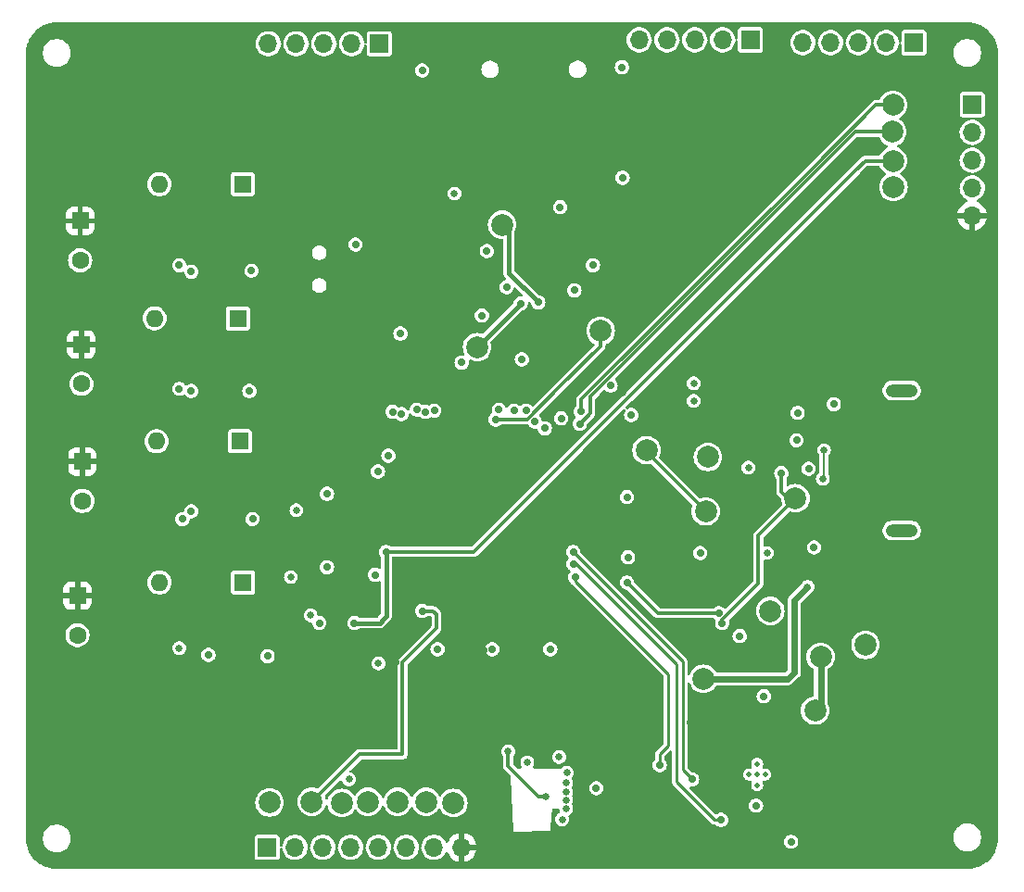
<source format=gbr>
%TF.GenerationSoftware,KiCad,Pcbnew,8.0.8*%
%TF.CreationDate,2025-03-12T15:40:14-04:00*%
%TF.ProjectId,ECE477-SeniorDesign,45434534-3737-42d5-9365-6e696f724465,rev?*%
%TF.SameCoordinates,Original*%
%TF.FileFunction,Copper,L4,Bot*%
%TF.FilePolarity,Positive*%
%FSLAX46Y46*%
G04 Gerber Fmt 4.6, Leading zero omitted, Abs format (unit mm)*
G04 Created by KiCad (PCBNEW 8.0.8) date 2025-03-12 15:40:14*
%MOMM*%
%LPD*%
G01*
G04 APERTURE LIST*
G04 Aperture macros list*
%AMRoundRect*
0 Rectangle with rounded corners*
0 $1 Rounding radius*
0 $2 $3 $4 $5 $6 $7 $8 $9 X,Y pos of 4 corners*
0 Add a 4 corners polygon primitive as box body*
4,1,4,$2,$3,$4,$5,$6,$7,$8,$9,$2,$3,0*
0 Add four circle primitives for the rounded corners*
1,1,$1+$1,$2,$3*
1,1,$1+$1,$4,$5*
1,1,$1+$1,$6,$7*
1,1,$1+$1,$8,$9*
0 Add four rect primitives between the rounded corners*
20,1,$1+$1,$2,$3,$4,$5,0*
20,1,$1+$1,$4,$5,$6,$7,0*
20,1,$1+$1,$6,$7,$8,$9,0*
20,1,$1+$1,$8,$9,$2,$3,0*%
G04 Aperture macros list end*
%TA.AperFunction,ComponentPad*%
%ADD10R,1.700000X1.700000*%
%TD*%
%TA.AperFunction,ComponentPad*%
%ADD11O,1.700000X1.700000*%
%TD*%
%TA.AperFunction,ComponentPad*%
%ADD12RoundRect,0.250000X-0.550000X0.550000X-0.550000X-0.550000X0.550000X-0.550000X0.550000X0.550000X0*%
%TD*%
%TA.AperFunction,ComponentPad*%
%ADD13C,1.600000*%
%TD*%
%TA.AperFunction,ComponentPad*%
%ADD14R,1.600000X1.600000*%
%TD*%
%TA.AperFunction,ComponentPad*%
%ADD15O,1.600000X1.600000*%
%TD*%
%TA.AperFunction,HeatsinkPad*%
%ADD16C,0.500000*%
%TD*%
%TA.AperFunction,HeatsinkPad*%
%ADD17O,2.900000X1.200000*%
%TD*%
%TA.AperFunction,ViaPad*%
%ADD18C,2.000000*%
%TD*%
%TA.AperFunction,ViaPad*%
%ADD19C,0.700000*%
%TD*%
%TA.AperFunction,ViaPad*%
%ADD20C,0.650000*%
%TD*%
%TA.AperFunction,Conductor*%
%ADD21C,0.300000*%
%TD*%
%TA.AperFunction,Conductor*%
%ADD22C,0.400000*%
%TD*%
%TA.AperFunction,Conductor*%
%ADD23C,0.600000*%
%TD*%
%TA.AperFunction,Conductor*%
%ADD24C,0.330000*%
%TD*%
%TA.AperFunction,Conductor*%
%ADD25C,0.250000*%
%TD*%
%TA.AperFunction,Conductor*%
%ADD26C,0.200000*%
%TD*%
G04 APERTURE END LIST*
D10*
%TO.P,EinkDispCon1,1,VCC*%
%TO.N,/MCU/SPI1_NSS*%
X134240000Y-120600000D03*
D11*
%TO.P,EinkDispCon1,2,GND*%
%TO.N,/MCU/SPI1_SCK*%
X136780000Y-120600000D03*
%TO.P,EinkDispCon1,3,DIN*%
%TO.N,/MCU/Eink_Busy*%
X139320000Y-120600000D03*
%TO.P,EinkDispCon1,4,CLK*%
%TO.N,/MCU/SPI1_MOSI*%
X141860000Y-120600000D03*
%TO.P,EinkDispCon1,5,CS*%
%TO.N,/MCU/Eink_D{slash}C*%
X144400000Y-120600000D03*
%TO.P,EinkDispCon1,6,D/C*%
%TO.N,/MCU/Eink_RST*%
X146940000Y-120600000D03*
%TO.P,EinkDispCon1,7,RST*%
%TO.N,GND*%
X149480000Y-120600000D03*
%TO.P,EinkDispCon1,8,BUSY*%
%TO.N,+3.3V*%
X152020000Y-120600000D03*
%TD*%
D10*
%TO.P,J3,1,Pin_1*%
%TO.N,unconnected-(J3-Pin_1-Pad1)*%
X193325000Y-47050000D03*
D11*
%TO.P,J3,2,Pin_2*%
%TO.N,SPI2_NSS*%
X190785000Y-47050000D03*
%TO.P,J3,3,Pin_3*%
%TO.N,SPI2_SCK*%
X188245000Y-47050000D03*
%TO.P,J3,4,Pin_4*%
%TO.N,SPI2_MISO*%
X185705000Y-47050000D03*
%TO.P,J3,5,Pin_5*%
%TO.N,SPI2_MOSI*%
X183165000Y-47050000D03*
%TD*%
D10*
%TO.P,J2,1,Pin_1*%
%TO.N,Extra_5*%
X144490000Y-47150000D03*
D11*
%TO.P,J2,2,Pin_2*%
%TO.N,Extra_4*%
X141950000Y-47150000D03*
%TO.P,J2,3,Pin_3*%
%TO.N,Extra_3*%
X139410000Y-47150000D03*
%TO.P,J2,4,Pin_4*%
%TO.N,Extra_2*%
X136870000Y-47150000D03*
%TO.P,J2,5,Pin_5*%
%TO.N,Extra_1*%
X134330000Y-47150000D03*
%TD*%
D10*
%TO.P,J1,1,Pin_1*%
%TO.N,SWCLK*%
X198650000Y-52720000D03*
D11*
%TO.P,J1,2,Pin_2*%
%TO.N,SWDIO*%
X198650000Y-55260000D03*
%TO.P,J1,3,Pin_3*%
%TO.N,NRST*%
X198650000Y-57800000D03*
%TO.P,J1,4,Pin_4*%
%TO.N,GND*%
X198650000Y-60340000D03*
%TO.P,J1,5,Pin_5*%
%TO.N,+3.3V*%
X198650000Y-62880000D03*
%TD*%
D10*
%TO.P,J4,1,Pin_1*%
%TO.N,unconnected-(J4-Pin_1-Pad1)*%
X178380000Y-46800000D03*
D11*
%TO.P,J4,2,Pin_2*%
%TO.N,USART2_TX*%
X175840000Y-46800000D03*
%TO.P,J4,3,Pin_3*%
%TO.N,USART2_RX*%
X173300000Y-46800000D03*
%TO.P,J4,4,Pin_4*%
%TO.N,I2C4_SCL*%
X170760000Y-46800000D03*
%TO.P,J4,5,Pin_5*%
%TO.N,I2C4_SDA*%
X168220000Y-46800000D03*
%TD*%
D12*
%TO.P,J12,1,Pin_1*%
%TO.N,+3.3V*%
X116900000Y-97600000D03*
D13*
%TO.P,J12,2,Pin_2*%
%TO.N,Net-(D7-A)*%
X116900000Y-101200000D03*
%TD*%
D12*
%TO.P,J10,1,Pin_1*%
%TO.N,+3.3V*%
X117350000Y-85350000D03*
D13*
%TO.P,J10,2,Pin_2*%
%TO.N,Net-(D6-A)*%
X117350000Y-88950000D03*
%TD*%
D12*
%TO.P,J9,1,Pin_1*%
%TO.N,+3.3V*%
X117250000Y-74650000D03*
D13*
%TO.P,J9,2,Pin_2*%
%TO.N,Net-(D5-A)*%
X117250000Y-78250000D03*
%TD*%
D12*
%TO.P,J5,1,Pin_1*%
%TO.N,+3.3V*%
X117150000Y-63350000D03*
D13*
%TO.P,J5,2,Pin_2*%
%TO.N,Net-(D4-A)*%
X117150000Y-66950000D03*
%TD*%
D14*
%TO.P,D4,1,K*%
%TO.N,Net-(D4-K)*%
X132000000Y-60000000D03*
D15*
%TO.P,D4,2,A*%
%TO.N,Net-(D4-A)*%
X124380000Y-60000000D03*
%TD*%
D16*
%TO.P,U5,13,PAD*%
%TO.N,GND*%
X179000000Y-114925000D03*
X178275000Y-113950000D03*
X179000000Y-113950000D03*
X179725000Y-113950000D03*
X179000000Y-112975000D03*
%TD*%
D14*
%TO.P,D6,1,K*%
%TO.N,Net-(D6-K)*%
X131750000Y-83500000D03*
D15*
%TO.P,D6,2,A*%
%TO.N,Net-(D6-A)*%
X124130000Y-83500000D03*
%TD*%
D14*
%TO.P,D5,1,K*%
%TO.N,Net-(D5-K)*%
X131560000Y-72250000D03*
D15*
%TO.P,D5,2,A*%
%TO.N,Net-(D5-A)*%
X123940000Y-72250000D03*
%TD*%
D17*
%TO.P,J7,5,Shield*%
%TO.N,unconnected-(J7-Shield-Pad5)_1*%
X192210000Y-91650000D03*
%TO.N,unconnected-(J7-Shield-Pad5)*%
X192210000Y-78850000D03*
%TD*%
D14*
%TO.P,D7,1,K*%
%TO.N,Net-(D7-K)*%
X132030499Y-96400000D03*
D15*
%TO.P,D7,2,A*%
%TO.N,Net-(D7-A)*%
X124410499Y-96400000D03*
%TD*%
D18*
%TO.N,+3.3V*%
X153650000Y-116500000D03*
%TO.N,GND*%
X151250000Y-116550000D03*
%TO.N,+3.3V*%
X191500000Y-62800000D03*
%TO.N,GND*%
X191450000Y-60250000D03*
%TO.N,NRST*%
X191400000Y-57850000D03*
%TO.N,SWDIO*%
X191350000Y-55200000D03*
%TO.N,SWCLK*%
X191400000Y-52750000D03*
%TO.N,/MCU/Eink_RST*%
X148750000Y-116450000D03*
D19*
%TO.N,Extra_3*%
X147900000Y-80600000D03*
D18*
%TO.N,/MCU/SPI1_MOSI*%
X143450000Y-116450000D03*
D19*
%TO.N,I2C4_SCL*%
X144350000Y-86250000D03*
D18*
%TO.N,/MCU/SPI1_NSS*%
X134450000Y-116500000D03*
%TO.N,/ExtraPeriphs/SD_MISO*%
X153409620Y-74890380D03*
D19*
X157400000Y-70900000D03*
%TO.N,SWDIO*%
X162800000Y-81900000D03*
D18*
%TO.N,/MCU/USART1_RX*%
X168900000Y-84300000D03*
X174300000Y-89900000D03*
D19*
%TO.N,SWCLK*%
X162900000Y-80782806D03*
%TO.N,/ExtraPeriphs/SD_CS*%
X155100000Y-81500000D03*
D18*
X164700000Y-73400000D03*
D19*
%TO.N,NRST*%
X145100000Y-93600000D03*
X142200000Y-100100000D03*
%TO.N,GND*%
X157500000Y-76000000D03*
X183700000Y-86000000D03*
D20*
X178200000Y-85900000D03*
D18*
X174500000Y-84925900D03*
D19*
X148400000Y-49600000D03*
X144100000Y-95700000D03*
D20*
X144400000Y-103800000D03*
D19*
X177400000Y-101300000D03*
X162300000Y-69700000D03*
X182600000Y-83400000D03*
X132800000Y-67900000D03*
X154300000Y-66100000D03*
X152000000Y-76300000D03*
X182700000Y-80900000D03*
X186000000Y-80100000D03*
D20*
X136900000Y-89800000D03*
D19*
X179600000Y-106800000D03*
X146400000Y-73650000D03*
X139000000Y-100100000D03*
X167500000Y-81100000D03*
X127300000Y-68000000D03*
D20*
X141700000Y-114400000D03*
D19*
X166650000Y-49300000D03*
D18*
X180200000Y-99000000D03*
D20*
X161175000Y-118050000D03*
X158000000Y-112850000D03*
D19*
X178900000Y-116800000D03*
D20*
X161550000Y-117050000D03*
D19*
X132600000Y-78900000D03*
D18*
X188900000Y-102100000D03*
D19*
X154800000Y-102500000D03*
D20*
X161550000Y-115550000D03*
X136400000Y-95900000D03*
X161550000Y-116300000D03*
D19*
X127300000Y-78900000D03*
X149800000Y-102500000D03*
X126500000Y-90600000D03*
X167100000Y-88600000D03*
X165600000Y-78400000D03*
X156100000Y-69400000D03*
D20*
X126200000Y-102400000D03*
D19*
X139700000Y-88300000D03*
X160100000Y-102500000D03*
D20*
X179900000Y-93700000D03*
D19*
X139700000Y-95000000D03*
D20*
X161550000Y-114700000D03*
X160900000Y-112350000D03*
D19*
X127300000Y-89900000D03*
D20*
X138200000Y-99400000D03*
D19*
X173800000Y-93700000D03*
X128869501Y-103025001D03*
D20*
X173200000Y-79800000D03*
D19*
X164000000Y-67400000D03*
X167200000Y-94100000D03*
X182100000Y-120100000D03*
D20*
X161600000Y-113800000D03*
D19*
X164300000Y-115200000D03*
X184200000Y-93200000D03*
D20*
X173200000Y-78200000D03*
D19*
X134269501Y-103125001D03*
X132900000Y-90600000D03*
X161000000Y-62100000D03*
X142300000Y-65500000D03*
X166700000Y-59400000D03*
X126200000Y-67400000D03*
X126200000Y-78700000D03*
D20*
X151350000Y-60850000D03*
D19*
X153850000Y-72000000D03*
%TO.N,USART2_TX*%
X156800000Y-80700000D03*
D18*
%TO.N,/MCU/Eink_Busy*%
X141050000Y-116550000D03*
D20*
%TO.N,V_5V*%
X183600000Y-96800000D03*
D18*
X174100000Y-105200000D03*
D19*
%TO.N,/MCU/SPI1_SCK*%
X148400000Y-99000000D03*
D18*
X138300000Y-116450000D03*
D19*
%TO.N,Extra_1*%
X145700000Y-80800000D03*
D18*
%TO.N,/MCU/Eink_D{slash}C*%
X146150000Y-116450000D03*
D19*
%TO.N,Extra_4*%
X148700000Y-80800000D03*
%TO.N,/LipoPower/Recharge_ST1*%
X167100000Y-96400000D03*
X175500000Y-99200000D03*
%TO.N,Extra_2*%
X146500000Y-81000000D03*
%TO.N,USART2_RX*%
X155400000Y-80600000D03*
%TO.N,+3.3V*%
X143600000Y-74000000D03*
X159000000Y-102500000D03*
D20*
X161400000Y-119800000D03*
D19*
X172900000Y-109200000D03*
X167200000Y-86800000D03*
X141000000Y-99500000D03*
X142400000Y-71900000D03*
X166200000Y-91300000D03*
X176500000Y-120100000D03*
D20*
X166450000Y-120500000D03*
D19*
X139800000Y-96800000D03*
X119200000Y-62900000D03*
X141200000Y-83700000D03*
D20*
X166700000Y-79050000D03*
X158500000Y-62100000D03*
D19*
X164200000Y-102500000D03*
X119600000Y-74100000D03*
X119450000Y-96600000D03*
D20*
X168900000Y-119200000D03*
X164600000Y-119500000D03*
D19*
X154000000Y-102600000D03*
X155800000Y-75650000D03*
X146000000Y-103700000D03*
X119700000Y-84800000D03*
X137900000Y-103600000D03*
X167200000Y-82700000D03*
D20*
X163200000Y-120500000D03*
D19*
X164100000Y-65600000D03*
X141200000Y-91200000D03*
X150300000Y-76350000D03*
%TO.N,I2C4_SDA*%
X145300000Y-84800000D03*
%TO.N,Extra_5*%
X149500000Y-80700000D03*
D18*
%TO.N,V_Batt*%
X184800000Y-103200000D03*
X184300000Y-108100000D03*
D19*
%TO.N,VBUS*%
X175800000Y-100100000D03*
D18*
X182500000Y-88700000D03*
D19*
X181200000Y-86400000D03*
%TO.N,/LipoPower/Monitor_GPOUT*%
X162400000Y-95900000D03*
X170100000Y-113100000D03*
%TO.N,SPI2_NSS*%
X161100000Y-81400000D03*
%TO.N,SPI2_MOSI*%
X157900000Y-80700000D03*
%TO.N,SPI2_MISO*%
X158660000Y-81674386D03*
%TO.N,SPI2_SCK*%
X159600000Y-82300000D03*
%TO.N,/LipoPower/Monitor_SDA*%
X162200000Y-93600000D03*
X173050000Y-114400000D03*
%TO.N,/LipoPower/Monitor_SCL*%
X162197557Y-94700000D03*
X175700000Y-118100000D03*
D20*
%TO.N,/USB-UART/USB_D+*%
X185000000Y-86900000D03*
X185100000Y-84300000D03*
D19*
%TO.N,CS_LLS*%
X159000000Y-70800000D03*
D18*
X155700000Y-63700000D03*
D20*
%TO.N,Net-(U10-PG)*%
X156250000Y-111850000D03*
X159650000Y-116000000D03*
%TD*%
D21*
%TO.N,/MCU/SPI1_SCK*%
X142650000Y-112100000D02*
X138300000Y-116450000D01*
X146600000Y-112100000D02*
X142650000Y-112100000D01*
X149400000Y-99000000D02*
X148400000Y-99000000D01*
X149700000Y-99300000D02*
X149400000Y-99000000D01*
X146600000Y-112100000D02*
X146600000Y-103700000D01*
X146600000Y-103700000D02*
X149700000Y-100600000D01*
X149700000Y-100600000D02*
X149700000Y-99300000D01*
%TO.N,NRST*%
X188870244Y-57850000D02*
X191400000Y-57850000D01*
X188000000Y-58720244D02*
X188870244Y-57850000D01*
%TO.N,SWDIO*%
X187937402Y-55200000D02*
X191350000Y-55200000D01*
X185200000Y-57937402D02*
X187937402Y-55200000D01*
%TO.N,SWCLK*%
X189835858Y-52750000D02*
X191400000Y-52750000D01*
X183970000Y-58615858D02*
X189835858Y-52750000D01*
D22*
%TO.N,/ExtraPeriphs/SD_MISO*%
X153409620Y-74890380D02*
X157400000Y-70900000D01*
D21*
%TO.N,SWDIO*%
X163760000Y-79377402D02*
X185200000Y-57937402D01*
X162700000Y-82000000D02*
X162800000Y-81900000D01*
X163760000Y-80940000D02*
X163760000Y-79377402D01*
X162800000Y-81900000D02*
X163760000Y-80940000D01*
%TO.N,/MCU/USART1_RX*%
X174300000Y-89900000D02*
X168900000Y-84500000D01*
X168900000Y-84500000D02*
X168900000Y-84300000D01*
%TO.N,SWCLK*%
X162900000Y-79685858D02*
X183970000Y-58615858D01*
X162900000Y-80782806D02*
X162900000Y-79685858D01*
%TO.N,/ExtraPeriphs/SD_CS*%
X164700000Y-74800000D02*
X164700000Y-73400000D01*
X155100000Y-81500000D02*
X158000000Y-81500000D01*
X161000000Y-78500000D02*
X164700000Y-74800000D01*
X158000000Y-81500000D02*
X161000000Y-78500000D01*
D22*
%TO.N,NRST*%
X145100000Y-99500000D02*
X144900000Y-99700000D01*
X144500000Y-100100000D02*
X142200000Y-100100000D01*
D21*
X153120244Y-93600000D02*
X145100000Y-93600000D01*
D22*
X145100000Y-93600000D02*
X145100000Y-99500000D01*
X144900000Y-99700000D02*
X144500000Y-100100000D01*
D23*
%TO.N,V_5V*%
X183600000Y-96800000D02*
X182400000Y-98000000D01*
X182400000Y-104600000D02*
X181800000Y-105200000D01*
X182400000Y-98000000D02*
X182400000Y-104600000D01*
X174200000Y-105300000D02*
X174300000Y-105300000D01*
X181800000Y-105200000D02*
X174100000Y-105200000D01*
X174100000Y-105200000D02*
X174200000Y-105300000D01*
D21*
%TO.N,/LipoPower/Recharge_ST1*%
X167100000Y-96400000D02*
X169900000Y-99200000D01*
X169900000Y-99200000D02*
X175400000Y-99200000D01*
D23*
%TO.N,V_Batt*%
X184800000Y-107600000D02*
X184800000Y-103200000D01*
X184300000Y-108100000D02*
X184800000Y-107600000D01*
D24*
%TO.N,VBUS*%
X181800000Y-88700000D02*
X182500000Y-88700000D01*
X181200000Y-86400000D02*
X181200000Y-88100000D01*
X179100000Y-96500000D02*
X179100000Y-92100000D01*
X179100000Y-92100000D02*
X182500000Y-88700000D01*
X181200000Y-88100000D02*
X181800000Y-88700000D01*
X175800000Y-100100000D02*
X175800000Y-99800000D01*
X175800000Y-99800000D02*
X179100000Y-96500000D01*
D25*
%TO.N,/LipoPower/Monitor_GPOUT*%
X170900000Y-111300000D02*
X170100000Y-112100000D01*
X170900000Y-104800000D02*
X170900000Y-111300000D01*
X162400000Y-96300000D02*
X170900000Y-104800000D01*
X170100000Y-112100000D02*
X170100000Y-113100000D01*
X162400000Y-95900000D02*
X162400000Y-96300000D01*
%TO.N,/LipoPower/Monitor_SDA*%
X173050000Y-114400000D02*
X172200000Y-113550000D01*
X172200000Y-103600000D02*
X162200000Y-93600000D01*
X172200000Y-113550000D02*
X172200000Y-103600000D01*
%TO.N,/LipoPower/Monitor_SCL*%
X162515111Y-94700000D02*
X171645000Y-103829889D01*
X171645000Y-114629889D02*
X175115111Y-118100000D01*
X171645000Y-103829889D02*
X171645000Y-114629889D01*
X175115111Y-118100000D02*
X175700000Y-118100000D01*
X162197557Y-94700000D02*
X162515111Y-94700000D01*
D26*
%TO.N,/USB-UART/USB_D+*%
X185100000Y-86800000D02*
X185000000Y-86900000D01*
X185100000Y-84300000D02*
X185100000Y-86800000D01*
X185100000Y-84200000D02*
X185100000Y-84300000D01*
D22*
%TO.N,CS_LLS*%
X156320000Y-68120000D02*
X159000000Y-70800000D01*
X156320000Y-64320000D02*
X156320000Y-68120000D01*
X155700000Y-63700000D02*
X156320000Y-64320000D01*
D24*
%TO.N,Net-(U10-PG)*%
X159650000Y-116000000D02*
X159050000Y-116000000D01*
X156250000Y-113200000D02*
X156250000Y-111850000D01*
X159050000Y-116000000D02*
X156250000Y-113200000D01*
D21*
%TO.N,NRST*%
X188000000Y-58720244D02*
X153120244Y-93600000D01*
%TD*%
%TA.AperFunction,Conductor*%
%TO.N,+3.3V*%
G36*
X198222576Y-45200742D02*
G01*
X198523752Y-45219599D01*
X198537500Y-45221234D01*
X198831717Y-45273027D01*
X198845197Y-45276185D01*
X199131817Y-45360462D01*
X199144864Y-45365104D01*
X199406639Y-45475072D01*
X199420287Y-45480805D01*
X199432733Y-45486872D01*
X199693551Y-45632565D01*
X199705244Y-45639982D01*
X199948183Y-45813839D01*
X199958976Y-45822513D01*
X200181028Y-46022382D01*
X200190786Y-46032206D01*
X200389161Y-46255575D01*
X200397763Y-46266425D01*
X200570001Y-46510524D01*
X200577340Y-46522266D01*
X200721287Y-46784042D01*
X200727271Y-46796528D01*
X200841136Y-47072723D01*
X200845691Y-47085799D01*
X200928054Y-47372974D01*
X200931122Y-47386476D01*
X200980954Y-47681034D01*
X200982498Y-47694795D01*
X200999307Y-47995385D01*
X200999500Y-48002308D01*
X200999500Y-119796519D01*
X200999305Y-119803472D01*
X200982287Y-120106493D01*
X200980730Y-120120311D01*
X200930477Y-120416079D01*
X200927383Y-120429636D01*
X200844327Y-120717927D01*
X200839734Y-120731051D01*
X200724927Y-121008222D01*
X200718894Y-121020751D01*
X200573772Y-121283328D01*
X200566374Y-121295102D01*
X200392763Y-121539785D01*
X200384092Y-121550657D01*
X200184184Y-121774352D01*
X200174352Y-121784184D01*
X199950657Y-121984092D01*
X199939785Y-121992763D01*
X199695102Y-122166374D01*
X199683328Y-122173772D01*
X199420751Y-122318894D01*
X199408222Y-122324927D01*
X199131051Y-122439734D01*
X199117927Y-122444327D01*
X198829636Y-122527383D01*
X198816079Y-122530477D01*
X198520311Y-122580730D01*
X198506493Y-122582287D01*
X198203472Y-122599305D01*
X198196519Y-122599500D01*
X115003253Y-122599500D01*
X114996291Y-122599304D01*
X114693308Y-122582265D01*
X114679490Y-122580707D01*
X114383723Y-122530432D01*
X114370167Y-122527337D01*
X114081907Y-122444270D01*
X114068784Y-122439677D01*
X113791631Y-122324858D01*
X113779103Y-122318824D01*
X113516550Y-122173697D01*
X113504777Y-122166299D01*
X113260119Y-121992687D01*
X113249248Y-121984017D01*
X113189516Y-121930633D01*
X113025569Y-121784108D01*
X113015738Y-121774276D01*
X112815840Y-121550573D01*
X112807171Y-121539702D01*
X112692733Y-121378406D01*
X112633576Y-121295026D01*
X112626182Y-121283257D01*
X112584732Y-121208255D01*
X112481075Y-121020689D01*
X112475048Y-121008174D01*
X112360246Y-120731001D01*
X112355655Y-120717879D01*
X112341597Y-120669080D01*
X112272606Y-120429597D01*
X112269517Y-120416062D01*
X112219265Y-120120286D01*
X112217711Y-120106487D01*
X112200695Y-119803472D01*
X112200500Y-119796520D01*
X112200500Y-119700009D01*
X113729500Y-119700009D01*
X113729500Y-119899991D01*
X113733053Y-119922422D01*
X113760784Y-120097511D01*
X113822579Y-120287700D01*
X113913371Y-120465887D01*
X114030917Y-120627675D01*
X114172325Y-120769083D01*
X114334113Y-120886629D01*
X114437318Y-120939215D01*
X114512299Y-120977420D01*
X114582099Y-121000099D01*
X114702490Y-121039216D01*
X114900009Y-121070500D01*
X114900010Y-121070500D01*
X115099990Y-121070500D01*
X115099991Y-121070500D01*
X115297510Y-121039216D01*
X115487703Y-120977419D01*
X115665887Y-120886629D01*
X115827675Y-120769083D01*
X115969083Y-120627675D01*
X116086629Y-120465887D01*
X116177419Y-120287703D01*
X116239216Y-120097510D01*
X116270500Y-119899991D01*
X116270500Y-119705131D01*
X133089500Y-119705131D01*
X133089500Y-121494856D01*
X133089502Y-121494882D01*
X133092413Y-121519987D01*
X133092415Y-121519991D01*
X133137793Y-121622764D01*
X133137794Y-121622765D01*
X133217235Y-121702206D01*
X133320009Y-121747585D01*
X133345135Y-121750500D01*
X135134864Y-121750499D01*
X135134879Y-121750497D01*
X135134882Y-121750497D01*
X135159987Y-121747586D01*
X135159988Y-121747585D01*
X135159991Y-121747585D01*
X135262765Y-121702206D01*
X135342206Y-121622765D01*
X135387585Y-121519991D01*
X135390500Y-121494865D01*
X135390499Y-120756046D01*
X135410183Y-120689009D01*
X135462987Y-120643254D01*
X135532146Y-120633310D01*
X135595702Y-120662335D01*
X135633476Y-120721113D01*
X135637970Y-120744606D01*
X135641864Y-120786628D01*
X135644244Y-120812310D01*
X135701801Y-121014600D01*
X135702596Y-121017392D01*
X135702596Y-121017394D01*
X135797632Y-121208253D01*
X135863218Y-121295102D01*
X135926128Y-121378407D01*
X136083698Y-121522052D01*
X136264981Y-121634298D01*
X136463802Y-121711321D01*
X136673390Y-121750500D01*
X136673392Y-121750500D01*
X136886608Y-121750500D01*
X136886610Y-121750500D01*
X137096198Y-121711321D01*
X137295019Y-121634298D01*
X137476302Y-121522052D01*
X137633872Y-121378407D01*
X137762366Y-121208255D01*
X137816270Y-121100000D01*
X137857403Y-121017394D01*
X137857403Y-121017393D01*
X137857405Y-121017389D01*
X137915756Y-120812310D01*
X137926529Y-120696047D01*
X137952315Y-120631111D01*
X137994622Y-120600804D01*
X138103130Y-120600804D01*
X138139503Y-120621668D01*
X138171693Y-120683681D01*
X138173470Y-120696047D01*
X138184244Y-120812310D01*
X138241801Y-121014600D01*
X138242596Y-121017392D01*
X138242596Y-121017394D01*
X138337632Y-121208253D01*
X138403218Y-121295102D01*
X138466128Y-121378407D01*
X138623698Y-121522052D01*
X138804981Y-121634298D01*
X139003802Y-121711321D01*
X139213390Y-121750500D01*
X139213392Y-121750500D01*
X139426608Y-121750500D01*
X139426610Y-121750500D01*
X139636198Y-121711321D01*
X139835019Y-121634298D01*
X140016302Y-121522052D01*
X140173872Y-121378407D01*
X140302366Y-121208255D01*
X140356270Y-121100000D01*
X140397403Y-121017394D01*
X140397403Y-121017393D01*
X140397405Y-121017389D01*
X140455756Y-120812310D01*
X140466529Y-120696047D01*
X140492315Y-120631111D01*
X140534622Y-120600804D01*
X140643130Y-120600804D01*
X140679503Y-120621668D01*
X140711693Y-120683681D01*
X140713470Y-120696047D01*
X140724244Y-120812310D01*
X140781801Y-121014600D01*
X140782596Y-121017392D01*
X140782596Y-121017394D01*
X140877632Y-121208253D01*
X140943218Y-121295102D01*
X141006128Y-121378407D01*
X141163698Y-121522052D01*
X141344981Y-121634298D01*
X141543802Y-121711321D01*
X141753390Y-121750500D01*
X141753392Y-121750500D01*
X141966608Y-121750500D01*
X141966610Y-121750500D01*
X142176198Y-121711321D01*
X142375019Y-121634298D01*
X142556302Y-121522052D01*
X142713872Y-121378407D01*
X142842366Y-121208255D01*
X142896270Y-121100000D01*
X142937403Y-121017394D01*
X142937403Y-121017393D01*
X142937405Y-121017389D01*
X142995756Y-120812310D01*
X143006529Y-120696047D01*
X143032315Y-120631111D01*
X143074622Y-120600804D01*
X143183130Y-120600804D01*
X143219503Y-120621668D01*
X143251693Y-120683681D01*
X143253470Y-120696047D01*
X143264244Y-120812310D01*
X143321801Y-121014600D01*
X143322596Y-121017392D01*
X143322596Y-121017394D01*
X143417632Y-121208253D01*
X143483218Y-121295102D01*
X143546128Y-121378407D01*
X143703698Y-121522052D01*
X143884981Y-121634298D01*
X144083802Y-121711321D01*
X144293390Y-121750500D01*
X144293392Y-121750500D01*
X144506608Y-121750500D01*
X144506610Y-121750500D01*
X144716198Y-121711321D01*
X144915019Y-121634298D01*
X145096302Y-121522052D01*
X145253872Y-121378407D01*
X145382366Y-121208255D01*
X145436270Y-121100000D01*
X145477403Y-121017394D01*
X145477403Y-121017393D01*
X145477405Y-121017389D01*
X145535756Y-120812310D01*
X145546529Y-120696047D01*
X145572315Y-120631111D01*
X145614622Y-120600804D01*
X145723130Y-120600804D01*
X145759503Y-120621668D01*
X145791693Y-120683681D01*
X145793470Y-120696047D01*
X145804244Y-120812310D01*
X145861801Y-121014600D01*
X145862596Y-121017392D01*
X145862596Y-121017394D01*
X145957632Y-121208253D01*
X146023218Y-121295102D01*
X146086128Y-121378407D01*
X146243698Y-121522052D01*
X146424981Y-121634298D01*
X146623802Y-121711321D01*
X146833390Y-121750500D01*
X146833392Y-121750500D01*
X147046608Y-121750500D01*
X147046610Y-121750500D01*
X147256198Y-121711321D01*
X147455019Y-121634298D01*
X147636302Y-121522052D01*
X147793872Y-121378407D01*
X147922366Y-121208255D01*
X147976270Y-121100000D01*
X148017403Y-121017394D01*
X148017403Y-121017393D01*
X148017405Y-121017389D01*
X148075756Y-120812310D01*
X148086529Y-120696047D01*
X148112315Y-120631111D01*
X148154622Y-120600804D01*
X148263130Y-120600804D01*
X148299503Y-120621668D01*
X148331693Y-120683681D01*
X148333470Y-120696047D01*
X148344244Y-120812310D01*
X148401801Y-121014600D01*
X148402596Y-121017392D01*
X148402596Y-121017394D01*
X148497632Y-121208253D01*
X148563218Y-121295102D01*
X148626128Y-121378407D01*
X148783698Y-121522052D01*
X148964981Y-121634298D01*
X149163802Y-121711321D01*
X149373390Y-121750500D01*
X149373392Y-121750500D01*
X149586608Y-121750500D01*
X149586610Y-121750500D01*
X149796198Y-121711321D01*
X149995019Y-121634298D01*
X150176302Y-121522052D01*
X150333872Y-121378407D01*
X150462366Y-121208255D01*
X150529325Y-121073781D01*
X150576825Y-121022548D01*
X150644488Y-121005126D01*
X150710828Y-121027051D01*
X150752705Y-121076651D01*
X150846399Y-121277578D01*
X150981894Y-121471082D01*
X151148917Y-121638105D01*
X151342421Y-121773600D01*
X151556507Y-121873429D01*
X151556516Y-121873433D01*
X151770000Y-121930634D01*
X151770000Y-121033012D01*
X151827007Y-121065925D01*
X151954174Y-121100000D01*
X152085826Y-121100000D01*
X152212993Y-121065925D01*
X152270000Y-121033012D01*
X152270000Y-121930633D01*
X152483483Y-121873433D01*
X152483492Y-121873429D01*
X152697578Y-121773600D01*
X152891082Y-121638105D01*
X153058105Y-121471082D01*
X153193600Y-121277578D01*
X153293429Y-121063492D01*
X153293432Y-121063486D01*
X153350636Y-120850000D01*
X152453012Y-120850000D01*
X152485925Y-120792993D01*
X152520000Y-120665826D01*
X152520000Y-120534174D01*
X152485925Y-120407007D01*
X152453012Y-120350000D01*
X153350636Y-120350000D01*
X153350635Y-120349999D01*
X153293432Y-120136513D01*
X153293429Y-120136507D01*
X153276405Y-120099999D01*
X181444722Y-120099999D01*
X181444722Y-120100000D01*
X181463762Y-120256818D01*
X181499102Y-120350000D01*
X181519780Y-120404523D01*
X181609517Y-120534530D01*
X181727760Y-120639283D01*
X181727762Y-120639284D01*
X181867634Y-120712696D01*
X182021014Y-120750500D01*
X182021015Y-120750500D01*
X182178985Y-120750500D01*
X182332365Y-120712696D01*
X182472240Y-120639283D01*
X182590483Y-120534530D01*
X182680220Y-120404523D01*
X182736237Y-120256818D01*
X182755278Y-120100000D01*
X182736237Y-119943182D01*
X182719856Y-119899990D01*
X182681935Y-119800000D01*
X182680220Y-119795477D01*
X182590483Y-119665470D01*
X182516592Y-119600009D01*
X196929500Y-119600009D01*
X196929500Y-119799991D01*
X196945142Y-119898750D01*
X196960784Y-119997511D01*
X197022579Y-120187700D01*
X197105276Y-120349999D01*
X197113371Y-120365887D01*
X197230917Y-120527675D01*
X197372325Y-120669083D01*
X197534113Y-120786629D01*
X197658485Y-120850000D01*
X197712299Y-120877420D01*
X197803360Y-120907007D01*
X197902490Y-120939216D01*
X198100009Y-120970500D01*
X198100010Y-120970500D01*
X198299990Y-120970500D01*
X198299991Y-120970500D01*
X198497510Y-120939216D01*
X198687703Y-120877419D01*
X198865887Y-120786629D01*
X199027675Y-120669083D01*
X199169083Y-120527675D01*
X199286629Y-120365887D01*
X199377419Y-120187703D01*
X199439216Y-119997510D01*
X199470500Y-119799991D01*
X199470500Y-119600009D01*
X199439216Y-119402490D01*
X199377419Y-119212297D01*
X199286629Y-119034113D01*
X199169083Y-118872325D01*
X199027675Y-118730917D01*
X198865887Y-118613371D01*
X198687700Y-118522579D01*
X198497511Y-118460784D01*
X198398750Y-118445142D01*
X198299991Y-118429500D01*
X198100009Y-118429500D01*
X198034169Y-118439928D01*
X197902488Y-118460784D01*
X197712299Y-118522579D01*
X197534112Y-118613371D01*
X197498445Y-118639285D01*
X197372325Y-118730917D01*
X197372323Y-118730919D01*
X197372322Y-118730919D01*
X197230919Y-118872322D01*
X197230919Y-118872323D01*
X197230917Y-118872325D01*
X197180435Y-118941806D01*
X197113371Y-119034112D01*
X197022579Y-119212299D01*
X196960784Y-119402488D01*
X196935724Y-119560715D01*
X196929500Y-119600009D01*
X182516592Y-119600009D01*
X182472240Y-119560717D01*
X182472238Y-119560716D01*
X182472237Y-119560715D01*
X182332365Y-119487303D01*
X182178986Y-119449500D01*
X182178985Y-119449500D01*
X182021015Y-119449500D01*
X182021014Y-119449500D01*
X181867634Y-119487303D01*
X181727762Y-119560715D01*
X181609516Y-119665471D01*
X181519781Y-119795475D01*
X181519780Y-119795476D01*
X181463762Y-119943181D01*
X181444722Y-120099999D01*
X153276405Y-120099999D01*
X153193600Y-119922422D01*
X153193599Y-119922420D01*
X153058113Y-119728926D01*
X153058108Y-119728920D01*
X152891082Y-119561894D01*
X152697578Y-119426399D01*
X152483492Y-119326570D01*
X152483486Y-119326567D01*
X152270000Y-119269364D01*
X152270000Y-120166988D01*
X152212993Y-120134075D01*
X152085826Y-120100000D01*
X151954174Y-120100000D01*
X151827007Y-120134075D01*
X151770000Y-120166988D01*
X151770000Y-119269364D01*
X151769999Y-119269364D01*
X151556513Y-119326567D01*
X151556507Y-119326570D01*
X151342422Y-119426399D01*
X151342420Y-119426400D01*
X151148926Y-119561886D01*
X151148920Y-119561891D01*
X150981891Y-119728920D01*
X150981886Y-119728926D01*
X150846400Y-119922420D01*
X150846399Y-119922422D01*
X150752705Y-120123348D01*
X150706532Y-120175787D01*
X150639339Y-120194939D01*
X150572457Y-120174723D01*
X150529324Y-120126216D01*
X150462366Y-119991745D01*
X150444231Y-119967731D01*
X150333872Y-119821593D01*
X150305222Y-119795475D01*
X150176302Y-119677948D01*
X149995019Y-119565702D01*
X149995017Y-119565701D01*
X149895608Y-119527190D01*
X149796198Y-119488679D01*
X149586610Y-119449500D01*
X149373390Y-119449500D01*
X149163802Y-119488679D01*
X149163799Y-119488679D01*
X149163799Y-119488680D01*
X148964982Y-119565701D01*
X148964980Y-119565702D01*
X148783699Y-119677947D01*
X148626127Y-119821593D01*
X148497632Y-119991746D01*
X148402596Y-120182605D01*
X148402596Y-120182607D01*
X148344244Y-120387689D01*
X148333471Y-120503951D01*
X148307685Y-120568888D01*
X148263130Y-120600804D01*
X148154622Y-120600804D01*
X148156869Y-120599194D01*
X148120497Y-120578331D01*
X148088307Y-120516318D01*
X148086529Y-120503951D01*
X148083002Y-120465887D01*
X148075756Y-120387690D01*
X148017405Y-120182611D01*
X148017403Y-120182606D01*
X148017403Y-120182605D01*
X147922367Y-119991746D01*
X147793872Y-119821593D01*
X147765222Y-119795475D01*
X147636302Y-119677948D01*
X147455019Y-119565702D01*
X147455017Y-119565701D01*
X147355608Y-119527190D01*
X147256198Y-119488679D01*
X147046610Y-119449500D01*
X146833390Y-119449500D01*
X146623802Y-119488679D01*
X146623799Y-119488679D01*
X146623799Y-119488680D01*
X146424982Y-119565701D01*
X146424980Y-119565702D01*
X146243699Y-119677947D01*
X146086127Y-119821593D01*
X145957632Y-119991746D01*
X145862596Y-120182605D01*
X145862596Y-120182607D01*
X145804244Y-120387689D01*
X145793471Y-120503951D01*
X145767685Y-120568888D01*
X145723130Y-120600804D01*
X145614622Y-120600804D01*
X145616869Y-120599194D01*
X145580497Y-120578331D01*
X145548307Y-120516318D01*
X145546529Y-120503951D01*
X145543002Y-120465887D01*
X145535756Y-120387690D01*
X145477405Y-120182611D01*
X145477403Y-120182606D01*
X145477403Y-120182605D01*
X145382367Y-119991746D01*
X145253872Y-119821593D01*
X145225222Y-119795475D01*
X145096302Y-119677948D01*
X144915019Y-119565702D01*
X144915017Y-119565701D01*
X144815608Y-119527190D01*
X144716198Y-119488679D01*
X144506610Y-119449500D01*
X144293390Y-119449500D01*
X144083802Y-119488679D01*
X144083799Y-119488679D01*
X144083799Y-119488680D01*
X143884982Y-119565701D01*
X143884980Y-119565702D01*
X143703699Y-119677947D01*
X143546127Y-119821593D01*
X143417632Y-119991746D01*
X143322596Y-120182605D01*
X143322596Y-120182607D01*
X143264244Y-120387689D01*
X143253471Y-120503951D01*
X143227685Y-120568888D01*
X143183130Y-120600804D01*
X143074622Y-120600804D01*
X143076869Y-120599194D01*
X143040497Y-120578331D01*
X143008307Y-120516318D01*
X143006529Y-120503951D01*
X143003002Y-120465887D01*
X142995756Y-120387690D01*
X142937405Y-120182611D01*
X142937403Y-120182606D01*
X142937403Y-120182605D01*
X142842367Y-119991746D01*
X142713872Y-119821593D01*
X142685222Y-119795475D01*
X142556302Y-119677948D01*
X142375019Y-119565702D01*
X142375017Y-119565701D01*
X142275608Y-119527190D01*
X142176198Y-119488679D01*
X141966610Y-119449500D01*
X141753390Y-119449500D01*
X141543802Y-119488679D01*
X141543799Y-119488679D01*
X141543799Y-119488680D01*
X141344982Y-119565701D01*
X141344980Y-119565702D01*
X141163699Y-119677947D01*
X141006127Y-119821593D01*
X140877632Y-119991746D01*
X140782596Y-120182605D01*
X140782596Y-120182607D01*
X140724244Y-120387689D01*
X140713471Y-120503951D01*
X140687685Y-120568888D01*
X140643130Y-120600804D01*
X140534622Y-120600804D01*
X140536869Y-120599194D01*
X140500497Y-120578331D01*
X140468307Y-120516318D01*
X140466529Y-120503951D01*
X140463002Y-120465887D01*
X140455756Y-120387690D01*
X140397405Y-120182611D01*
X140397403Y-120182606D01*
X140397403Y-120182605D01*
X140302367Y-119991746D01*
X140173872Y-119821593D01*
X140145222Y-119795475D01*
X140016302Y-119677948D01*
X139835019Y-119565702D01*
X139835017Y-119565701D01*
X139735608Y-119527190D01*
X139636198Y-119488679D01*
X139426610Y-119449500D01*
X139213390Y-119449500D01*
X139003802Y-119488679D01*
X139003799Y-119488679D01*
X139003799Y-119488680D01*
X138804982Y-119565701D01*
X138804980Y-119565702D01*
X138623699Y-119677947D01*
X138466127Y-119821593D01*
X138337632Y-119991746D01*
X138242596Y-120182605D01*
X138242596Y-120182607D01*
X138184244Y-120387689D01*
X138173471Y-120503951D01*
X138147685Y-120568888D01*
X138103130Y-120600804D01*
X137994622Y-120600804D01*
X137996869Y-120599194D01*
X137960497Y-120578331D01*
X137928307Y-120516318D01*
X137926529Y-120503951D01*
X137923002Y-120465887D01*
X137915756Y-120387690D01*
X137857405Y-120182611D01*
X137857403Y-120182606D01*
X137857403Y-120182605D01*
X137762367Y-119991746D01*
X137633872Y-119821593D01*
X137605222Y-119795475D01*
X137476302Y-119677948D01*
X137295019Y-119565702D01*
X137295017Y-119565701D01*
X137195608Y-119527190D01*
X137096198Y-119488679D01*
X136886610Y-119449500D01*
X136673390Y-119449500D01*
X136463802Y-119488679D01*
X136463799Y-119488679D01*
X136463799Y-119488680D01*
X136264982Y-119565701D01*
X136264980Y-119565702D01*
X136083699Y-119677947D01*
X135926127Y-119821593D01*
X135797632Y-119991746D01*
X135702596Y-120182605D01*
X135702596Y-120182607D01*
X135644244Y-120387689D01*
X135637970Y-120455394D01*
X135612183Y-120520331D01*
X135555383Y-120561018D01*
X135485602Y-120564538D01*
X135424995Y-120529772D01*
X135392806Y-120467759D01*
X135390499Y-120443952D01*
X135390499Y-119705143D01*
X135390499Y-119705136D01*
X135390497Y-119705117D01*
X135387586Y-119680012D01*
X135387585Y-119680010D01*
X135387585Y-119680009D01*
X135342206Y-119577235D01*
X135262765Y-119497794D01*
X135242124Y-119488680D01*
X135159992Y-119452415D01*
X135134865Y-119449500D01*
X133345143Y-119449500D01*
X133345117Y-119449502D01*
X133320012Y-119452413D01*
X133320008Y-119452415D01*
X133217235Y-119497793D01*
X133137794Y-119577234D01*
X133092415Y-119680006D01*
X133092415Y-119680008D01*
X133089500Y-119705131D01*
X116270500Y-119705131D01*
X116270500Y-119700009D01*
X116239216Y-119502490D01*
X116177419Y-119312297D01*
X116086629Y-119134113D01*
X115969083Y-118972325D01*
X115827675Y-118830917D01*
X115665887Y-118713371D01*
X115591562Y-118675500D01*
X115487700Y-118622579D01*
X115297511Y-118560784D01*
X115198750Y-118545142D01*
X115099991Y-118529500D01*
X114900009Y-118529500D01*
X114868264Y-118534528D01*
X114702488Y-118560784D01*
X114512299Y-118622579D01*
X114334112Y-118713371D01*
X114309960Y-118730919D01*
X114172325Y-118830917D01*
X114172323Y-118830919D01*
X114172322Y-118830919D01*
X114030919Y-118972322D01*
X114030919Y-118972323D01*
X114030917Y-118972325D01*
X113986026Y-119034112D01*
X113913371Y-119134112D01*
X113822579Y-119312299D01*
X113760784Y-119502488D01*
X113745338Y-119600009D01*
X113729500Y-119700009D01*
X112200500Y-119700009D01*
X112200500Y-116499998D01*
X133144532Y-116499998D01*
X133144532Y-116500001D01*
X133164364Y-116726686D01*
X133164366Y-116726697D01*
X133223258Y-116946488D01*
X133223261Y-116946497D01*
X133319431Y-117152732D01*
X133319432Y-117152734D01*
X133449954Y-117339141D01*
X133610858Y-117500045D01*
X133610861Y-117500047D01*
X133797266Y-117630568D01*
X134003504Y-117726739D01*
X134223308Y-117785635D01*
X134385230Y-117799801D01*
X134449998Y-117805468D01*
X134450000Y-117805468D01*
X134450002Y-117805468D01*
X134506673Y-117800509D01*
X134676692Y-117785635D01*
X134896496Y-117726739D01*
X135102734Y-117630568D01*
X135289139Y-117500047D01*
X135450047Y-117339139D01*
X135580568Y-117152734D01*
X135676739Y-116946496D01*
X135735635Y-116726692D01*
X135752634Y-116532384D01*
X135755468Y-116500001D01*
X135755468Y-116499998D01*
X135751093Y-116449998D01*
X136994532Y-116449998D01*
X136994532Y-116450001D01*
X137014364Y-116676686D01*
X137014366Y-116676697D01*
X137073258Y-116896488D01*
X137073261Y-116896497D01*
X137169431Y-117102732D01*
X137169432Y-117102734D01*
X137299954Y-117289141D01*
X137460858Y-117450045D01*
X137460861Y-117450047D01*
X137647266Y-117580568D01*
X137853504Y-117676739D01*
X138073308Y-117735635D01*
X138235230Y-117749801D01*
X138299998Y-117755468D01*
X138300000Y-117755468D01*
X138300002Y-117755468D01*
X138356673Y-117750509D01*
X138526692Y-117735635D01*
X138746496Y-117676739D01*
X138952734Y-117580568D01*
X139139139Y-117450047D01*
X139300047Y-117289139D01*
X139430568Y-117102734D01*
X139526739Y-116896496D01*
X139541827Y-116840183D01*
X139578191Y-116780524D01*
X139641037Y-116749994D01*
X139710413Y-116758288D01*
X139764291Y-116802772D01*
X139781377Y-116840183D01*
X139823259Y-116996491D01*
X139823261Y-116996497D01*
X139919431Y-117202732D01*
X139919432Y-117202734D01*
X140049954Y-117389141D01*
X140210858Y-117550045D01*
X140210861Y-117550047D01*
X140397266Y-117680568D01*
X140603504Y-117776739D01*
X140823308Y-117835635D01*
X140985230Y-117849801D01*
X141049998Y-117855468D01*
X141050000Y-117855468D01*
X141050002Y-117855468D01*
X141106673Y-117850509D01*
X141276692Y-117835635D01*
X141496496Y-117776739D01*
X141702734Y-117680568D01*
X141889139Y-117550047D01*
X142050047Y-117389139D01*
X142180568Y-117202734D01*
X142180571Y-117202727D01*
X142183433Y-117198640D01*
X142238010Y-117155014D01*
X142307508Y-117147820D01*
X142369863Y-117179342D01*
X142386584Y-117198639D01*
X142449953Y-117289140D01*
X142610858Y-117450045D01*
X142610861Y-117450047D01*
X142797266Y-117580568D01*
X143003504Y-117676739D01*
X143223308Y-117735635D01*
X143385230Y-117749801D01*
X143449998Y-117755468D01*
X143450000Y-117755468D01*
X143450002Y-117755468D01*
X143506673Y-117750509D01*
X143676692Y-117735635D01*
X143896496Y-117676739D01*
X144102734Y-117580568D01*
X144289139Y-117450047D01*
X144450047Y-117289139D01*
X144580568Y-117102734D01*
X144676739Y-116896496D01*
X144680225Y-116883487D01*
X144716590Y-116823827D01*
X144779436Y-116793297D01*
X144848812Y-116801591D01*
X144902690Y-116846076D01*
X144919775Y-116883487D01*
X144923258Y-116896488D01*
X144923261Y-116896497D01*
X145019431Y-117102732D01*
X145019432Y-117102734D01*
X145149954Y-117289141D01*
X145310858Y-117450045D01*
X145310861Y-117450047D01*
X145497266Y-117580568D01*
X145703504Y-117676739D01*
X145923308Y-117735635D01*
X146085230Y-117749801D01*
X146149998Y-117755468D01*
X146150000Y-117755468D01*
X146150002Y-117755468D01*
X146206673Y-117750509D01*
X146376692Y-117735635D01*
X146596496Y-117676739D01*
X146802734Y-117580568D01*
X146989139Y-117450047D01*
X147150047Y-117289139D01*
X147280568Y-117102734D01*
X147337618Y-116980389D01*
X147383790Y-116927951D01*
X147450984Y-116908799D01*
X147517865Y-116929015D01*
X147562381Y-116980389D01*
X147594842Y-117050000D01*
X147619431Y-117102732D01*
X147619432Y-117102734D01*
X147749954Y-117289141D01*
X147910858Y-117450045D01*
X147910861Y-117450047D01*
X148097266Y-117580568D01*
X148303504Y-117676739D01*
X148523308Y-117735635D01*
X148685230Y-117749801D01*
X148749998Y-117755468D01*
X148750000Y-117755468D01*
X148750002Y-117755468D01*
X148806673Y-117750509D01*
X148976692Y-117735635D01*
X149196496Y-117676739D01*
X149402734Y-117580568D01*
X149589139Y-117450047D01*
X149750047Y-117289139D01*
X149872768Y-117113872D01*
X149927343Y-117070249D01*
X149996841Y-117063055D01*
X150059196Y-117094577D01*
X150086724Y-117132592D01*
X150119431Y-117202732D01*
X150119432Y-117202734D01*
X150249954Y-117389141D01*
X150410858Y-117550045D01*
X150410861Y-117550047D01*
X150597266Y-117680568D01*
X150803504Y-117776739D01*
X151023308Y-117835635D01*
X151185230Y-117849801D01*
X151249998Y-117855468D01*
X151250000Y-117855468D01*
X151250002Y-117855468D01*
X151306673Y-117850509D01*
X151476692Y-117835635D01*
X151696496Y-117776739D01*
X151902734Y-117680568D01*
X152089139Y-117550047D01*
X152250047Y-117389139D01*
X152380568Y-117202734D01*
X152476739Y-116996496D01*
X152535635Y-116776692D01*
X152555468Y-116550000D01*
X152535635Y-116323308D01*
X152476739Y-116103504D01*
X152380568Y-115897266D01*
X152250047Y-115710861D01*
X152250045Y-115710858D01*
X152089141Y-115549954D01*
X151902734Y-115419432D01*
X151902732Y-115419431D01*
X151696497Y-115323261D01*
X151696488Y-115323258D01*
X151476697Y-115264366D01*
X151476693Y-115264365D01*
X151476692Y-115264365D01*
X151476691Y-115264364D01*
X151476686Y-115264364D01*
X151250002Y-115244532D01*
X151249998Y-115244532D01*
X151023313Y-115264364D01*
X151023302Y-115264366D01*
X150803511Y-115323258D01*
X150803502Y-115323261D01*
X150597267Y-115419431D01*
X150597265Y-115419432D01*
X150410858Y-115549954D01*
X150249953Y-115710859D01*
X150127232Y-115886125D01*
X150072655Y-115929750D01*
X150003157Y-115936944D01*
X149940802Y-115905421D01*
X149913276Y-115867408D01*
X149880568Y-115797266D01*
X149750047Y-115610861D01*
X149750045Y-115610858D01*
X149589141Y-115449954D01*
X149402734Y-115319432D01*
X149402732Y-115319431D01*
X149196497Y-115223261D01*
X149196488Y-115223258D01*
X148976697Y-115164366D01*
X148976693Y-115164365D01*
X148976692Y-115164365D01*
X148976691Y-115164364D01*
X148976686Y-115164364D01*
X148750002Y-115144532D01*
X148749998Y-115144532D01*
X148523313Y-115164364D01*
X148523302Y-115164366D01*
X148303511Y-115223258D01*
X148303502Y-115223261D01*
X148097267Y-115319431D01*
X148097265Y-115319432D01*
X147910858Y-115449954D01*
X147749954Y-115610858D01*
X147619432Y-115797265D01*
X147619431Y-115797267D01*
X147562382Y-115919609D01*
X147516209Y-115972048D01*
X147449016Y-115991200D01*
X147382135Y-115970984D01*
X147337618Y-115919609D01*
X147322004Y-115886125D01*
X147280568Y-115797266D01*
X147150047Y-115610861D01*
X147150045Y-115610858D01*
X146989141Y-115449954D01*
X146802734Y-115319432D01*
X146802732Y-115319431D01*
X146596497Y-115223261D01*
X146596488Y-115223258D01*
X146376697Y-115164366D01*
X146376693Y-115164365D01*
X146376692Y-115164365D01*
X146376691Y-115164364D01*
X146376686Y-115164364D01*
X146150002Y-115144532D01*
X146149998Y-115144532D01*
X145923313Y-115164364D01*
X145923302Y-115164366D01*
X145703511Y-115223258D01*
X145703502Y-115223261D01*
X145497267Y-115319431D01*
X145497265Y-115319432D01*
X145310858Y-115449954D01*
X145149954Y-115610858D01*
X145019432Y-115797265D01*
X145019431Y-115797267D01*
X144923261Y-116003502D01*
X144923259Y-116003509D01*
X144919775Y-116016513D01*
X144883409Y-116076174D01*
X144820562Y-116106702D01*
X144751187Y-116098407D01*
X144697309Y-116053921D01*
X144680225Y-116016513D01*
X144676740Y-116003509D01*
X144676738Y-116003502D01*
X144672980Y-115995443D01*
X144580568Y-115797266D01*
X144450047Y-115610861D01*
X144450045Y-115610858D01*
X144289141Y-115449954D01*
X144102734Y-115319432D01*
X144102732Y-115319431D01*
X143896497Y-115223261D01*
X143896488Y-115223258D01*
X143676697Y-115164366D01*
X143676693Y-115164365D01*
X143676692Y-115164365D01*
X143676691Y-115164364D01*
X143676686Y-115164364D01*
X143450002Y-115144532D01*
X143449998Y-115144532D01*
X143223313Y-115164364D01*
X143223302Y-115164366D01*
X143003511Y-115223258D01*
X143003502Y-115223261D01*
X142797267Y-115319431D01*
X142797265Y-115319432D01*
X142610858Y-115449954D01*
X142449954Y-115610858D01*
X142316565Y-115801360D01*
X142261988Y-115844985D01*
X142192490Y-115852179D01*
X142130135Y-115820656D01*
X142113415Y-115801360D01*
X142050045Y-115710858D01*
X141889141Y-115549954D01*
X141702734Y-115419432D01*
X141702732Y-115419431D01*
X141496497Y-115323261D01*
X141496488Y-115323258D01*
X141276697Y-115264366D01*
X141276693Y-115264365D01*
X141276692Y-115264365D01*
X141276691Y-115264364D01*
X141276686Y-115264364D01*
X141050002Y-115244532D01*
X141049998Y-115244532D01*
X140823313Y-115264364D01*
X140823302Y-115264366D01*
X140603511Y-115323258D01*
X140603502Y-115323261D01*
X140397267Y-115419431D01*
X140397265Y-115419432D01*
X140210858Y-115549954D01*
X140049954Y-115710858D01*
X139919432Y-115897265D01*
X139919431Y-115897267D01*
X139823261Y-116103502D01*
X139823259Y-116103509D01*
X139808172Y-116159816D01*
X139771807Y-116219476D01*
X139708960Y-116250005D01*
X139639584Y-116241710D01*
X139585706Y-116197225D01*
X139568622Y-116159815D01*
X139526741Y-116003511D01*
X139526740Y-116003509D01*
X139526739Y-116003504D01*
X139517911Y-115984572D01*
X139507420Y-115915495D01*
X139535941Y-115851711D01*
X139542600Y-115844501D01*
X140883336Y-114503765D01*
X140944657Y-114470282D01*
X141014349Y-114475266D01*
X141070282Y-114517138D01*
X141086957Y-114547476D01*
X141142080Y-114692821D01*
X141150158Y-114704524D01*
X141228368Y-114817830D01*
X141342066Y-114918557D01*
X141476566Y-114989148D01*
X141550308Y-115007324D01*
X141624050Y-115025500D01*
X141624051Y-115025500D01*
X141775950Y-115025500D01*
X141827897Y-115012696D01*
X141923434Y-114989148D01*
X142057934Y-114918557D01*
X142171632Y-114817830D01*
X142257921Y-114692819D01*
X142311785Y-114550791D01*
X142330094Y-114400000D01*
X142311785Y-114249209D01*
X142257921Y-114107181D01*
X142171632Y-113982170D01*
X142057934Y-113881443D01*
X141923434Y-113810852D01*
X141923433Y-113810851D01*
X141923432Y-113810851D01*
X141858370Y-113794815D01*
X141797989Y-113759659D01*
X141766201Y-113697439D01*
X141773097Y-113627911D01*
X141800361Y-113586740D01*
X142800284Y-112586819D01*
X142861607Y-112553334D01*
X142887965Y-112550500D01*
X146659306Y-112550500D01*
X146659309Y-112550500D01*
X146773886Y-112519799D01*
X146876613Y-112460489D01*
X146960489Y-112376613D01*
X147019799Y-112273886D01*
X147050500Y-112159309D01*
X147050500Y-111850000D01*
X155619906Y-111850000D01*
X155638215Y-112000791D01*
X155692079Y-112142819D01*
X155692079Y-112142820D01*
X155703459Y-112159306D01*
X155759109Y-112239929D01*
X155762550Y-112244913D01*
X155784433Y-112311267D01*
X155784500Y-112315353D01*
X155784500Y-113138716D01*
X155784500Y-113261284D01*
X155816223Y-113379677D01*
X155877507Y-113485824D01*
X155877509Y-113485826D01*
X156445527Y-114053844D01*
X156479012Y-114115167D01*
X156481731Y-114136185D01*
X156700000Y-119200000D01*
X160100000Y-119100000D01*
X160204966Y-117665470D01*
X160241589Y-117164951D01*
X160266113Y-117099527D01*
X160322115Y-117057747D01*
X160365258Y-117050000D01*
X160810051Y-117050000D01*
X160877090Y-117069685D01*
X160922845Y-117122489D01*
X160933147Y-117159053D01*
X160938215Y-117200792D01*
X160983732Y-117320809D01*
X160989099Y-117390472D01*
X160955952Y-117451978D01*
X160925417Y-117474575D01*
X160817066Y-117531443D01*
X160704389Y-117631266D01*
X160703367Y-117632171D01*
X160617080Y-117757179D01*
X160617079Y-117757180D01*
X160579804Y-117855468D01*
X160563215Y-117899209D01*
X160544906Y-118050000D01*
X160563215Y-118200791D01*
X160617079Y-118342819D01*
X160703368Y-118467830D01*
X160817066Y-118568557D01*
X160951566Y-118639148D01*
X161025308Y-118657324D01*
X161099050Y-118675500D01*
X161099051Y-118675500D01*
X161250950Y-118675500D01*
X161300110Y-118663382D01*
X161398434Y-118639148D01*
X161532934Y-118568557D01*
X161646632Y-118467830D01*
X161732921Y-118342819D01*
X161786785Y-118200791D01*
X161805094Y-118050000D01*
X161786785Y-117899209D01*
X161741266Y-117779186D01*
X161735900Y-117709528D01*
X161769047Y-117648021D01*
X161799577Y-117625426D01*
X161907934Y-117568557D01*
X162021632Y-117467830D01*
X162107921Y-117342819D01*
X162161785Y-117200791D01*
X162180094Y-117050000D01*
X162161785Y-116899209D01*
X162107921Y-116757181D01*
X162099817Y-116745440D01*
X162077933Y-116679090D01*
X162095396Y-116611437D01*
X162099807Y-116604573D01*
X162107921Y-116592819D01*
X162161785Y-116450791D01*
X162180094Y-116300000D01*
X162161785Y-116149209D01*
X162107921Y-116007181D01*
X162099817Y-115995440D01*
X162077933Y-115929090D01*
X162095396Y-115861437D01*
X162099807Y-115854573D01*
X162107921Y-115842819D01*
X162161785Y-115700791D01*
X162180094Y-115550000D01*
X162161785Y-115399209D01*
X162107921Y-115257181D01*
X162068451Y-115199999D01*
X163644722Y-115199999D01*
X163644722Y-115200000D01*
X163663762Y-115356818D01*
X163703399Y-115461330D01*
X163719780Y-115504523D01*
X163809517Y-115634530D01*
X163927760Y-115739283D01*
X163927762Y-115739284D01*
X164067634Y-115812696D01*
X164221014Y-115850500D01*
X164221015Y-115850500D01*
X164378985Y-115850500D01*
X164532365Y-115812696D01*
X164672240Y-115739283D01*
X164790483Y-115634530D01*
X164880220Y-115504523D01*
X164936237Y-115356818D01*
X164955278Y-115200000D01*
X164946172Y-115125000D01*
X164936237Y-115043181D01*
X164914992Y-114987164D01*
X164880220Y-114895477D01*
X164790483Y-114765470D01*
X164672240Y-114660717D01*
X164672238Y-114660716D01*
X164672237Y-114660715D01*
X164532365Y-114587303D01*
X164378986Y-114549500D01*
X164378985Y-114549500D01*
X164221015Y-114549500D01*
X164221014Y-114549500D01*
X164067634Y-114587303D01*
X163927762Y-114660715D01*
X163809516Y-114765471D01*
X163719781Y-114895475D01*
X163719780Y-114895476D01*
X163663762Y-115043181D01*
X163644722Y-115199999D01*
X162068451Y-115199999D01*
X162065303Y-115195439D01*
X162043421Y-115129086D01*
X162060886Y-115061434D01*
X162065304Y-115054560D01*
X162067888Y-115050816D01*
X162107921Y-114992819D01*
X162161785Y-114850791D01*
X162180094Y-114700000D01*
X162161785Y-114549209D01*
X162107921Y-114407181D01*
X162073045Y-114356655D01*
X162051164Y-114290304D01*
X162068629Y-114222653D01*
X162073033Y-114215799D01*
X162157921Y-114092819D01*
X162211785Y-113950791D01*
X162230094Y-113800000D01*
X162211785Y-113649209D01*
X162157921Y-113507181D01*
X162071632Y-113382170D01*
X161957934Y-113281443D01*
X161823434Y-113210852D01*
X161823433Y-113210851D01*
X161823432Y-113210851D01*
X161675950Y-113174500D01*
X161675949Y-113174500D01*
X161524051Y-113174500D01*
X161524050Y-113174500D01*
X161376567Y-113210851D01*
X161242067Y-113281442D01*
X161143442Y-113368816D01*
X161080209Y-113398537D01*
X161061215Y-113400000D01*
X158616664Y-113400000D01*
X158549625Y-113380315D01*
X158503870Y-113327511D01*
X158493926Y-113258353D01*
X158514614Y-113205560D01*
X158536053Y-113174500D01*
X158557921Y-113142819D01*
X158611785Y-113000791D01*
X158630094Y-112850000D01*
X158611785Y-112699209D01*
X158557921Y-112557181D01*
X158471632Y-112432170D01*
X158378881Y-112350000D01*
X160269906Y-112350000D01*
X160288215Y-112500791D01*
X160342079Y-112642819D01*
X160428368Y-112767830D01*
X160542066Y-112868557D01*
X160676566Y-112939148D01*
X160744211Y-112955821D01*
X160824050Y-112975500D01*
X160824051Y-112975500D01*
X160975950Y-112975500D01*
X161055789Y-112955821D01*
X161123434Y-112939148D01*
X161257934Y-112868557D01*
X161371632Y-112767830D01*
X161457921Y-112642819D01*
X161511785Y-112500791D01*
X161530094Y-112350000D01*
X161511785Y-112199209D01*
X161457921Y-112057181D01*
X161371632Y-111932170D01*
X161257934Y-111831443D01*
X161123434Y-111760852D01*
X161123433Y-111760851D01*
X161123432Y-111760851D01*
X160975950Y-111724500D01*
X160975949Y-111724500D01*
X160824051Y-111724500D01*
X160824050Y-111724500D01*
X160676567Y-111760851D01*
X160542067Y-111831442D01*
X160428367Y-111932171D01*
X160342080Y-112057179D01*
X160342079Y-112057180D01*
X160288215Y-112199208D01*
X160279148Y-112273886D01*
X160269906Y-112350000D01*
X158378881Y-112350000D01*
X158357934Y-112331443D01*
X158223434Y-112260852D01*
X158223433Y-112260851D01*
X158223432Y-112260851D01*
X158075950Y-112224500D01*
X158075949Y-112224500D01*
X157924051Y-112224500D01*
X157924050Y-112224500D01*
X157776567Y-112260851D01*
X157642067Y-112331442D01*
X157528367Y-112432171D01*
X157442080Y-112557179D01*
X157442079Y-112557180D01*
X157388215Y-112699208D01*
X157369906Y-112850000D01*
X157388215Y-113000791D01*
X157442079Y-113142819D01*
X157442080Y-113142820D01*
X157485386Y-113205560D01*
X157507269Y-113271914D01*
X157489804Y-113339566D01*
X157438536Y-113387036D01*
X157383336Y-113400000D01*
X157159679Y-113400000D01*
X157092640Y-113380315D01*
X157071998Y-113363681D01*
X156751819Y-113043502D01*
X156718334Y-112982179D01*
X156715500Y-112955821D01*
X156715500Y-112315353D01*
X156735185Y-112248314D01*
X156737450Y-112244913D01*
X156740891Y-112239929D01*
X156807921Y-112142819D01*
X156861785Y-112000791D01*
X156880094Y-111850000D01*
X156861785Y-111699209D01*
X156807921Y-111557181D01*
X156721632Y-111432170D01*
X156607934Y-111331443D01*
X156473434Y-111260852D01*
X156473433Y-111260851D01*
X156473432Y-111260851D01*
X156325950Y-111224500D01*
X156325949Y-111224500D01*
X156174051Y-111224500D01*
X156174050Y-111224500D01*
X156026567Y-111260851D01*
X155892067Y-111331442D01*
X155778367Y-111432171D01*
X155692080Y-111557179D01*
X155692079Y-111557180D01*
X155638215Y-111699208D01*
X155619906Y-111850000D01*
X147050500Y-111850000D01*
X147050500Y-103937965D01*
X147070185Y-103870926D01*
X147086819Y-103850284D01*
X148437104Y-102499999D01*
X149144722Y-102499999D01*
X149144722Y-102500000D01*
X149163762Y-102656818D01*
X149219780Y-102804523D01*
X149309517Y-102934530D01*
X149427760Y-103039283D01*
X149427762Y-103039284D01*
X149567634Y-103112696D01*
X149721014Y-103150500D01*
X149721015Y-103150500D01*
X149878985Y-103150500D01*
X150032365Y-103112696D01*
X150056469Y-103100045D01*
X150172240Y-103039283D01*
X150290483Y-102934530D01*
X150380220Y-102804523D01*
X150436237Y-102656818D01*
X150455278Y-102500000D01*
X150455278Y-102499999D01*
X154144722Y-102499999D01*
X154144722Y-102500000D01*
X154163762Y-102656818D01*
X154219780Y-102804523D01*
X154309517Y-102934530D01*
X154427760Y-103039283D01*
X154427762Y-103039284D01*
X154567634Y-103112696D01*
X154721014Y-103150500D01*
X154721015Y-103150500D01*
X154878985Y-103150500D01*
X155032365Y-103112696D01*
X155056469Y-103100045D01*
X155172240Y-103039283D01*
X155290483Y-102934530D01*
X155380220Y-102804523D01*
X155436237Y-102656818D01*
X155455278Y-102500000D01*
X155455278Y-102499999D01*
X159444722Y-102499999D01*
X159444722Y-102500000D01*
X159463762Y-102656818D01*
X159519780Y-102804523D01*
X159609517Y-102934530D01*
X159727760Y-103039283D01*
X159727762Y-103039284D01*
X159867634Y-103112696D01*
X160021014Y-103150500D01*
X160021015Y-103150500D01*
X160178985Y-103150500D01*
X160332365Y-103112696D01*
X160356469Y-103100045D01*
X160472240Y-103039283D01*
X160590483Y-102934530D01*
X160680220Y-102804523D01*
X160736237Y-102656818D01*
X160755278Y-102500000D01*
X160736237Y-102343182D01*
X160680220Y-102195477D01*
X160590483Y-102065470D01*
X160472240Y-101960717D01*
X160472238Y-101960716D01*
X160472237Y-101960715D01*
X160332365Y-101887303D01*
X160178986Y-101849500D01*
X160178985Y-101849500D01*
X160021015Y-101849500D01*
X160021014Y-101849500D01*
X159867634Y-101887303D01*
X159727762Y-101960715D01*
X159609516Y-102065471D01*
X159519781Y-102195475D01*
X159519780Y-102195476D01*
X159463762Y-102343181D01*
X159444722Y-102499999D01*
X155455278Y-102499999D01*
X155436237Y-102343182D01*
X155380220Y-102195477D01*
X155290483Y-102065470D01*
X155172240Y-101960717D01*
X155172238Y-101960716D01*
X155172237Y-101960715D01*
X155032365Y-101887303D01*
X154878986Y-101849500D01*
X154878985Y-101849500D01*
X154721015Y-101849500D01*
X154721014Y-101849500D01*
X154567634Y-101887303D01*
X154427762Y-101960715D01*
X154309516Y-102065471D01*
X154219781Y-102195475D01*
X154219780Y-102195476D01*
X154163762Y-102343181D01*
X154144722Y-102499999D01*
X150455278Y-102499999D01*
X150436237Y-102343182D01*
X150380220Y-102195477D01*
X150290483Y-102065470D01*
X150172240Y-101960717D01*
X150172238Y-101960716D01*
X150172237Y-101960715D01*
X150032365Y-101887303D01*
X149878986Y-101849500D01*
X149878985Y-101849500D01*
X149721015Y-101849500D01*
X149721014Y-101849500D01*
X149567634Y-101887303D01*
X149427762Y-101960715D01*
X149309516Y-102065471D01*
X149219781Y-102195475D01*
X149219780Y-102195476D01*
X149163762Y-102343181D01*
X149144722Y-102499999D01*
X148437104Y-102499999D01*
X148562602Y-102374501D01*
X150060489Y-100876614D01*
X150119799Y-100773887D01*
X150136195Y-100712696D01*
X150150500Y-100659309D01*
X150150500Y-99240691D01*
X150119799Y-99126114D01*
X150119799Y-99126113D01*
X150060489Y-99023386D01*
X149676614Y-98639511D01*
X149586190Y-98587304D01*
X149573888Y-98580201D01*
X149561780Y-98576957D01*
X149549673Y-98573713D01*
X149549670Y-98573712D01*
X149474278Y-98553511D01*
X149459309Y-98549500D01*
X149459308Y-98549500D01*
X148919483Y-98549500D01*
X148852444Y-98529815D01*
X148837256Y-98518316D01*
X148772240Y-98460717D01*
X148772238Y-98460716D01*
X148772237Y-98460715D01*
X148632365Y-98387303D01*
X148478986Y-98349500D01*
X148478985Y-98349500D01*
X148321015Y-98349500D01*
X148321014Y-98349500D01*
X148167634Y-98387303D01*
X148027762Y-98460715D01*
X147909516Y-98565471D01*
X147819781Y-98695475D01*
X147819780Y-98695476D01*
X147763762Y-98843181D01*
X147744722Y-98999999D01*
X147744722Y-99000000D01*
X147763762Y-99156818D01*
X147798802Y-99249209D01*
X147819780Y-99304523D01*
X147909517Y-99434530D01*
X148027760Y-99539283D01*
X148027762Y-99539284D01*
X148167634Y-99612696D01*
X148321014Y-99650500D01*
X148321015Y-99650500D01*
X148478985Y-99650500D01*
X148632365Y-99612696D01*
X148772240Y-99539283D01*
X148837256Y-99481683D01*
X148900490Y-99451963D01*
X148919483Y-99450500D01*
X149125500Y-99450500D01*
X149192539Y-99470185D01*
X149238294Y-99522989D01*
X149249500Y-99574500D01*
X149249500Y-100362035D01*
X149229815Y-100429074D01*
X149213181Y-100449716D01*
X146239513Y-103423383D01*
X146239509Y-103423389D01*
X146180201Y-103526112D01*
X146180200Y-103526117D01*
X146149500Y-103640691D01*
X146149500Y-111525500D01*
X146129815Y-111592539D01*
X146077011Y-111638294D01*
X146025500Y-111649500D01*
X142590691Y-111649500D01*
X142500325Y-111673713D01*
X142500324Y-111673712D01*
X142476116Y-111680199D01*
X142476113Y-111680200D01*
X142373386Y-111739511D01*
X142373383Y-111739513D01*
X138905509Y-115207386D01*
X138844186Y-115240871D01*
X138774494Y-115235887D01*
X138765429Y-115232089D01*
X138746496Y-115223261D01*
X138746492Y-115223260D01*
X138746488Y-115223258D01*
X138526697Y-115164366D01*
X138526693Y-115164365D01*
X138526692Y-115164365D01*
X138526691Y-115164364D01*
X138526686Y-115164364D01*
X138300002Y-115144532D01*
X138299998Y-115144532D01*
X138073313Y-115164364D01*
X138073302Y-115164366D01*
X137853511Y-115223258D01*
X137853502Y-115223261D01*
X137647267Y-115319431D01*
X137647265Y-115319432D01*
X137460858Y-115449954D01*
X137299954Y-115610858D01*
X137169432Y-115797265D01*
X137169431Y-115797267D01*
X137073261Y-116003502D01*
X137073258Y-116003511D01*
X137014366Y-116223302D01*
X137014364Y-116223313D01*
X136994532Y-116449998D01*
X135751093Y-116449998D01*
X135749801Y-116435230D01*
X135735635Y-116273308D01*
X135676739Y-116053504D01*
X135580568Y-115847266D01*
X135450047Y-115660861D01*
X135450045Y-115660858D01*
X135289141Y-115499954D01*
X135102734Y-115369432D01*
X135102732Y-115369431D01*
X134896497Y-115273261D01*
X134896488Y-115273258D01*
X134676697Y-115214366D01*
X134676693Y-115214365D01*
X134676692Y-115214365D01*
X134676691Y-115214364D01*
X134676686Y-115214364D01*
X134450002Y-115194532D01*
X134449998Y-115194532D01*
X134223313Y-115214364D01*
X134223302Y-115214366D01*
X134003511Y-115273258D01*
X134003502Y-115273261D01*
X133797267Y-115369431D01*
X133797265Y-115369432D01*
X133610858Y-115499954D01*
X133449954Y-115660858D01*
X133319432Y-115847265D01*
X133319431Y-115847267D01*
X133223261Y-116053502D01*
X133223258Y-116053511D01*
X133164366Y-116273302D01*
X133164364Y-116273313D01*
X133144532Y-116499998D01*
X112200500Y-116499998D01*
X112200500Y-103800000D01*
X143769906Y-103800000D01*
X143788215Y-103950791D01*
X143842079Y-104092819D01*
X143928368Y-104217830D01*
X144042066Y-104318557D01*
X144176566Y-104389148D01*
X144250308Y-104407324D01*
X144324050Y-104425500D01*
X144324051Y-104425500D01*
X144475950Y-104425500D01*
X144525110Y-104413382D01*
X144623434Y-104389148D01*
X144757934Y-104318557D01*
X144871632Y-104217830D01*
X144957921Y-104092819D01*
X145011785Y-103950791D01*
X145030094Y-103800000D01*
X145011785Y-103649209D01*
X144957921Y-103507181D01*
X144871632Y-103382170D01*
X144757934Y-103281443D01*
X144623434Y-103210852D01*
X144623433Y-103210851D01*
X144623432Y-103210851D01*
X144475950Y-103174500D01*
X144475949Y-103174500D01*
X144324051Y-103174500D01*
X144324050Y-103174500D01*
X144176567Y-103210851D01*
X144042067Y-103281442D01*
X143928367Y-103382171D01*
X143842080Y-103507179D01*
X143842079Y-103507180D01*
X143788215Y-103649208D01*
X143786384Y-103664285D01*
X143769906Y-103800000D01*
X112200500Y-103800000D01*
X112200500Y-102400000D01*
X125569906Y-102400000D01*
X125588215Y-102550791D01*
X125642079Y-102692819D01*
X125728368Y-102817830D01*
X125842066Y-102918557D01*
X125976566Y-102989148D01*
X126050308Y-103007324D01*
X126124050Y-103025500D01*
X126124051Y-103025500D01*
X126275950Y-103025500D01*
X126277978Y-103025000D01*
X128214223Y-103025000D01*
X128214223Y-103025001D01*
X128233263Y-103181819D01*
X128262730Y-103259515D01*
X128289281Y-103329524D01*
X128379018Y-103459531D01*
X128497261Y-103564284D01*
X128497263Y-103564285D01*
X128637135Y-103637697D01*
X128790515Y-103675501D01*
X128790516Y-103675501D01*
X128948486Y-103675501D01*
X129101866Y-103637697D01*
X129241741Y-103564284D01*
X129359984Y-103459531D01*
X129449721Y-103329524D01*
X129505738Y-103181819D01*
X129512637Y-103125000D01*
X133614223Y-103125000D01*
X133614223Y-103125001D01*
X133633263Y-103281819D01*
X133654851Y-103338740D01*
X133689281Y-103429524D01*
X133779018Y-103559531D01*
X133897261Y-103664284D01*
X133897263Y-103664285D01*
X134037135Y-103737697D01*
X134190515Y-103775501D01*
X134190516Y-103775501D01*
X134348486Y-103775501D01*
X134501866Y-103737697D01*
X134641741Y-103664284D01*
X134759984Y-103559531D01*
X134849721Y-103429524D01*
X134905738Y-103281819D01*
X134924779Y-103125001D01*
X134912698Y-103025500D01*
X134905738Y-102968182D01*
X134867813Y-102868183D01*
X134849721Y-102820478D01*
X134759984Y-102690471D01*
X134641741Y-102585718D01*
X134641739Y-102585717D01*
X134641738Y-102585716D01*
X134501866Y-102512304D01*
X134348487Y-102474501D01*
X134348486Y-102474501D01*
X134190516Y-102474501D01*
X134190515Y-102474501D01*
X134037135Y-102512304D01*
X133897263Y-102585716D01*
X133779017Y-102690472D01*
X133689282Y-102820476D01*
X133689281Y-102820477D01*
X133633263Y-102968182D01*
X133614223Y-103125000D01*
X129512637Y-103125000D01*
X129524779Y-103025001D01*
X129518503Y-102973308D01*
X129505738Y-102868182D01*
X129481595Y-102804523D01*
X129449721Y-102720478D01*
X129359984Y-102590471D01*
X129241741Y-102485718D01*
X129241739Y-102485717D01*
X129241738Y-102485716D01*
X129101866Y-102412304D01*
X128948487Y-102374501D01*
X128948486Y-102374501D01*
X128790516Y-102374501D01*
X128790515Y-102374501D01*
X128637135Y-102412304D01*
X128497263Y-102485716D01*
X128379017Y-102590472D01*
X128289282Y-102720476D01*
X128289281Y-102720477D01*
X128233263Y-102868182D01*
X128214223Y-103025000D01*
X126277978Y-103025000D01*
X126325110Y-103013382D01*
X126423434Y-102989148D01*
X126557934Y-102918557D01*
X126671632Y-102817830D01*
X126757921Y-102692819D01*
X126811785Y-102550791D01*
X126830094Y-102400000D01*
X126811785Y-102249209D01*
X126757921Y-102107181D01*
X126671632Y-101982170D01*
X126557934Y-101881443D01*
X126423434Y-101810852D01*
X126423433Y-101810851D01*
X126423432Y-101810851D01*
X126275950Y-101774500D01*
X126275949Y-101774500D01*
X126124051Y-101774500D01*
X126124050Y-101774500D01*
X125976567Y-101810851D01*
X125842067Y-101881442D01*
X125804903Y-101914366D01*
X125770798Y-101944581D01*
X125728367Y-101982171D01*
X125642080Y-102107179D01*
X125642079Y-102107180D01*
X125588215Y-102249208D01*
X125581987Y-102300500D01*
X125569906Y-102400000D01*
X112200500Y-102400000D01*
X112200500Y-101199999D01*
X115794785Y-101199999D01*
X115794785Y-101200000D01*
X115813602Y-101403082D01*
X115869417Y-101599247D01*
X115869422Y-101599260D01*
X115960327Y-101781821D01*
X116083237Y-101944581D01*
X116233958Y-102081980D01*
X116233960Y-102081982D01*
X116274658Y-102107181D01*
X116407363Y-102189348D01*
X116597544Y-102263024D01*
X116798024Y-102300500D01*
X116798026Y-102300500D01*
X117001974Y-102300500D01*
X117001976Y-102300500D01*
X117202456Y-102263024D01*
X117392637Y-102189348D01*
X117566041Y-102081981D01*
X117716764Y-101944579D01*
X117839673Y-101781821D01*
X117930582Y-101599250D01*
X117986397Y-101403083D01*
X118005215Y-101200000D01*
X117995944Y-101099953D01*
X117986397Y-100996917D01*
X117951213Y-100873261D01*
X117930582Y-100800750D01*
X117917206Y-100773888D01*
X117874092Y-100687303D01*
X117839673Y-100618179D01*
X117716764Y-100455421D01*
X117716762Y-100455418D01*
X117566041Y-100318019D01*
X117566039Y-100318017D01*
X117392642Y-100210655D01*
X117392635Y-100210651D01*
X117297546Y-100173814D01*
X117202456Y-100136976D01*
X117001976Y-100099500D01*
X116798024Y-100099500D01*
X116597544Y-100136976D01*
X116597541Y-100136976D01*
X116597541Y-100136977D01*
X116407364Y-100210651D01*
X116407357Y-100210655D01*
X116233960Y-100318017D01*
X116233958Y-100318019D01*
X116083237Y-100455418D01*
X115960327Y-100618178D01*
X115869422Y-100800739D01*
X115869417Y-100800752D01*
X115813602Y-100996917D01*
X115794785Y-101199999D01*
X112200500Y-101199999D01*
X112200500Y-99400000D01*
X137569906Y-99400000D01*
X137588215Y-99550791D01*
X137642079Y-99692819D01*
X137728368Y-99817830D01*
X137842066Y-99918557D01*
X137976566Y-99989148D01*
X138020777Y-100000045D01*
X138124050Y-100025500D01*
X138225822Y-100025500D01*
X138292861Y-100045185D01*
X138338616Y-100097989D01*
X138348917Y-100134551D01*
X138363763Y-100256818D01*
X138419780Y-100404523D01*
X138509517Y-100534530D01*
X138627760Y-100639283D01*
X138627762Y-100639284D01*
X138767634Y-100712696D01*
X138921014Y-100750500D01*
X138921015Y-100750500D01*
X139078985Y-100750500D01*
X139232365Y-100712696D01*
X139372240Y-100639283D01*
X139490483Y-100534530D01*
X139580220Y-100404523D01*
X139636237Y-100256818D01*
X139655278Y-100100000D01*
X139655278Y-100099999D01*
X141544722Y-100099999D01*
X141544722Y-100100000D01*
X141563762Y-100256818D01*
X141586973Y-100318019D01*
X141619780Y-100404523D01*
X141709517Y-100534530D01*
X141827760Y-100639283D01*
X141827762Y-100639284D01*
X141967634Y-100712696D01*
X142121014Y-100750500D01*
X142121015Y-100750500D01*
X142278985Y-100750500D01*
X142432365Y-100712696D01*
X142572233Y-100639287D01*
X142572234Y-100639285D01*
X142572240Y-100639283D01*
X142580818Y-100631683D01*
X142644050Y-100601963D01*
X142663044Y-100600500D01*
X144565890Y-100600500D01*
X144565892Y-100600500D01*
X144693186Y-100566392D01*
X144807314Y-100500500D01*
X145300499Y-100007315D01*
X145300500Y-100007314D01*
X145500500Y-99807314D01*
X145566392Y-99693186D01*
X145600500Y-99565892D01*
X145600500Y-99434107D01*
X145600500Y-94699999D01*
X161542279Y-94699999D01*
X161542279Y-94700000D01*
X161561319Y-94856818D01*
X161615621Y-94999999D01*
X161617337Y-95004523D01*
X161707074Y-95134530D01*
X161825317Y-95239283D01*
X161825319Y-95239284D01*
X161879454Y-95267697D01*
X161929666Y-95316281D01*
X161945641Y-95384300D01*
X161922306Y-95450158D01*
X161913959Y-95459384D01*
X161914491Y-95459855D01*
X161909518Y-95465467D01*
X161819781Y-95595475D01*
X161819780Y-95595476D01*
X161763762Y-95743181D01*
X161744722Y-95899999D01*
X161744722Y-95900000D01*
X161763762Y-96056818D01*
X161793234Y-96134528D01*
X161819780Y-96204523D01*
X161897989Y-96317828D01*
X161909518Y-96334531D01*
X161959276Y-96378613D01*
X161996403Y-96437802D01*
X161996823Y-96439332D01*
X161999935Y-96450944D01*
X162003497Y-96464237D01*
X162059515Y-96561263D01*
X166258969Y-100760717D01*
X170438181Y-104939928D01*
X170471666Y-105001251D01*
X170474500Y-105027609D01*
X170474500Y-111072390D01*
X170454815Y-111139429D01*
X170438181Y-111160071D01*
X169759517Y-111838734D01*
X169759513Y-111838740D01*
X169703498Y-111935760D01*
X169703497Y-111935763D01*
X169674500Y-112043982D01*
X169674500Y-112552092D01*
X169654815Y-112619131D01*
X169632728Y-112644907D01*
X169609517Y-112665469D01*
X169609515Y-112665472D01*
X169519781Y-112795475D01*
X169519780Y-112795476D01*
X169463762Y-112943181D01*
X169444722Y-113099999D01*
X169444722Y-113100000D01*
X169463762Y-113256818D01*
X169511303Y-113382171D01*
X169519780Y-113404523D01*
X169609517Y-113534530D01*
X169727760Y-113639283D01*
X169727762Y-113639284D01*
X169867634Y-113712696D01*
X170021014Y-113750500D01*
X170021015Y-113750500D01*
X170178985Y-113750500D01*
X170332365Y-113712696D01*
X170409189Y-113672375D01*
X170472240Y-113639283D01*
X170590483Y-113534530D01*
X170680220Y-113404523D01*
X170736237Y-113256818D01*
X170755278Y-113100000D01*
X170736237Y-112943182D01*
X170680220Y-112795477D01*
X170590483Y-112665470D01*
X170567271Y-112644906D01*
X170530146Y-112585717D01*
X170525500Y-112552092D01*
X170525500Y-112327610D01*
X170545185Y-112260571D01*
X170561819Y-112239929D01*
X171007819Y-111793929D01*
X171069142Y-111760444D01*
X171138834Y-111765428D01*
X171194767Y-111807300D01*
X171219184Y-111872764D01*
X171219500Y-111881610D01*
X171219500Y-114573871D01*
X171219500Y-114685907D01*
X171224489Y-114704524D01*
X171248497Y-114794125D01*
X171248498Y-114794128D01*
X171267169Y-114826468D01*
X171304515Y-114891152D01*
X174774626Y-118361263D01*
X174853848Y-118440485D01*
X174950874Y-118496503D01*
X175059093Y-118525500D01*
X175152298Y-118525500D01*
X175219337Y-118545185D01*
X175234517Y-118556678D01*
X175298511Y-118613371D01*
X175327762Y-118639285D01*
X175467634Y-118712696D01*
X175621014Y-118750500D01*
X175621015Y-118750500D01*
X175778985Y-118750500D01*
X175932365Y-118712696D01*
X176003235Y-118675500D01*
X176072240Y-118639283D01*
X176190483Y-118534530D01*
X176280220Y-118404523D01*
X176336237Y-118256818D01*
X176355278Y-118100000D01*
X176336237Y-117943182D01*
X176280220Y-117795477D01*
X176190483Y-117665470D01*
X176072240Y-117560717D01*
X176072238Y-117560716D01*
X176072237Y-117560715D01*
X175932365Y-117487303D01*
X175778986Y-117449500D01*
X175778985Y-117449500D01*
X175621015Y-117449500D01*
X175621014Y-117449500D01*
X175467634Y-117487303D01*
X175327759Y-117560716D01*
X175323947Y-117563348D01*
X175257591Y-117585226D01*
X175189941Y-117567756D01*
X175165833Y-117548974D01*
X174416858Y-116799999D01*
X178244722Y-116799999D01*
X178244722Y-116800000D01*
X178263762Y-116956818D01*
X178316008Y-117094577D01*
X178319780Y-117104523D01*
X178409517Y-117234530D01*
X178527760Y-117339283D01*
X178527762Y-117339284D01*
X178667634Y-117412696D01*
X178821014Y-117450500D01*
X178821015Y-117450500D01*
X178978985Y-117450500D01*
X179132365Y-117412696D01*
X179272240Y-117339283D01*
X179390483Y-117234530D01*
X179480220Y-117104523D01*
X179536237Y-116956818D01*
X179555278Y-116800000D01*
X179546378Y-116726697D01*
X179536237Y-116643181D01*
X179500897Y-116549998D01*
X179480220Y-116495477D01*
X179390483Y-116365470D01*
X179272240Y-116260717D01*
X179272238Y-116260716D01*
X179272237Y-116260715D01*
X179132365Y-116187303D01*
X178978986Y-116149500D01*
X178978985Y-116149500D01*
X178821015Y-116149500D01*
X178821014Y-116149500D01*
X178667634Y-116187303D01*
X178527762Y-116260715D01*
X178409516Y-116365471D01*
X178319781Y-116495475D01*
X178319780Y-116495476D01*
X178263762Y-116643181D01*
X178244722Y-116799999D01*
X174416858Y-116799999D01*
X172879040Y-115262181D01*
X172845555Y-115200858D01*
X172850539Y-115131166D01*
X172892411Y-115075233D01*
X172957875Y-115050816D01*
X172966721Y-115050500D01*
X173128985Y-115050500D01*
X173282365Y-115012696D01*
X173327231Y-114989148D01*
X173422240Y-114939283D01*
X173540483Y-114834530D01*
X173630220Y-114704523D01*
X173686237Y-114556818D01*
X173705278Y-114400000D01*
X173700016Y-114356659D01*
X173686237Y-114243181D01*
X173637687Y-114115167D01*
X173630220Y-114095477D01*
X173540483Y-113965470D01*
X173523021Y-113950000D01*
X177719750Y-113950000D01*
X177737914Y-114087970D01*
X177738670Y-114093708D01*
X177738671Y-114093712D01*
X177794137Y-114227622D01*
X177794138Y-114227624D01*
X177794139Y-114227625D01*
X177882379Y-114342621D01*
X177997375Y-114430861D01*
X178131291Y-114486330D01*
X178249213Y-114501855D01*
X178274999Y-114505250D01*
X178275000Y-114505250D01*
X178382550Y-114491090D01*
X178451583Y-114501855D01*
X178503839Y-114548235D01*
X178522725Y-114615503D01*
X178513296Y-114661480D01*
X178463670Y-114781291D01*
X178444750Y-114924999D01*
X178444750Y-114925000D01*
X178463670Y-115068708D01*
X178463671Y-115068712D01*
X178519137Y-115202622D01*
X178519138Y-115202624D01*
X178519139Y-115202625D01*
X178607379Y-115317621D01*
X178722375Y-115405861D01*
X178856291Y-115461330D01*
X178983280Y-115478048D01*
X178999999Y-115480250D01*
X179000000Y-115480250D01*
X179000001Y-115480250D01*
X179014977Y-115478278D01*
X179143709Y-115461330D01*
X179277625Y-115405861D01*
X179392621Y-115317621D01*
X179480861Y-115202625D01*
X179536330Y-115068709D01*
X179555250Y-114925000D01*
X179536330Y-114781291D01*
X179486704Y-114661481D01*
X179479235Y-114592012D01*
X179510511Y-114529533D01*
X179570600Y-114493881D01*
X179617447Y-114491090D01*
X179699213Y-114501855D01*
X179724999Y-114505250D01*
X179725000Y-114505250D01*
X179725001Y-114505250D01*
X179739977Y-114503278D01*
X179868709Y-114486330D01*
X180002625Y-114430861D01*
X180117621Y-114342621D01*
X180205861Y-114227625D01*
X180261330Y-114093709D01*
X180280250Y-113950000D01*
X180261330Y-113806291D01*
X180205861Y-113672375D01*
X180117621Y-113557379D01*
X180002625Y-113469139D01*
X180002624Y-113469138D01*
X180002622Y-113469137D01*
X179868712Y-113413671D01*
X179868710Y-113413670D01*
X179868709Y-113413670D01*
X179753765Y-113398537D01*
X179725001Y-113394750D01*
X179724998Y-113394750D01*
X179617450Y-113408909D01*
X179548415Y-113398143D01*
X179496159Y-113351763D01*
X179477274Y-113284494D01*
X179486704Y-113238518D01*
X179536330Y-113118709D01*
X179555250Y-112975000D01*
X179536330Y-112831291D01*
X179480861Y-112697375D01*
X179392621Y-112582379D01*
X179277625Y-112494139D01*
X179277624Y-112494138D01*
X179277622Y-112494137D01*
X179143712Y-112438671D01*
X179143710Y-112438670D01*
X179143709Y-112438670D01*
X179071854Y-112429210D01*
X179000001Y-112419750D01*
X178999999Y-112419750D01*
X178856291Y-112438670D01*
X178856287Y-112438671D01*
X178722377Y-112494137D01*
X178607379Y-112582379D01*
X178519137Y-112697377D01*
X178463671Y-112831287D01*
X178463670Y-112831291D01*
X178444750Y-112974999D01*
X178444750Y-112975000D01*
X178463669Y-113118706D01*
X178463669Y-113118708D01*
X178463670Y-113118709D01*
X178513296Y-113238518D01*
X178520764Y-113307988D01*
X178489488Y-113370467D01*
X178429399Y-113406119D01*
X178382549Y-113408909D01*
X178275002Y-113394750D01*
X178274999Y-113394750D01*
X178131291Y-113413670D01*
X178131287Y-113413671D01*
X177997377Y-113469137D01*
X177882379Y-113557379D01*
X177794137Y-113672377D01*
X177738671Y-113806287D01*
X177738670Y-113806291D01*
X177731505Y-113860717D01*
X177719750Y-113950000D01*
X173523021Y-113950000D01*
X173422240Y-113860717D01*
X173422238Y-113860716D01*
X173422237Y-113860715D01*
X173282365Y-113787303D01*
X173128986Y-113749500D01*
X173128985Y-113749500D01*
X173052610Y-113749500D01*
X172985571Y-113729815D01*
X172964929Y-113713181D01*
X172661819Y-113410071D01*
X172628334Y-113348748D01*
X172625500Y-113322390D01*
X172625500Y-108099998D01*
X182994532Y-108099998D01*
X182994532Y-108100001D01*
X183014364Y-108326686D01*
X183014366Y-108326697D01*
X183073258Y-108546488D01*
X183073261Y-108546497D01*
X183169431Y-108752732D01*
X183169432Y-108752734D01*
X183299954Y-108939141D01*
X183460858Y-109100045D01*
X183460861Y-109100047D01*
X183647266Y-109230568D01*
X183853504Y-109326739D01*
X184073308Y-109385635D01*
X184235230Y-109399801D01*
X184299998Y-109405468D01*
X184300000Y-109405468D01*
X184300002Y-109405468D01*
X184356673Y-109400509D01*
X184526692Y-109385635D01*
X184746496Y-109326739D01*
X184952734Y-109230568D01*
X185139139Y-109100047D01*
X185300047Y-108939139D01*
X185430568Y-108752734D01*
X185526739Y-108546496D01*
X185585635Y-108326692D01*
X185605468Y-108100000D01*
X185585635Y-107873308D01*
X185526739Y-107653504D01*
X185430568Y-107447266D01*
X185422921Y-107436345D01*
X185400597Y-107370140D01*
X185400500Y-107365227D01*
X185400500Y-104431692D01*
X185420185Y-104364653D01*
X185453374Y-104330119D01*
X185639139Y-104200047D01*
X185800047Y-104039139D01*
X185930568Y-103852734D01*
X186026739Y-103646496D01*
X186085635Y-103426692D01*
X186105468Y-103200000D01*
X186085635Y-102973308D01*
X186026739Y-102753504D01*
X185930568Y-102547266D01*
X185800047Y-102360861D01*
X185800045Y-102360858D01*
X185639141Y-102199954D01*
X185496387Y-102099998D01*
X187594532Y-102099998D01*
X187594532Y-102100001D01*
X187614364Y-102326686D01*
X187614366Y-102326697D01*
X187673258Y-102546488D01*
X187673261Y-102546497D01*
X187769431Y-102752732D01*
X187769432Y-102752734D01*
X187899954Y-102939141D01*
X188060858Y-103100045D01*
X188060861Y-103100047D01*
X188247266Y-103230568D01*
X188453504Y-103326739D01*
X188453509Y-103326740D01*
X188453511Y-103326741D01*
X188498270Y-103338734D01*
X188673308Y-103385635D01*
X188835230Y-103399801D01*
X188899998Y-103405468D01*
X188900000Y-103405468D01*
X188900002Y-103405468D01*
X188956673Y-103400509D01*
X189126692Y-103385635D01*
X189346496Y-103326739D01*
X189552734Y-103230568D01*
X189739139Y-103100047D01*
X189900047Y-102939139D01*
X190030568Y-102752734D01*
X190126739Y-102546496D01*
X190185635Y-102326692D01*
X190205468Y-102100000D01*
X190203891Y-102081980D01*
X190194380Y-101973261D01*
X190185635Y-101873308D01*
X190126739Y-101653504D01*
X190030568Y-101447266D01*
X189900047Y-101260861D01*
X189900045Y-101260858D01*
X189739141Y-101099954D01*
X189552734Y-100969432D01*
X189552732Y-100969431D01*
X189346497Y-100873261D01*
X189346488Y-100873258D01*
X189126697Y-100814366D01*
X189126693Y-100814365D01*
X189126692Y-100814365D01*
X189126691Y-100814364D01*
X189126686Y-100814364D01*
X188900002Y-100794532D01*
X188899998Y-100794532D01*
X188673313Y-100814364D01*
X188673302Y-100814366D01*
X188453511Y-100873258D01*
X188453502Y-100873261D01*
X188247267Y-100969431D01*
X188247265Y-100969432D01*
X188060858Y-101099954D01*
X187899954Y-101260858D01*
X187769432Y-101447265D01*
X187769431Y-101447267D01*
X187673261Y-101653502D01*
X187673258Y-101653511D01*
X187614366Y-101873302D01*
X187614364Y-101873313D01*
X187594532Y-102099998D01*
X185496387Y-102099998D01*
X185452734Y-102069432D01*
X185452732Y-102069431D01*
X185246497Y-101973261D01*
X185246488Y-101973258D01*
X185026697Y-101914366D01*
X185026693Y-101914365D01*
X185026692Y-101914365D01*
X185026691Y-101914364D01*
X185026686Y-101914364D01*
X184800002Y-101894532D01*
X184799998Y-101894532D01*
X184573313Y-101914364D01*
X184573302Y-101914366D01*
X184353511Y-101973258D01*
X184353502Y-101973261D01*
X184147267Y-102069431D01*
X184147265Y-102069432D01*
X183960858Y-102199954D01*
X183799954Y-102360858D01*
X183669432Y-102547265D01*
X183669431Y-102547267D01*
X183573261Y-102753502D01*
X183573258Y-102753511D01*
X183514366Y-102973302D01*
X183514364Y-102973313D01*
X183494532Y-103199998D01*
X183494532Y-103200001D01*
X183514364Y-103426686D01*
X183514366Y-103426697D01*
X183573258Y-103646488D01*
X183573261Y-103646497D01*
X183669431Y-103852732D01*
X183669432Y-103852734D01*
X183799954Y-104039141D01*
X183960858Y-104200045D01*
X183960861Y-104200047D01*
X184146624Y-104330118D01*
X184190248Y-104384693D01*
X184199500Y-104431692D01*
X184199500Y-106689699D01*
X184179815Y-106756738D01*
X184127011Y-106802493D01*
X184086313Y-106813227D01*
X184080421Y-106813742D01*
X184073308Y-106814365D01*
X184073306Y-106814365D01*
X184073302Y-106814366D01*
X183853511Y-106873258D01*
X183853502Y-106873261D01*
X183647267Y-106969431D01*
X183647265Y-106969432D01*
X183460858Y-107099954D01*
X183299954Y-107260858D01*
X183169432Y-107447265D01*
X183169431Y-107447267D01*
X183073261Y-107653502D01*
X183073258Y-107653511D01*
X183014366Y-107873302D01*
X183014364Y-107873313D01*
X182994532Y-108099998D01*
X172625500Y-108099998D01*
X172625500Y-106799999D01*
X178944722Y-106799999D01*
X178944722Y-106800000D01*
X178963762Y-106956818D01*
X179018047Y-107099953D01*
X179019780Y-107104523D01*
X179109517Y-107234530D01*
X179227760Y-107339283D01*
X179227762Y-107339284D01*
X179367634Y-107412696D01*
X179521014Y-107450500D01*
X179521015Y-107450500D01*
X179678985Y-107450500D01*
X179832365Y-107412696D01*
X179848316Y-107404324D01*
X179972240Y-107339283D01*
X180090483Y-107234530D01*
X180180220Y-107104523D01*
X180236237Y-106956818D01*
X180255278Y-106800000D01*
X180236237Y-106643182D01*
X180180220Y-106495477D01*
X180090483Y-106365470D01*
X179972240Y-106260717D01*
X179972238Y-106260716D01*
X179972237Y-106260715D01*
X179832365Y-106187303D01*
X179678986Y-106149500D01*
X179678985Y-106149500D01*
X179521015Y-106149500D01*
X179521014Y-106149500D01*
X179367634Y-106187303D01*
X179227762Y-106260715D01*
X179109516Y-106365471D01*
X179019781Y-106495475D01*
X179019780Y-106495476D01*
X178963762Y-106643181D01*
X178944722Y-106799999D01*
X172625500Y-106799999D01*
X172625500Y-105663714D01*
X172645185Y-105596675D01*
X172697989Y-105550920D01*
X172767147Y-105540976D01*
X172830703Y-105570001D01*
X172868477Y-105628779D01*
X172869275Y-105631621D01*
X172873258Y-105646488D01*
X172873261Y-105646497D01*
X172969431Y-105852732D01*
X172969432Y-105852734D01*
X173099954Y-106039141D01*
X173260858Y-106200045D01*
X173260861Y-106200047D01*
X173447266Y-106330568D01*
X173653504Y-106426739D01*
X173873308Y-106485635D01*
X174035230Y-106499801D01*
X174099998Y-106505468D01*
X174100000Y-106505468D01*
X174100002Y-106505468D01*
X174156673Y-106500509D01*
X174326692Y-106485635D01*
X174546496Y-106426739D01*
X174752734Y-106330568D01*
X174939139Y-106200047D01*
X175100047Y-106039139D01*
X175230118Y-105853375D01*
X175284693Y-105809752D01*
X175331692Y-105800500D01*
X181713331Y-105800500D01*
X181713347Y-105800501D01*
X181720943Y-105800501D01*
X181879054Y-105800501D01*
X181879057Y-105800501D01*
X182031785Y-105759577D01*
X182081904Y-105730639D01*
X182168716Y-105680520D01*
X182280520Y-105568716D01*
X182280520Y-105568714D01*
X182290728Y-105558507D01*
X182290730Y-105558504D01*
X182758506Y-105090728D01*
X182758511Y-105090724D01*
X182768714Y-105080520D01*
X182768716Y-105080520D01*
X182880520Y-104968716D01*
X182948784Y-104850478D01*
X182959577Y-104831785D01*
X183000500Y-104679057D01*
X183000500Y-104520943D01*
X183000500Y-98300096D01*
X183020185Y-98233057D01*
X183036815Y-98212419D01*
X183887229Y-97362004D01*
X183917278Y-97339893D01*
X183957934Y-97318557D01*
X184071632Y-97217830D01*
X184157921Y-97092819D01*
X184211785Y-96950791D01*
X184230094Y-96800000D01*
X184211785Y-96649209D01*
X184157921Y-96507181D01*
X184071632Y-96382170D01*
X183957934Y-96281443D01*
X183823434Y-96210852D01*
X183823433Y-96210851D01*
X183823432Y-96210851D01*
X183675950Y-96174500D01*
X183675949Y-96174500D01*
X183524051Y-96174500D01*
X183524050Y-96174500D01*
X183376567Y-96210851D01*
X183242067Y-96281442D01*
X183147026Y-96365641D01*
X183128368Y-96382170D01*
X183104874Y-96416207D01*
X183045127Y-96502765D01*
X183030758Y-96520005D01*
X182031286Y-97519478D01*
X181919481Y-97631282D01*
X181919480Y-97631284D01*
X181882964Y-97694532D01*
X181840423Y-97768215D01*
X181799499Y-97920943D01*
X181799499Y-97920945D01*
X181799499Y-98089046D01*
X181799500Y-98089059D01*
X181799500Y-104299903D01*
X181779815Y-104366942D01*
X181763181Y-104387584D01*
X181587584Y-104563181D01*
X181526261Y-104596666D01*
X181499903Y-104599500D01*
X175331692Y-104599500D01*
X175264653Y-104579815D01*
X175230119Y-104546625D01*
X175100047Y-104360861D01*
X175100045Y-104360858D01*
X174939141Y-104199954D01*
X174752734Y-104069432D01*
X174752732Y-104069431D01*
X174546497Y-103973261D01*
X174546488Y-103973258D01*
X174326697Y-103914366D01*
X174326693Y-103914365D01*
X174326692Y-103914365D01*
X174326691Y-103914364D01*
X174326686Y-103914364D01*
X174100002Y-103894532D01*
X174099998Y-103894532D01*
X173873313Y-103914364D01*
X173873302Y-103914366D01*
X173653511Y-103973258D01*
X173653502Y-103973261D01*
X173447267Y-104069431D01*
X173447265Y-104069432D01*
X173260858Y-104199954D01*
X173099954Y-104360858D01*
X172969432Y-104547265D01*
X172969431Y-104547267D01*
X172873261Y-104753502D01*
X172873259Y-104753509D01*
X172869275Y-104768379D01*
X172832909Y-104828040D01*
X172770062Y-104858568D01*
X172700687Y-104850273D01*
X172646809Y-104805787D01*
X172625535Y-104739235D01*
X172625500Y-104736285D01*
X172625500Y-103543984D01*
X172625500Y-103543982D01*
X172596503Y-103435763D01*
X172540485Y-103338737D01*
X172461263Y-103259515D01*
X170501747Y-101299999D01*
X176744722Y-101299999D01*
X176744722Y-101300000D01*
X176763762Y-101456818D01*
X176817779Y-101599247D01*
X176819780Y-101604523D01*
X176909517Y-101734530D01*
X177027760Y-101839283D01*
X177027762Y-101839284D01*
X177167634Y-101912696D01*
X177321014Y-101950500D01*
X177321015Y-101950500D01*
X177478985Y-101950500D01*
X177632365Y-101912696D01*
X177666973Y-101894532D01*
X177772240Y-101839283D01*
X177890483Y-101734530D01*
X177980220Y-101604523D01*
X178036237Y-101456818D01*
X178055278Y-101300000D01*
X178036237Y-101143182D01*
X178019842Y-101099953D01*
X177980766Y-100996917D01*
X177980220Y-100995477D01*
X177890483Y-100865470D01*
X177772240Y-100760717D01*
X177772238Y-100760716D01*
X177772237Y-100760715D01*
X177632365Y-100687303D01*
X177478986Y-100649500D01*
X177478985Y-100649500D01*
X177321015Y-100649500D01*
X177321014Y-100649500D01*
X177167634Y-100687303D01*
X177027762Y-100760715D01*
X176909516Y-100865471D01*
X176819781Y-100995475D01*
X176819780Y-100995476D01*
X176763762Y-101143181D01*
X176744722Y-101299999D01*
X170501747Y-101299999D01*
X165601747Y-96399999D01*
X166444722Y-96399999D01*
X166444722Y-96400000D01*
X166463762Y-96556818D01*
X166498802Y-96649209D01*
X166519780Y-96704523D01*
X166609517Y-96834530D01*
X166727760Y-96939283D01*
X166727762Y-96939284D01*
X166867634Y-97012696D01*
X167021014Y-97050500D01*
X167021015Y-97050500D01*
X167062035Y-97050500D01*
X167129074Y-97070185D01*
X167149716Y-97086819D01*
X169623386Y-99560489D01*
X169726113Y-99619799D01*
X169750321Y-99626284D01*
X169750324Y-99626286D01*
X169750325Y-99626286D01*
X169780447Y-99634357D01*
X169840691Y-99650500D01*
X174980517Y-99650500D01*
X175047556Y-99670185D01*
X175062741Y-99681682D01*
X175127760Y-99739283D01*
X175127761Y-99739283D01*
X175127764Y-99739286D01*
X175133934Y-99743545D01*
X175132720Y-99745303D01*
X175175218Y-99786421D01*
X175191193Y-99854440D01*
X175183323Y-99891603D01*
X175163762Y-99943181D01*
X175144722Y-100099999D01*
X175144722Y-100100000D01*
X175163762Y-100256818D01*
X175186973Y-100318019D01*
X175219780Y-100404523D01*
X175309517Y-100534530D01*
X175427760Y-100639283D01*
X175427762Y-100639284D01*
X175567634Y-100712696D01*
X175721014Y-100750500D01*
X175721015Y-100750500D01*
X175878985Y-100750500D01*
X176032365Y-100712696D01*
X176172240Y-100639283D01*
X176290483Y-100534530D01*
X176380220Y-100404523D01*
X176436237Y-100256818D01*
X176455278Y-100100000D01*
X176436237Y-99943182D01*
X176431367Y-99930343D01*
X176425998Y-99860682D01*
X176459143Y-99799175D01*
X176459462Y-99798853D01*
X177258318Y-98999998D01*
X178894532Y-98999998D01*
X178894532Y-99000001D01*
X178914364Y-99226686D01*
X178914366Y-99226697D01*
X178973258Y-99446488D01*
X178973261Y-99446497D01*
X179069431Y-99652732D01*
X179069432Y-99652734D01*
X179199954Y-99839141D01*
X179360858Y-100000045D01*
X179360861Y-100000047D01*
X179547266Y-100130568D01*
X179753504Y-100226739D01*
X179973308Y-100285635D01*
X180135230Y-100299801D01*
X180199998Y-100305468D01*
X180200000Y-100305468D01*
X180200002Y-100305468D01*
X180256673Y-100300509D01*
X180426692Y-100285635D01*
X180646496Y-100226739D01*
X180852734Y-100130568D01*
X181039139Y-100000047D01*
X181200047Y-99839139D01*
X181330568Y-99652734D01*
X181426739Y-99446496D01*
X181485635Y-99226692D01*
X181505468Y-99000000D01*
X181485635Y-98773308D01*
X181426739Y-98553504D01*
X181330568Y-98347266D01*
X181200047Y-98160861D01*
X181200045Y-98160858D01*
X181039141Y-97999954D01*
X180852734Y-97869432D01*
X180852732Y-97869431D01*
X180646497Y-97773261D01*
X180646488Y-97773258D01*
X180426697Y-97714366D01*
X180426693Y-97714365D01*
X180426692Y-97714365D01*
X180426691Y-97714364D01*
X180426686Y-97714364D01*
X180200002Y-97694532D01*
X180199998Y-97694532D01*
X179973313Y-97714364D01*
X179973302Y-97714366D01*
X179753511Y-97773258D01*
X179753502Y-97773261D01*
X179547267Y-97869431D01*
X179547265Y-97869432D01*
X179360858Y-97999954D01*
X179199954Y-98160858D01*
X179069432Y-98347265D01*
X179069431Y-98347267D01*
X178973261Y-98553502D01*
X178973258Y-98553511D01*
X178914366Y-98773302D01*
X178914364Y-98773313D01*
X178894532Y-98999998D01*
X177258318Y-98999998D01*
X179472493Y-96785824D01*
X179533777Y-96679676D01*
X179565501Y-96561284D01*
X179565501Y-96438716D01*
X179565501Y-96431121D01*
X179565500Y-96431103D01*
X179565500Y-94420047D01*
X179585185Y-94353008D01*
X179637989Y-94307253D01*
X179707147Y-94297309D01*
X179719166Y-94299648D01*
X179824051Y-94325500D01*
X179824052Y-94325500D01*
X179975950Y-94325500D01*
X180027897Y-94312696D01*
X180123434Y-94289148D01*
X180257934Y-94218557D01*
X180371632Y-94117830D01*
X180457921Y-93992819D01*
X180511785Y-93850791D01*
X180530094Y-93700000D01*
X180511785Y-93549209D01*
X180457921Y-93407181D01*
X180371632Y-93282170D01*
X180278880Y-93199999D01*
X183544722Y-93199999D01*
X183544722Y-93200000D01*
X183563762Y-93356818D01*
X183613249Y-93487303D01*
X183619780Y-93504523D01*
X183709517Y-93634530D01*
X183827760Y-93739283D01*
X183827762Y-93739284D01*
X183967634Y-93812696D01*
X184121014Y-93850500D01*
X184121015Y-93850500D01*
X184278985Y-93850500D01*
X184432365Y-93812696D01*
X184572240Y-93739283D01*
X184690483Y-93634530D01*
X184780220Y-93504523D01*
X184836237Y-93356818D01*
X184855278Y-93200000D01*
X184851086Y-93165471D01*
X184836237Y-93043181D01*
X184800708Y-92949500D01*
X184780220Y-92895477D01*
X184690483Y-92765470D01*
X184572240Y-92660717D01*
X184572238Y-92660716D01*
X184572237Y-92660715D01*
X184432365Y-92587303D01*
X184278986Y-92549500D01*
X184278985Y-92549500D01*
X184121015Y-92549500D01*
X184121014Y-92549500D01*
X183967634Y-92587303D01*
X183827762Y-92660715D01*
X183709516Y-92765471D01*
X183619781Y-92895475D01*
X183619780Y-92895476D01*
X183563762Y-93043181D01*
X183544722Y-93199999D01*
X180278880Y-93199999D01*
X180257934Y-93181443D01*
X180123434Y-93110852D01*
X180123433Y-93110851D01*
X180123432Y-93110851D01*
X179975950Y-93074500D01*
X179975949Y-93074500D01*
X179824051Y-93074500D01*
X179824050Y-93074500D01*
X179719175Y-93100349D01*
X179649372Y-93097280D01*
X179592310Y-93056960D01*
X179566105Y-92992190D01*
X179565500Y-92979952D01*
X179565500Y-92344177D01*
X179585185Y-92277138D01*
X179601814Y-92256501D01*
X180297011Y-91561304D01*
X190459500Y-91561304D01*
X190459500Y-91738695D01*
X190494103Y-91912658D01*
X190494106Y-91912667D01*
X190561983Y-92076540D01*
X190561990Y-92076553D01*
X190660535Y-92224034D01*
X190660538Y-92224038D01*
X190785961Y-92349461D01*
X190785965Y-92349464D01*
X190933446Y-92448009D01*
X190933459Y-92448016D01*
X191056363Y-92498923D01*
X191097334Y-92515894D01*
X191097336Y-92515894D01*
X191097341Y-92515896D01*
X191271304Y-92550499D01*
X191271307Y-92550500D01*
X191271309Y-92550500D01*
X193148693Y-92550500D01*
X193148694Y-92550499D01*
X193206682Y-92538964D01*
X193322658Y-92515896D01*
X193322661Y-92515894D01*
X193322666Y-92515894D01*
X193486547Y-92448013D01*
X193634035Y-92349464D01*
X193759464Y-92224035D01*
X193858013Y-92076547D01*
X193925894Y-91912666D01*
X193960500Y-91738691D01*
X193960500Y-91561309D01*
X193960500Y-91561306D01*
X193960499Y-91561304D01*
X193925896Y-91387341D01*
X193925893Y-91387332D01*
X193858016Y-91223459D01*
X193858009Y-91223446D01*
X193759464Y-91075965D01*
X193759461Y-91075961D01*
X193634038Y-90950538D01*
X193634034Y-90950535D01*
X193486553Y-90851990D01*
X193486540Y-90851983D01*
X193322667Y-90784106D01*
X193322658Y-90784103D01*
X193148694Y-90749500D01*
X193148691Y-90749500D01*
X191271309Y-90749500D01*
X191271306Y-90749500D01*
X191097341Y-90784103D01*
X191097332Y-90784106D01*
X190933459Y-90851983D01*
X190933446Y-90851990D01*
X190785965Y-90950535D01*
X190785961Y-90950538D01*
X190660538Y-91075961D01*
X190660535Y-91075965D01*
X190561990Y-91223446D01*
X190561983Y-91223459D01*
X190494106Y-91387332D01*
X190494103Y-91387341D01*
X190459500Y-91561304D01*
X180297011Y-91561304D01*
X181908957Y-89949357D01*
X181970278Y-89915874D01*
X182039970Y-89920858D01*
X182049028Y-89924651D01*
X182053504Y-89926739D01*
X182273308Y-89985635D01*
X182435230Y-89999801D01*
X182499998Y-90005468D01*
X182500000Y-90005468D01*
X182500002Y-90005468D01*
X182556673Y-90000509D01*
X182726692Y-89985635D01*
X182946496Y-89926739D01*
X183152734Y-89830568D01*
X183339139Y-89700047D01*
X183500047Y-89539139D01*
X183630568Y-89352734D01*
X183726739Y-89146496D01*
X183785635Y-88926692D01*
X183805468Y-88700000D01*
X183803128Y-88673259D01*
X183785635Y-88473313D01*
X183785635Y-88473308D01*
X183726739Y-88253504D01*
X183630568Y-88047266D01*
X183500047Y-87860861D01*
X183500045Y-87860858D01*
X183339141Y-87699954D01*
X183152734Y-87569432D01*
X183152732Y-87569431D01*
X182946497Y-87473261D01*
X182946488Y-87473258D01*
X182726697Y-87414366D01*
X182726693Y-87414365D01*
X182726692Y-87414365D01*
X182726691Y-87414364D01*
X182726686Y-87414364D01*
X182500002Y-87394532D01*
X182499998Y-87394532D01*
X182273313Y-87414364D01*
X182273302Y-87414366D01*
X182053511Y-87473258D01*
X182053502Y-87473261D01*
X181891030Y-87549024D01*
X181847266Y-87569432D01*
X181847264Y-87569432D01*
X181842360Y-87571720D01*
X181841318Y-87569486D01*
X181783458Y-87583453D01*
X181717457Y-87560525D01*
X181674330Y-87505554D01*
X181665500Y-87459600D01*
X181665500Y-86909363D01*
X181668249Y-86900000D01*
X184369906Y-86900000D01*
X184388215Y-87050791D01*
X184442079Y-87192819D01*
X184528368Y-87317830D01*
X184642066Y-87418557D01*
X184776566Y-87489148D01*
X184843127Y-87505554D01*
X184924050Y-87525500D01*
X184924051Y-87525500D01*
X185075950Y-87525500D01*
X185125110Y-87513382D01*
X185223434Y-87489148D01*
X185357934Y-87418557D01*
X185471632Y-87317830D01*
X185557921Y-87192819D01*
X185611785Y-87050791D01*
X185630094Y-86900000D01*
X185611785Y-86749209D01*
X185557921Y-86607181D01*
X185522450Y-86555792D01*
X185500567Y-86489437D01*
X185500500Y-86485352D01*
X185500500Y-84836655D01*
X185520185Y-84769616D01*
X185542270Y-84743841D01*
X185571632Y-84717830D01*
X185657921Y-84592819D01*
X185711785Y-84450791D01*
X185730094Y-84300000D01*
X185711785Y-84149209D01*
X185657921Y-84007181D01*
X185571632Y-83882170D01*
X185457934Y-83781443D01*
X185323434Y-83710852D01*
X185323433Y-83710851D01*
X185323432Y-83710851D01*
X185175950Y-83674500D01*
X185175949Y-83674500D01*
X185024051Y-83674500D01*
X185024050Y-83674500D01*
X184876567Y-83710851D01*
X184742067Y-83781442D01*
X184628367Y-83882171D01*
X184542080Y-84007179D01*
X184542079Y-84007180D01*
X184488215Y-84149208D01*
X184481115Y-84207684D01*
X184469906Y-84300000D01*
X184488215Y-84450791D01*
X184542079Y-84592819D01*
X184628368Y-84717830D01*
X184657727Y-84743840D01*
X184694853Y-84803028D01*
X184699500Y-84836655D01*
X184699500Y-86276718D01*
X184679815Y-86343757D01*
X184645947Y-86378763D01*
X184642072Y-86381437D01*
X184528367Y-86482171D01*
X184442080Y-86607179D01*
X184442079Y-86607180D01*
X184405162Y-86704524D01*
X184388215Y-86749209D01*
X184369906Y-86900000D01*
X181668249Y-86900000D01*
X181685185Y-86842324D01*
X181687450Y-86838923D01*
X181690481Y-86834531D01*
X181690483Y-86834530D01*
X181780220Y-86704523D01*
X181836237Y-86556818D01*
X181855278Y-86400000D01*
X181852700Y-86378763D01*
X181836237Y-86243181D01*
X181814992Y-86187164D01*
X181780220Y-86095477D01*
X181714317Y-85999999D01*
X183044722Y-85999999D01*
X183044722Y-86000000D01*
X183063762Y-86156818D01*
X183099102Y-86250000D01*
X183119780Y-86304523D01*
X183209517Y-86434530D01*
X183327760Y-86539283D01*
X183327762Y-86539284D01*
X183467634Y-86612696D01*
X183621014Y-86650500D01*
X183621015Y-86650500D01*
X183778985Y-86650500D01*
X183932365Y-86612696D01*
X183942877Y-86607179D01*
X184072240Y-86539283D01*
X184190483Y-86434530D01*
X184280220Y-86304523D01*
X184336237Y-86156818D01*
X184355278Y-86000000D01*
X184351086Y-85965471D01*
X184336237Y-85843181D01*
X184300597Y-85749208D01*
X184280220Y-85695477D01*
X184190483Y-85565470D01*
X184072240Y-85460717D01*
X184072238Y-85460716D01*
X184072237Y-85460715D01*
X183932365Y-85387303D01*
X183778986Y-85349500D01*
X183778985Y-85349500D01*
X183621015Y-85349500D01*
X183621014Y-85349500D01*
X183467634Y-85387303D01*
X183327762Y-85460715D01*
X183209516Y-85565471D01*
X183119781Y-85695475D01*
X183119780Y-85695476D01*
X183063762Y-85843181D01*
X183044722Y-85999999D01*
X181714317Y-85999999D01*
X181690483Y-85965470D01*
X181572240Y-85860717D01*
X181572238Y-85860716D01*
X181572237Y-85860715D01*
X181432365Y-85787303D01*
X181278986Y-85749500D01*
X181278985Y-85749500D01*
X181121015Y-85749500D01*
X181121014Y-85749500D01*
X180967634Y-85787303D01*
X180827762Y-85860715D01*
X180709516Y-85965471D01*
X180619781Y-86095475D01*
X180619780Y-86095476D01*
X180563762Y-86243181D01*
X180544722Y-86399999D01*
X180544722Y-86400000D01*
X180563762Y-86556818D01*
X180619780Y-86704523D01*
X180619780Y-86704524D01*
X180650624Y-86749209D01*
X180709517Y-86834530D01*
X180709518Y-86834531D01*
X180712550Y-86838923D01*
X180734433Y-86905277D01*
X180734500Y-86909363D01*
X180734500Y-88038716D01*
X180734500Y-88161284D01*
X180759210Y-88253502D01*
X180766223Y-88279676D01*
X180766224Y-88279679D01*
X180775345Y-88295477D01*
X180827507Y-88385824D01*
X180827509Y-88385826D01*
X181167684Y-88726001D01*
X181201169Y-88787324D01*
X181203531Y-88802873D01*
X181214364Y-88926687D01*
X181214366Y-88926697D01*
X181273258Y-89146488D01*
X181273259Y-89146491D01*
X181273261Y-89146496D01*
X181275341Y-89150957D01*
X181285833Y-89220033D01*
X181257314Y-89283817D01*
X181250640Y-89291042D01*
X178727509Y-91814173D01*
X178727505Y-91814179D01*
X178666222Y-91920322D01*
X178666223Y-91920322D01*
X178666223Y-91920323D01*
X178634500Y-92038716D01*
X178634500Y-96255820D01*
X178614815Y-96322859D01*
X178598181Y-96343501D01*
X176170875Y-98770806D01*
X176109552Y-98804291D01*
X176039860Y-98799307D01*
X175996740Y-98769718D01*
X175996097Y-98770444D01*
X175990483Y-98765471D01*
X175990483Y-98765470D01*
X175872240Y-98660717D01*
X175872238Y-98660716D01*
X175872237Y-98660715D01*
X175732365Y-98587303D01*
X175578986Y-98549500D01*
X175578985Y-98549500D01*
X175421015Y-98549500D01*
X175421014Y-98549500D01*
X175267634Y-98587303D01*
X175127762Y-98660715D01*
X175062744Y-98718316D01*
X174999510Y-98748037D01*
X174980517Y-98749500D01*
X170137965Y-98749500D01*
X170070926Y-98729815D01*
X170050284Y-98713181D01*
X167788047Y-96450944D01*
X167754562Y-96389621D01*
X167752632Y-96378209D01*
X167751106Y-96365641D01*
X167736237Y-96243182D01*
X167680220Y-96095477D01*
X167590483Y-95965470D01*
X167472240Y-95860717D01*
X167472238Y-95860716D01*
X167472237Y-95860715D01*
X167332365Y-95787303D01*
X167178986Y-95749500D01*
X167178985Y-95749500D01*
X167021015Y-95749500D01*
X167021014Y-95749500D01*
X166867634Y-95787303D01*
X166727762Y-95860715D01*
X166609516Y-95965471D01*
X166519781Y-96095475D01*
X166519780Y-96095476D01*
X166463762Y-96243181D01*
X166444722Y-96399999D01*
X165601747Y-96399999D01*
X163301747Y-94099999D01*
X166544722Y-94099999D01*
X166544722Y-94100000D01*
X166563762Y-94256818D01*
X166616349Y-94395476D01*
X166619780Y-94404523D01*
X166709517Y-94534530D01*
X166827760Y-94639283D01*
X166827762Y-94639284D01*
X166967634Y-94712696D01*
X167121014Y-94750500D01*
X167121015Y-94750500D01*
X167278985Y-94750500D01*
X167432365Y-94712696D01*
X167456557Y-94699999D01*
X167572240Y-94639283D01*
X167690483Y-94534530D01*
X167780220Y-94404523D01*
X167836237Y-94256818D01*
X167855278Y-94100000D01*
X167846328Y-94026285D01*
X167836237Y-93943181D01*
X167814992Y-93887164D01*
X167780220Y-93795477D01*
X167714317Y-93699999D01*
X173144722Y-93699999D01*
X173144722Y-93700000D01*
X173163762Y-93856818D01*
X173213596Y-93988217D01*
X173219780Y-94004523D01*
X173309517Y-94134530D01*
X173427760Y-94239283D01*
X173427762Y-94239284D01*
X173567634Y-94312696D01*
X173721014Y-94350500D01*
X173721015Y-94350500D01*
X173878985Y-94350500D01*
X174032365Y-94312696D01*
X174122347Y-94265469D01*
X174172240Y-94239283D01*
X174290483Y-94134530D01*
X174380220Y-94004523D01*
X174436237Y-93856818D01*
X174455278Y-93700000D01*
X174454046Y-93689849D01*
X174436237Y-93543181D01*
X174398312Y-93443182D01*
X174380220Y-93395477D01*
X174290483Y-93265470D01*
X174172240Y-93160717D01*
X174172238Y-93160716D01*
X174172237Y-93160715D01*
X174032365Y-93087303D01*
X173878986Y-93049500D01*
X173878985Y-93049500D01*
X173721015Y-93049500D01*
X173721014Y-93049500D01*
X173567634Y-93087303D01*
X173427762Y-93160715D01*
X173309516Y-93265471D01*
X173219781Y-93395475D01*
X173219780Y-93395476D01*
X173163762Y-93543181D01*
X173144722Y-93699999D01*
X167714317Y-93699999D01*
X167690483Y-93665470D01*
X167572240Y-93560717D01*
X167572238Y-93560716D01*
X167572237Y-93560715D01*
X167432365Y-93487303D01*
X167278986Y-93449500D01*
X167278985Y-93449500D01*
X167121015Y-93449500D01*
X167121014Y-93449500D01*
X166967634Y-93487303D01*
X166827762Y-93560715D01*
X166709516Y-93665471D01*
X166619781Y-93795475D01*
X166619780Y-93795476D01*
X166563762Y-93943181D01*
X166544722Y-94099999D01*
X163301747Y-94099999D01*
X162891597Y-93689849D01*
X162858112Y-93628526D01*
X162855278Y-93602168D01*
X162855278Y-93600000D01*
X162849111Y-93549209D01*
X162836237Y-93443182D01*
X162780220Y-93295477D01*
X162690483Y-93165470D01*
X162572240Y-93060717D01*
X162572238Y-93060716D01*
X162572237Y-93060715D01*
X162432365Y-92987303D01*
X162278986Y-92949500D01*
X162278985Y-92949500D01*
X162121015Y-92949500D01*
X162121014Y-92949500D01*
X161967634Y-92987303D01*
X161827762Y-93060715D01*
X161709516Y-93165471D01*
X161619781Y-93295475D01*
X161619780Y-93295476D01*
X161563762Y-93443181D01*
X161544722Y-93599999D01*
X161544722Y-93600000D01*
X161563762Y-93756818D01*
X161599402Y-93850791D01*
X161619780Y-93904523D01*
X161709517Y-94034530D01*
X161733867Y-94056102D01*
X161770993Y-94115289D01*
X161770227Y-94185155D01*
X161733869Y-94241731D01*
X161707074Y-94265469D01*
X161617338Y-94395475D01*
X161617337Y-94395476D01*
X161561319Y-94543181D01*
X161542279Y-94699999D01*
X145600500Y-94699999D01*
X145600500Y-94174500D01*
X145620185Y-94107461D01*
X145672989Y-94061706D01*
X145724500Y-94050500D01*
X153179552Y-94050500D01*
X153179553Y-94050500D01*
X153269917Y-94026286D01*
X153294131Y-94019799D01*
X153396858Y-93960489D01*
X158757348Y-88599999D01*
X166444722Y-88599999D01*
X166444722Y-88600000D01*
X166463762Y-88756818D01*
X166495038Y-88839284D01*
X166519780Y-88904523D01*
X166609517Y-89034530D01*
X166727760Y-89139283D01*
X166727762Y-89139284D01*
X166867634Y-89212696D01*
X167021014Y-89250500D01*
X167021015Y-89250500D01*
X167178985Y-89250500D01*
X167332365Y-89212696D01*
X167405140Y-89174500D01*
X167472240Y-89139283D01*
X167590483Y-89034530D01*
X167680220Y-88904523D01*
X167736237Y-88756818D01*
X167755278Y-88600000D01*
X167736237Y-88443182D01*
X167680220Y-88295477D01*
X167590483Y-88165470D01*
X167472240Y-88060717D01*
X167472238Y-88060716D01*
X167472237Y-88060715D01*
X167332365Y-87987303D01*
X167178986Y-87949500D01*
X167178985Y-87949500D01*
X167021015Y-87949500D01*
X167021014Y-87949500D01*
X166867634Y-87987303D01*
X166727762Y-88060715D01*
X166609516Y-88165471D01*
X166519781Y-88295475D01*
X166519780Y-88295476D01*
X166463762Y-88443181D01*
X166444722Y-88599999D01*
X158757348Y-88599999D01*
X163057348Y-84299998D01*
X167594532Y-84299998D01*
X167594532Y-84300001D01*
X167614364Y-84526686D01*
X167614366Y-84526697D01*
X167673258Y-84746488D01*
X167673261Y-84746497D01*
X167769431Y-84952732D01*
X167769432Y-84952734D01*
X167899954Y-85139141D01*
X168060858Y-85300045D01*
X168060861Y-85300047D01*
X168247266Y-85430568D01*
X168453504Y-85526739D01*
X168453509Y-85526740D01*
X168453511Y-85526741D01*
X168498345Y-85538754D01*
X168673308Y-85585635D01*
X168831786Y-85599500D01*
X168899998Y-85605468D01*
X168900000Y-85605468D01*
X168900002Y-85605468D01*
X169013346Y-85595551D01*
X169126692Y-85585635D01*
X169232500Y-85557283D01*
X169302348Y-85558946D01*
X169352274Y-85589377D01*
X173057386Y-89294489D01*
X173090871Y-89355812D01*
X173085887Y-89425504D01*
X173082090Y-89434569D01*
X173073259Y-89453508D01*
X173014366Y-89673302D01*
X173014364Y-89673313D01*
X172994532Y-89899998D01*
X172994532Y-89900001D01*
X173014364Y-90126686D01*
X173014366Y-90126697D01*
X173073258Y-90346488D01*
X173073261Y-90346497D01*
X173169431Y-90552732D01*
X173169432Y-90552734D01*
X173299954Y-90739141D01*
X173460858Y-90900045D01*
X173460861Y-90900047D01*
X173647266Y-91030568D01*
X173853504Y-91126739D01*
X174073308Y-91185635D01*
X174235230Y-91199801D01*
X174299998Y-91205468D01*
X174300000Y-91205468D01*
X174300002Y-91205468D01*
X174356673Y-91200509D01*
X174526692Y-91185635D01*
X174746496Y-91126739D01*
X174952734Y-91030568D01*
X175139139Y-90900047D01*
X175300047Y-90739139D01*
X175430568Y-90552734D01*
X175526739Y-90346496D01*
X175585635Y-90126692D01*
X175604079Y-89915874D01*
X175605468Y-89900001D01*
X175605468Y-89899998D01*
X175585635Y-89673313D01*
X175585635Y-89673308D01*
X175526739Y-89453504D01*
X175430568Y-89247266D01*
X175300047Y-89060861D01*
X175300045Y-89060858D01*
X175139141Y-88899954D01*
X174952734Y-88769432D01*
X174952732Y-88769431D01*
X174746497Y-88673261D01*
X174746488Y-88673258D01*
X174526697Y-88614366D01*
X174526693Y-88614365D01*
X174526692Y-88614365D01*
X174526691Y-88614364D01*
X174526686Y-88614364D01*
X174300002Y-88594532D01*
X174299998Y-88594532D01*
X174073313Y-88614364D01*
X174073302Y-88614366D01*
X173853508Y-88673259D01*
X173834569Y-88682090D01*
X173765491Y-88692578D01*
X173701709Y-88664055D01*
X173694489Y-88657386D01*
X170079010Y-85041907D01*
X170045525Y-84980584D01*
X170049436Y-84925898D01*
X173194532Y-84925898D01*
X173194532Y-84925901D01*
X173214364Y-85152586D01*
X173214366Y-85152597D01*
X173273258Y-85372388D01*
X173273261Y-85372397D01*
X173369431Y-85578632D01*
X173369432Y-85578634D01*
X173499954Y-85765041D01*
X173660858Y-85925945D01*
X173688753Y-85945477D01*
X173847266Y-86056468D01*
X174053504Y-86152639D01*
X174273308Y-86211535D01*
X174435230Y-86225701D01*
X174499998Y-86231368D01*
X174500000Y-86231368D01*
X174500002Y-86231368D01*
X174556673Y-86226409D01*
X174726692Y-86211535D01*
X174946496Y-86152639D01*
X175152734Y-86056468D01*
X175339139Y-85925947D01*
X175365086Y-85900000D01*
X177569906Y-85900000D01*
X177588215Y-86050791D01*
X177642079Y-86192819D01*
X177728368Y-86317830D01*
X177842066Y-86418557D01*
X177976566Y-86489148D01*
X178050308Y-86507324D01*
X178124050Y-86525500D01*
X178124051Y-86525500D01*
X178275950Y-86525500D01*
X178325110Y-86513382D01*
X178423434Y-86489148D01*
X178557934Y-86418557D01*
X178671632Y-86317830D01*
X178757921Y-86192819D01*
X178811785Y-86050791D01*
X178830094Y-85900000D01*
X178811785Y-85749209D01*
X178757921Y-85607181D01*
X178671632Y-85482170D01*
X178557934Y-85381443D01*
X178423434Y-85310852D01*
X178423433Y-85310851D01*
X178423432Y-85310851D01*
X178275950Y-85274500D01*
X178275949Y-85274500D01*
X178124051Y-85274500D01*
X178124050Y-85274500D01*
X177976567Y-85310851D01*
X177842067Y-85381442D01*
X177728367Y-85482171D01*
X177642080Y-85607179D01*
X177642079Y-85607180D01*
X177588215Y-85749208D01*
X177580170Y-85815470D01*
X177569906Y-85900000D01*
X175365086Y-85900000D01*
X175500047Y-85765039D01*
X175630568Y-85578634D01*
X175726739Y-85372396D01*
X175785635Y-85152592D01*
X175805468Y-84925900D01*
X175785635Y-84699208D01*
X175731046Y-84495477D01*
X175726741Y-84479411D01*
X175726738Y-84479402D01*
X175681310Y-84381982D01*
X175630568Y-84273166D01*
X175500047Y-84086761D01*
X175500045Y-84086758D01*
X175339141Y-83925854D01*
X175152734Y-83795332D01*
X175152732Y-83795331D01*
X174946497Y-83699161D01*
X174946488Y-83699158D01*
X174726697Y-83640266D01*
X174726693Y-83640265D01*
X174726692Y-83640265D01*
X174726691Y-83640264D01*
X174726686Y-83640264D01*
X174500002Y-83620432D01*
X174499998Y-83620432D01*
X174273313Y-83640264D01*
X174273302Y-83640266D01*
X174053511Y-83699158D01*
X174053502Y-83699161D01*
X173847267Y-83795331D01*
X173847265Y-83795332D01*
X173660858Y-83925854D01*
X173499954Y-84086758D01*
X173369432Y-84273165D01*
X173369431Y-84273167D01*
X173273261Y-84479402D01*
X173273258Y-84479411D01*
X173214366Y-84699202D01*
X173214364Y-84699213D01*
X173194532Y-84925898D01*
X170049436Y-84925898D01*
X170050509Y-84910892D01*
X170054309Y-84901821D01*
X170084697Y-84836655D01*
X170126739Y-84746496D01*
X170185635Y-84526692D01*
X170205468Y-84300000D01*
X170203120Y-84273167D01*
X170189339Y-84115643D01*
X170185635Y-84073308D01*
X170126739Y-83853504D01*
X170030568Y-83647266D01*
X169900047Y-83460861D01*
X169900045Y-83460858D01*
X169839186Y-83399999D01*
X181944722Y-83399999D01*
X181944722Y-83400000D01*
X181963762Y-83556818D01*
X182019234Y-83703083D01*
X182019780Y-83704523D01*
X182109517Y-83834530D01*
X182227760Y-83939283D01*
X182227762Y-83939284D01*
X182367634Y-84012696D01*
X182521014Y-84050500D01*
X182521015Y-84050500D01*
X182678985Y-84050500D01*
X182832365Y-84012696D01*
X182842877Y-84007179D01*
X182972240Y-83939283D01*
X183090483Y-83834530D01*
X183180220Y-83704523D01*
X183236237Y-83556818D01*
X183255278Y-83400000D01*
X183236237Y-83243182D01*
X183180220Y-83095477D01*
X183090483Y-82965470D01*
X182972240Y-82860717D01*
X182972238Y-82860716D01*
X182972237Y-82860715D01*
X182832365Y-82787303D01*
X182678986Y-82749500D01*
X182678985Y-82749500D01*
X182521015Y-82749500D01*
X182521014Y-82749500D01*
X182367634Y-82787303D01*
X182227762Y-82860715D01*
X182109516Y-82965471D01*
X182019781Y-83095475D01*
X182019780Y-83095476D01*
X181963762Y-83243181D01*
X181944722Y-83399999D01*
X169839186Y-83399999D01*
X169739141Y-83299954D01*
X169552734Y-83169432D01*
X169552732Y-83169431D01*
X169346497Y-83073261D01*
X169346488Y-83073258D01*
X169126697Y-83014366D01*
X169126693Y-83014365D01*
X169126692Y-83014365D01*
X169126691Y-83014364D01*
X169126686Y-83014364D01*
X168900002Y-82994532D01*
X168899998Y-82994532D01*
X168673313Y-83014364D01*
X168673302Y-83014366D01*
X168453511Y-83073258D01*
X168453502Y-83073261D01*
X168247267Y-83169431D01*
X168247265Y-83169432D01*
X168060858Y-83299954D01*
X167899954Y-83460858D01*
X167769432Y-83647265D01*
X167769431Y-83647267D01*
X167673261Y-83853502D01*
X167673258Y-83853511D01*
X167614366Y-84073302D01*
X167614364Y-84073313D01*
X167594532Y-84299998D01*
X163057348Y-84299998D01*
X166752463Y-80604883D01*
X166813784Y-80571400D01*
X166883476Y-80576384D01*
X166939409Y-80618256D01*
X166963826Y-80683720D01*
X166948974Y-80751993D01*
X166942193Y-80763004D01*
X166919782Y-80795472D01*
X166919780Y-80795476D01*
X166863762Y-80943181D01*
X166844722Y-81099999D01*
X166844722Y-81100000D01*
X166863762Y-81256818D01*
X166918064Y-81399999D01*
X166919780Y-81404523D01*
X167009517Y-81534530D01*
X167127760Y-81639283D01*
X167127762Y-81639284D01*
X167267634Y-81712696D01*
X167421014Y-81750500D01*
X167421015Y-81750500D01*
X167578985Y-81750500D01*
X167732365Y-81712696D01*
X167747937Y-81704523D01*
X167872240Y-81639283D01*
X167990483Y-81534530D01*
X168080220Y-81404523D01*
X168136237Y-81256818D01*
X168155278Y-81100000D01*
X168153740Y-81087329D01*
X168136237Y-80943181D01*
X168119860Y-80899999D01*
X182044722Y-80899999D01*
X182044722Y-80900000D01*
X182063762Y-81056818D01*
X182116349Y-81195476D01*
X182119780Y-81204523D01*
X182209517Y-81334530D01*
X182327760Y-81439283D01*
X182327762Y-81439284D01*
X182467634Y-81512696D01*
X182621014Y-81550500D01*
X182621015Y-81550500D01*
X182778985Y-81550500D01*
X182932365Y-81512696D01*
X183022349Y-81465468D01*
X183072240Y-81439283D01*
X183190483Y-81334530D01*
X183280220Y-81204523D01*
X183336237Y-81056818D01*
X183355278Y-80900000D01*
X183342587Y-80795475D01*
X183336237Y-80743181D01*
X183306765Y-80665470D01*
X183280220Y-80595477D01*
X183190483Y-80465470D01*
X183072240Y-80360717D01*
X183072238Y-80360716D01*
X183072237Y-80360715D01*
X182932365Y-80287303D01*
X182778986Y-80249500D01*
X182778985Y-80249500D01*
X182621015Y-80249500D01*
X182621014Y-80249500D01*
X182467634Y-80287303D01*
X182327762Y-80360715D01*
X182272002Y-80410114D01*
X182234678Y-80443180D01*
X182209516Y-80465471D01*
X182119781Y-80595475D01*
X182119780Y-80595476D01*
X182063762Y-80743181D01*
X182044722Y-80899999D01*
X168119860Y-80899999D01*
X168104961Y-80860715D01*
X168080220Y-80795477D01*
X167990483Y-80665470D01*
X167872240Y-80560717D01*
X167872238Y-80560716D01*
X167872237Y-80560715D01*
X167732365Y-80487303D01*
X167578986Y-80449500D01*
X167578985Y-80449500D01*
X167421015Y-80449500D01*
X167421014Y-80449500D01*
X167267634Y-80487303D01*
X167152287Y-80547843D01*
X167083778Y-80561569D01*
X167018725Y-80536076D01*
X166977781Y-80479461D01*
X166973945Y-80409696D01*
X167006978Y-80350368D01*
X167557346Y-79800000D01*
X172569906Y-79800000D01*
X172588215Y-79950791D01*
X172642079Y-80092819D01*
X172728368Y-80217830D01*
X172842066Y-80318557D01*
X172976566Y-80389148D01*
X173038949Y-80404524D01*
X173124050Y-80425500D01*
X173124051Y-80425500D01*
X173275950Y-80425500D01*
X173361051Y-80404524D01*
X173423434Y-80389148D01*
X173557934Y-80318557D01*
X173671632Y-80217830D01*
X173752965Y-80099999D01*
X185344722Y-80099999D01*
X185344722Y-80100000D01*
X185363762Y-80256818D01*
X185416349Y-80395476D01*
X185419780Y-80404523D01*
X185509517Y-80534530D01*
X185627760Y-80639283D01*
X185627762Y-80639284D01*
X185767634Y-80712696D01*
X185921014Y-80750500D01*
X185921015Y-80750500D01*
X186078985Y-80750500D01*
X186232365Y-80712696D01*
X186256557Y-80699999D01*
X186372240Y-80639283D01*
X186490483Y-80534530D01*
X186580220Y-80404523D01*
X186636237Y-80256818D01*
X186655278Y-80100000D01*
X186653737Y-80087304D01*
X186636237Y-79943181D01*
X186581935Y-79800000D01*
X186580220Y-79795477D01*
X186490483Y-79665470D01*
X186372240Y-79560717D01*
X186372238Y-79560716D01*
X186372237Y-79560715D01*
X186232365Y-79487303D01*
X186078986Y-79449500D01*
X186078985Y-79449500D01*
X185921015Y-79449500D01*
X185921014Y-79449500D01*
X185767634Y-79487303D01*
X185627762Y-79560715D01*
X185509516Y-79665471D01*
X185419781Y-79795475D01*
X185419780Y-79795476D01*
X185363762Y-79943181D01*
X185344722Y-80099999D01*
X173752965Y-80099999D01*
X173757921Y-80092819D01*
X173811785Y-79950791D01*
X173830094Y-79800000D01*
X173811785Y-79649209D01*
X173757921Y-79507181D01*
X173671632Y-79382170D01*
X173557934Y-79281443D01*
X173423434Y-79210852D01*
X173423433Y-79210851D01*
X173423432Y-79210851D01*
X173275950Y-79174500D01*
X173275949Y-79174500D01*
X173124051Y-79174500D01*
X173124050Y-79174500D01*
X172976567Y-79210851D01*
X172842067Y-79281442D01*
X172728367Y-79382171D01*
X172642080Y-79507179D01*
X172642079Y-79507180D01*
X172588215Y-79649208D01*
X172586240Y-79665471D01*
X172569906Y-79800000D01*
X167557346Y-79800000D01*
X169157346Y-78200000D01*
X172569906Y-78200000D01*
X172588215Y-78350791D01*
X172642079Y-78492819D01*
X172728368Y-78617830D01*
X172842066Y-78718557D01*
X172976566Y-78789148D01*
X173036575Y-78803939D01*
X173124050Y-78825500D01*
X173124051Y-78825500D01*
X173275950Y-78825500D01*
X173343204Y-78808923D01*
X173423434Y-78789148D01*
X173476486Y-78761304D01*
X190459500Y-78761304D01*
X190459500Y-78938695D01*
X190494103Y-79112658D01*
X190494106Y-79112667D01*
X190561983Y-79276540D01*
X190561990Y-79276553D01*
X190660535Y-79424034D01*
X190660538Y-79424038D01*
X190785961Y-79549461D01*
X190785965Y-79549464D01*
X190933446Y-79648009D01*
X190933459Y-79648016D01*
X191056363Y-79698923D01*
X191097334Y-79715894D01*
X191097336Y-79715894D01*
X191097341Y-79715896D01*
X191271304Y-79750499D01*
X191271307Y-79750500D01*
X191271309Y-79750500D01*
X193148693Y-79750500D01*
X193148694Y-79750499D01*
X193206682Y-79738964D01*
X193322658Y-79715896D01*
X193322661Y-79715894D01*
X193322666Y-79715894D01*
X193486547Y-79648013D01*
X193634035Y-79549464D01*
X193759464Y-79424035D01*
X193858013Y-79276547D01*
X193925894Y-79112666D01*
X193960500Y-78938691D01*
X193960500Y-78761309D01*
X193960500Y-78761306D01*
X193960499Y-78761304D01*
X193925896Y-78587341D01*
X193925893Y-78587332D01*
X193858016Y-78423459D01*
X193858009Y-78423446D01*
X193759464Y-78275965D01*
X193759461Y-78275961D01*
X193634038Y-78150538D01*
X193634034Y-78150535D01*
X193486553Y-78051990D01*
X193486540Y-78051983D01*
X193322667Y-77984106D01*
X193322658Y-77984103D01*
X193148694Y-77949500D01*
X193148691Y-77949500D01*
X191271309Y-77949500D01*
X191271306Y-77949500D01*
X191097341Y-77984103D01*
X191097332Y-77984106D01*
X190933459Y-78051983D01*
X190933446Y-78051990D01*
X190785965Y-78150535D01*
X190785961Y-78150538D01*
X190660538Y-78275961D01*
X190660535Y-78275965D01*
X190561990Y-78423446D01*
X190561983Y-78423459D01*
X190494106Y-78587332D01*
X190494103Y-78587341D01*
X190459500Y-78761304D01*
X173476486Y-78761304D01*
X173557934Y-78718557D01*
X173671632Y-78617830D01*
X173757921Y-78492819D01*
X173811785Y-78350791D01*
X173830094Y-78200000D01*
X173811785Y-78049209D01*
X173757921Y-77907181D01*
X173671632Y-77782170D01*
X173557934Y-77681443D01*
X173423434Y-77610852D01*
X173423433Y-77610851D01*
X173423432Y-77610851D01*
X173275950Y-77574500D01*
X173275949Y-77574500D01*
X173124051Y-77574500D01*
X173124050Y-77574500D01*
X172976567Y-77610851D01*
X172842067Y-77681442D01*
X172728367Y-77782171D01*
X172642080Y-77907179D01*
X172642079Y-77907180D01*
X172588215Y-78049208D01*
X172582597Y-78095475D01*
X172569906Y-78200000D01*
X169157346Y-78200000D01*
X184727348Y-62629999D01*
X197319364Y-62629999D01*
X197319364Y-62630000D01*
X198216988Y-62630000D01*
X198184075Y-62687007D01*
X198150000Y-62814174D01*
X198150000Y-62945826D01*
X198184075Y-63072993D01*
X198216988Y-63130000D01*
X197319364Y-63130000D01*
X197376567Y-63343486D01*
X197376570Y-63343492D01*
X197476399Y-63557578D01*
X197611894Y-63751082D01*
X197778917Y-63918105D01*
X197972421Y-64053600D01*
X198186507Y-64153429D01*
X198186516Y-64153433D01*
X198400000Y-64210634D01*
X198400000Y-63313012D01*
X198457007Y-63345925D01*
X198584174Y-63380000D01*
X198715826Y-63380000D01*
X198842993Y-63345925D01*
X198900000Y-63313012D01*
X198900000Y-64210633D01*
X199113483Y-64153433D01*
X199113492Y-64153429D01*
X199327578Y-64053600D01*
X199521082Y-63918105D01*
X199688105Y-63751082D01*
X199823600Y-63557578D01*
X199923429Y-63343492D01*
X199923432Y-63343486D01*
X199980636Y-63130000D01*
X199083012Y-63130000D01*
X199115925Y-63072993D01*
X199150000Y-62945826D01*
X199150000Y-62814174D01*
X199115925Y-62687007D01*
X199083012Y-62630000D01*
X199980636Y-62630000D01*
X199980635Y-62629999D01*
X199923432Y-62416513D01*
X199923429Y-62416507D01*
X199823600Y-62202422D01*
X199823599Y-62202420D01*
X199688113Y-62008926D01*
X199688108Y-62008920D01*
X199521082Y-61841894D01*
X199327578Y-61706399D01*
X199128426Y-61613533D01*
X199075987Y-61567360D01*
X199056835Y-61500167D01*
X199077051Y-61433286D01*
X199130216Y-61387951D01*
X199136005Y-61385537D01*
X199165019Y-61374298D01*
X199346302Y-61262052D01*
X199503872Y-61118407D01*
X199632366Y-60948255D01*
X199665367Y-60881980D01*
X199727403Y-60757394D01*
X199727403Y-60757393D01*
X199727405Y-60757389D01*
X199785756Y-60552310D01*
X199805429Y-60340000D01*
X199785756Y-60127690D01*
X199727405Y-59922611D01*
X199727403Y-59922606D01*
X199727403Y-59922605D01*
X199632367Y-59731746D01*
X199503872Y-59561593D01*
X199498634Y-59556818D01*
X199346302Y-59417948D01*
X199165019Y-59305702D01*
X199165017Y-59305701D01*
X199065608Y-59267190D01*
X198966198Y-59228679D01*
X198769385Y-59191888D01*
X198707106Y-59160221D01*
X198671833Y-59099908D01*
X198674767Y-59030100D01*
X198714976Y-58972960D01*
X198769384Y-58948111D01*
X198966198Y-58911321D01*
X199165019Y-58834298D01*
X199346302Y-58722052D01*
X199503872Y-58578407D01*
X199632366Y-58408255D01*
X199686021Y-58300500D01*
X199727403Y-58217394D01*
X199727403Y-58217393D01*
X199727405Y-58217389D01*
X199785756Y-58012310D01*
X199805429Y-57800000D01*
X199785756Y-57587690D01*
X199727405Y-57382611D01*
X199727403Y-57382606D01*
X199727403Y-57382605D01*
X199632367Y-57191746D01*
X199503872Y-57021593D01*
X199492096Y-57010858D01*
X199346302Y-56877948D01*
X199165019Y-56765702D01*
X199165017Y-56765701D01*
X199045579Y-56719431D01*
X198966198Y-56688679D01*
X198769385Y-56651888D01*
X198707106Y-56620221D01*
X198671833Y-56559908D01*
X198674767Y-56490100D01*
X198714976Y-56432960D01*
X198769384Y-56408111D01*
X198966198Y-56371321D01*
X199165019Y-56294298D01*
X199346302Y-56182052D01*
X199503872Y-56038407D01*
X199632366Y-55868255D01*
X199632367Y-55868253D01*
X199727403Y-55677394D01*
X199727403Y-55677393D01*
X199727405Y-55677389D01*
X199785756Y-55472310D01*
X199805429Y-55260000D01*
X199785756Y-55047690D01*
X199727405Y-54842611D01*
X199727403Y-54842606D01*
X199727403Y-54842605D01*
X199632367Y-54651746D01*
X199503872Y-54481593D01*
X199346302Y-54337948D01*
X199165019Y-54225702D01*
X199165017Y-54225701D01*
X199065608Y-54187190D01*
X198966198Y-54148679D01*
X198793456Y-54116387D01*
X198731176Y-54084719D01*
X198695903Y-54024407D01*
X198698837Y-53954599D01*
X198739046Y-53897459D01*
X198803764Y-53871128D01*
X198816233Y-53870499D01*
X199544864Y-53870499D01*
X199544879Y-53870497D01*
X199544882Y-53870497D01*
X199569987Y-53867586D01*
X199569988Y-53867585D01*
X199569991Y-53867585D01*
X199672765Y-53822206D01*
X199752206Y-53742765D01*
X199797585Y-53639991D01*
X199800500Y-53614865D01*
X199800499Y-51825136D01*
X199800497Y-51825117D01*
X199797586Y-51800012D01*
X199797585Y-51800010D01*
X199797585Y-51800009D01*
X199752206Y-51697235D01*
X199672765Y-51617794D01*
X199672763Y-51617793D01*
X199569992Y-51572415D01*
X199544865Y-51569500D01*
X197755143Y-51569500D01*
X197755117Y-51569502D01*
X197730012Y-51572413D01*
X197730008Y-51572415D01*
X197627235Y-51617793D01*
X197547794Y-51697234D01*
X197502415Y-51800006D01*
X197502415Y-51800008D01*
X197499500Y-51825131D01*
X197499500Y-53614856D01*
X197499502Y-53614882D01*
X197502413Y-53639987D01*
X197502415Y-53639991D01*
X197547793Y-53742764D01*
X197547794Y-53742765D01*
X197627235Y-53822206D01*
X197730009Y-53867585D01*
X197755135Y-53870500D01*
X198483758Y-53870499D01*
X198550795Y-53890183D01*
X198596550Y-53942987D01*
X198606494Y-54012146D01*
X198577469Y-54075702D01*
X198518691Y-54113476D01*
X198506542Y-54116388D01*
X198450116Y-54126935D01*
X198333802Y-54148679D01*
X198333800Y-54148679D01*
X198333798Y-54148680D01*
X198134982Y-54225701D01*
X198134980Y-54225702D01*
X197953699Y-54337947D01*
X197796127Y-54481593D01*
X197667632Y-54651746D01*
X197572596Y-54842605D01*
X197572596Y-54842607D01*
X197514244Y-55047689D01*
X197494571Y-55259999D01*
X197494571Y-55260000D01*
X197514244Y-55472310D01*
X197572596Y-55677392D01*
X197572596Y-55677394D01*
X197667632Y-55868253D01*
X197667634Y-55868255D01*
X197796128Y-56038407D01*
X197953698Y-56182052D01*
X198134981Y-56294298D01*
X198333802Y-56371321D01*
X198530613Y-56408111D01*
X198592893Y-56439779D01*
X198628166Y-56500092D01*
X198625232Y-56569900D01*
X198585023Y-56627040D01*
X198530613Y-56651888D01*
X198333802Y-56688679D01*
X198333799Y-56688679D01*
X198333799Y-56688680D01*
X198134982Y-56765701D01*
X198134980Y-56765702D01*
X197953699Y-56877947D01*
X197796127Y-57021593D01*
X197667632Y-57191746D01*
X197572596Y-57382605D01*
X197572596Y-57382607D01*
X197514244Y-57587689D01*
X197510944Y-57623308D01*
X197494571Y-57800000D01*
X197514244Y-58012310D01*
X197571634Y-58214013D01*
X197572596Y-58217392D01*
X197572596Y-58217394D01*
X197667632Y-58408253D01*
X197738980Y-58502732D01*
X197796128Y-58578407D01*
X197953698Y-58722052D01*
X198134981Y-58834298D01*
X198333802Y-58911321D01*
X198530613Y-58948111D01*
X198592893Y-58979779D01*
X198628166Y-59040092D01*
X198625232Y-59109900D01*
X198585023Y-59167040D01*
X198530613Y-59191888D01*
X198333802Y-59228679D01*
X198333799Y-59228679D01*
X198333799Y-59228680D01*
X198134982Y-59305701D01*
X198134980Y-59305702D01*
X197953699Y-59417947D01*
X197796127Y-59561593D01*
X197667632Y-59731746D01*
X197572596Y-59922605D01*
X197572596Y-59922607D01*
X197514244Y-60127689D01*
X197502911Y-60250000D01*
X197494571Y-60340000D01*
X197514244Y-60552310D01*
X197555269Y-60696497D01*
X197572596Y-60757392D01*
X197572596Y-60757394D01*
X197667632Y-60948253D01*
X197782603Y-61100497D01*
X197796128Y-61118407D01*
X197953698Y-61262052D01*
X198134981Y-61374298D01*
X198163961Y-61385525D01*
X198219362Y-61428095D01*
X198242954Y-61493861D01*
X198227244Y-61561942D01*
X198177222Y-61610722D01*
X198171573Y-61613533D01*
X197972422Y-61706399D01*
X197972420Y-61706400D01*
X197778926Y-61841886D01*
X197778920Y-61841891D01*
X197611891Y-62008920D01*
X197611886Y-62008926D01*
X197476400Y-62202420D01*
X197476399Y-62202422D01*
X197376570Y-62416507D01*
X197376567Y-62416513D01*
X197319364Y-62629999D01*
X184727348Y-62629999D01*
X188360489Y-58996858D01*
X189020528Y-58336819D01*
X189081851Y-58303334D01*
X189108209Y-58300500D01*
X190096131Y-58300500D01*
X190163170Y-58320185D01*
X190208513Y-58372095D01*
X190269430Y-58502731D01*
X190399954Y-58689141D01*
X190560858Y-58850045D01*
X190560861Y-58850047D01*
X190726361Y-58965930D01*
X190769985Y-59020505D01*
X190777179Y-59090003D01*
X190745657Y-59152358D01*
X190726361Y-59169079D01*
X190610856Y-59249956D01*
X190449954Y-59410858D01*
X190319432Y-59597265D01*
X190319431Y-59597267D01*
X190223261Y-59803502D01*
X190223258Y-59803511D01*
X190164366Y-60023302D01*
X190164364Y-60023313D01*
X190144532Y-60249998D01*
X190144532Y-60250001D01*
X190164364Y-60476686D01*
X190164366Y-60476697D01*
X190223258Y-60696488D01*
X190223261Y-60696497D01*
X190319431Y-60902732D01*
X190319432Y-60902734D01*
X190449954Y-61089141D01*
X190610858Y-61250045D01*
X190610861Y-61250047D01*
X190797266Y-61380568D01*
X191003504Y-61476739D01*
X191003509Y-61476740D01*
X191003511Y-61476741D01*
X191042933Y-61487304D01*
X191223308Y-61535635D01*
X191385230Y-61549801D01*
X191449998Y-61555468D01*
X191450000Y-61555468D01*
X191450002Y-61555468D01*
X191506673Y-61550509D01*
X191676692Y-61535635D01*
X191896496Y-61476739D01*
X192102734Y-61380568D01*
X192289139Y-61250047D01*
X192450047Y-61089139D01*
X192580568Y-60902734D01*
X192676739Y-60696496D01*
X192735635Y-60476692D01*
X192755468Y-60250000D01*
X192735635Y-60023308D01*
X192676739Y-59803504D01*
X192580568Y-59597266D01*
X192450047Y-59410861D01*
X192450045Y-59410858D01*
X192289141Y-59249954D01*
X192153725Y-59155136D01*
X192123638Y-59134069D01*
X192080014Y-59079494D01*
X192072820Y-59009995D01*
X192104342Y-58947640D01*
X192123639Y-58930920D01*
X192239139Y-58850047D01*
X192400047Y-58689139D01*
X192530568Y-58502734D01*
X192626739Y-58296496D01*
X192685635Y-58076692D01*
X192705468Y-57850000D01*
X192701093Y-57799999D01*
X192685635Y-57623313D01*
X192685635Y-57623308D01*
X192626739Y-57403504D01*
X192530568Y-57197266D01*
X192400047Y-57010861D01*
X192400045Y-57010858D01*
X192239141Y-56849954D01*
X192052734Y-56719432D01*
X192052732Y-56719431D01*
X192024536Y-56706283D01*
X191851776Y-56625723D01*
X191799338Y-56579552D01*
X191780186Y-56512358D01*
X191800402Y-56445477D01*
X191851774Y-56400961D01*
X192002734Y-56330568D01*
X192189139Y-56200047D01*
X192350047Y-56039139D01*
X192480568Y-55852734D01*
X192576739Y-55646496D01*
X192635635Y-55426692D01*
X192655468Y-55200000D01*
X192635635Y-54973308D01*
X192576739Y-54753504D01*
X192480568Y-54547266D01*
X192350047Y-54360861D01*
X192350045Y-54360858D01*
X192189141Y-54199954D01*
X192115911Y-54148679D01*
X192036747Y-54093248D01*
X191993124Y-54038674D01*
X191985930Y-53969176D01*
X192017452Y-53906821D01*
X192048611Y-53884260D01*
X192048043Y-53883276D01*
X192052725Y-53880572D01*
X192052734Y-53880568D01*
X192239139Y-53750047D01*
X192400047Y-53589139D01*
X192530568Y-53402734D01*
X192626739Y-53196496D01*
X192685635Y-52976692D01*
X192705468Y-52750000D01*
X192685635Y-52523308D01*
X192626739Y-52303504D01*
X192530568Y-52097266D01*
X192400047Y-51910861D01*
X192400045Y-51910858D01*
X192239141Y-51749954D01*
X192052734Y-51619432D01*
X192052732Y-51619431D01*
X191846497Y-51523261D01*
X191846488Y-51523258D01*
X191626697Y-51464366D01*
X191626693Y-51464365D01*
X191626692Y-51464365D01*
X191626691Y-51464364D01*
X191626686Y-51464364D01*
X191400002Y-51444532D01*
X191399998Y-51444532D01*
X191173313Y-51464364D01*
X191173302Y-51464366D01*
X190953511Y-51523258D01*
X190953502Y-51523261D01*
X190747267Y-51619431D01*
X190747265Y-51619432D01*
X190560858Y-51749954D01*
X190399954Y-51910858D01*
X190269430Y-52097268D01*
X190208513Y-52227905D01*
X190162340Y-52280344D01*
X190096131Y-52299500D01*
X189776549Y-52299500D01*
X189686183Y-52323713D01*
X189686182Y-52323712D01*
X189661974Y-52330199D01*
X189661971Y-52330200D01*
X189559244Y-52389511D01*
X189559241Y-52389513D01*
X162539513Y-79409241D01*
X162539509Y-79409247D01*
X162480201Y-79511970D01*
X162480200Y-79511975D01*
X162449500Y-79626549D01*
X162449500Y-80257046D01*
X162429815Y-80324085D01*
X162414153Y-80342362D01*
X162414491Y-80342662D01*
X162409515Y-80348278D01*
X162319781Y-80478281D01*
X162319780Y-80478282D01*
X162263762Y-80625987D01*
X162244722Y-80782805D01*
X162244722Y-80782806D01*
X162263762Y-80939624D01*
X162308209Y-81056818D01*
X162319780Y-81087329D01*
X162367745Y-81156818D01*
X162413778Y-81223509D01*
X162411673Y-81224961D01*
X162436199Y-81277132D01*
X162427021Y-81346396D01*
X162395891Y-81388949D01*
X162309518Y-81465468D01*
X162219781Y-81595475D01*
X162219780Y-81595476D01*
X162163762Y-81743181D01*
X162144722Y-81899999D01*
X162144722Y-81900000D01*
X162163762Y-82056818D01*
X162219780Y-82204523D01*
X162309517Y-82334530D01*
X162427760Y-82439283D01*
X162427762Y-82439284D01*
X162567634Y-82512696D01*
X162721014Y-82550500D01*
X162721015Y-82550500D01*
X162878985Y-82550500D01*
X163032365Y-82512696D01*
X163138828Y-82456819D01*
X163172240Y-82439283D01*
X163290483Y-82334530D01*
X163380220Y-82204523D01*
X163436237Y-82056818D01*
X163452632Y-81921787D01*
X163480254Y-81857611D01*
X163488036Y-81849065D01*
X164120489Y-81216614D01*
X164179799Y-81113887D01*
X164195090Y-81056818D01*
X164210500Y-80999309D01*
X164210500Y-79615367D01*
X164230185Y-79548328D01*
X164246819Y-79527686D01*
X164569982Y-79204523D01*
X164937082Y-78837422D01*
X164998403Y-78803939D01*
X165068094Y-78808923D01*
X165106988Y-78832289D01*
X165109516Y-78834528D01*
X165109517Y-78834530D01*
X165227760Y-78939283D01*
X165227762Y-78939284D01*
X165367634Y-79012696D01*
X165521014Y-79050500D01*
X165521015Y-79050500D01*
X165678985Y-79050500D01*
X165832365Y-79012696D01*
X165866880Y-78994581D01*
X165972240Y-78939283D01*
X166090483Y-78834530D01*
X166180220Y-78704523D01*
X166236237Y-78556818D01*
X166255278Y-78400000D01*
X166251026Y-78364977D01*
X166236237Y-78243181D01*
X166201101Y-78150536D01*
X166180220Y-78095477D01*
X166124626Y-78014935D01*
X166090482Y-77965468D01*
X166039846Y-77920610D01*
X166002719Y-77861421D01*
X166003485Y-77791555D01*
X166034389Y-77740115D01*
X185560490Y-58214016D01*
X185560490Y-58214014D01*
X185570694Y-58203811D01*
X185570697Y-58203806D01*
X188087686Y-55686819D01*
X188149009Y-55653334D01*
X188175367Y-55650500D01*
X190046131Y-55650500D01*
X190113170Y-55670185D01*
X190158513Y-55722095D01*
X190219430Y-55852731D01*
X190349954Y-56039141D01*
X190510858Y-56200045D01*
X190510861Y-56200047D01*
X190697266Y-56330568D01*
X190898224Y-56424277D01*
X190950661Y-56470447D01*
X190969813Y-56537641D01*
X190949597Y-56604522D01*
X190898222Y-56649039D01*
X190747267Y-56719431D01*
X190747265Y-56719432D01*
X190560858Y-56849954D01*
X190399954Y-57010858D01*
X190269430Y-57197268D01*
X190208513Y-57327905D01*
X190162340Y-57380344D01*
X190096131Y-57399500D01*
X188810935Y-57399500D01*
X188720569Y-57423713D01*
X188720568Y-57423712D01*
X188696360Y-57430199D01*
X188696357Y-57430200D01*
X188593630Y-57489511D01*
X188593627Y-57489513D01*
X152969960Y-93113181D01*
X152908637Y-93146666D01*
X152882279Y-93149500D01*
X145619483Y-93149500D01*
X145552444Y-93129815D01*
X145537256Y-93118316D01*
X145528830Y-93110851D01*
X145472240Y-93060717D01*
X145472238Y-93060716D01*
X145472237Y-93060715D01*
X145332365Y-92987303D01*
X145178986Y-92949500D01*
X145178985Y-92949500D01*
X145021015Y-92949500D01*
X145021014Y-92949500D01*
X144867634Y-92987303D01*
X144727762Y-93060715D01*
X144609516Y-93165471D01*
X144519781Y-93295475D01*
X144519780Y-93295476D01*
X144463762Y-93443181D01*
X144444722Y-93599999D01*
X144444722Y-93600000D01*
X144463762Y-93756818D01*
X144519780Y-93904523D01*
X144519780Y-93904524D01*
X144577550Y-93988217D01*
X144599433Y-94054571D01*
X144599500Y-94058657D01*
X144599500Y-95022386D01*
X144579815Y-95089425D01*
X144527011Y-95135180D01*
X144457853Y-95145124D01*
X144417874Y-95132183D01*
X144399435Y-95122505D01*
X144332365Y-95087304D01*
X144332362Y-95087303D01*
X144178986Y-95049500D01*
X144178985Y-95049500D01*
X144021015Y-95049500D01*
X144021014Y-95049500D01*
X143867634Y-95087303D01*
X143727762Y-95160715D01*
X143609516Y-95265471D01*
X143519781Y-95395475D01*
X143519780Y-95395476D01*
X143463762Y-95543181D01*
X143444722Y-95699999D01*
X143444722Y-95700000D01*
X143463762Y-95856818D01*
X143513045Y-95986765D01*
X143519780Y-96004523D01*
X143609517Y-96134530D01*
X143727760Y-96239283D01*
X143727762Y-96239284D01*
X143867634Y-96312696D01*
X144021014Y-96350500D01*
X144021015Y-96350500D01*
X144178985Y-96350500D01*
X144332365Y-96312696D01*
X144417874Y-96267816D01*
X144486382Y-96254091D01*
X144551435Y-96279583D01*
X144592380Y-96336199D01*
X144599500Y-96377613D01*
X144599500Y-99241324D01*
X144579815Y-99308363D01*
X144563181Y-99329005D01*
X144329005Y-99563181D01*
X144267682Y-99596666D01*
X144241324Y-99599500D01*
X142663044Y-99599500D01*
X142596005Y-99579815D01*
X142580820Y-99568318D01*
X142572240Y-99560717D01*
X142572238Y-99560716D01*
X142572237Y-99560715D01*
X142572233Y-99560712D01*
X142432365Y-99487303D01*
X142278986Y-99449500D01*
X142278985Y-99449500D01*
X142121015Y-99449500D01*
X142121014Y-99449500D01*
X141967634Y-99487303D01*
X141827762Y-99560715D01*
X141709516Y-99665471D01*
X141619781Y-99795475D01*
X141619780Y-99795476D01*
X141563762Y-99943181D01*
X141544722Y-100099999D01*
X139655278Y-100099999D01*
X139636237Y-99943182D01*
X139636236Y-99943180D01*
X139602938Y-99855379D01*
X139580220Y-99795477D01*
X139490483Y-99665470D01*
X139372240Y-99560717D01*
X139372238Y-99560716D01*
X139372237Y-99560715D01*
X139232365Y-99487303D01*
X139078986Y-99449500D01*
X139078985Y-99449500D01*
X138945959Y-99449500D01*
X138878920Y-99429815D01*
X138833165Y-99377011D01*
X138822863Y-99340446D01*
X138817064Y-99292686D01*
X138811785Y-99249209D01*
X138757921Y-99107181D01*
X138671632Y-98982170D01*
X138557934Y-98881443D01*
X138423434Y-98810852D01*
X138423433Y-98810851D01*
X138423432Y-98810851D01*
X138275950Y-98774500D01*
X138275949Y-98774500D01*
X138124051Y-98774500D01*
X138124050Y-98774500D01*
X137976567Y-98810851D01*
X137842067Y-98881442D01*
X137728367Y-98982171D01*
X137642080Y-99107179D01*
X137642079Y-99107180D01*
X137588215Y-99249208D01*
X137578526Y-99329005D01*
X137569906Y-99400000D01*
X112200500Y-99400000D01*
X112200500Y-98199986D01*
X115600001Y-98199986D01*
X115610494Y-98302697D01*
X115665641Y-98469119D01*
X115665643Y-98469124D01*
X115757684Y-98618345D01*
X115881654Y-98742315D01*
X116030875Y-98834356D01*
X116030880Y-98834358D01*
X116197302Y-98889505D01*
X116197309Y-98889506D01*
X116300019Y-98899999D01*
X116649999Y-98899999D01*
X117150000Y-98899999D01*
X117499972Y-98899999D01*
X117499986Y-98899998D01*
X117602697Y-98889505D01*
X117769119Y-98834358D01*
X117769124Y-98834356D01*
X117918345Y-98742315D01*
X118042315Y-98618345D01*
X118134356Y-98469124D01*
X118134358Y-98469119D01*
X118189505Y-98302697D01*
X118189506Y-98302690D01*
X118199999Y-98199986D01*
X118200000Y-98199973D01*
X118200000Y-97850000D01*
X117150000Y-97850000D01*
X117150000Y-98899999D01*
X116649999Y-98899999D01*
X116650000Y-98899998D01*
X116650000Y-97850000D01*
X115600001Y-97850000D01*
X115600001Y-98199986D01*
X112200500Y-98199986D01*
X112200500Y-97560504D01*
X116600000Y-97560504D01*
X116600000Y-97639496D01*
X116620444Y-97715796D01*
X116659940Y-97784205D01*
X116715795Y-97840060D01*
X116784204Y-97879556D01*
X116860504Y-97900000D01*
X116939496Y-97900000D01*
X117015796Y-97879556D01*
X117084205Y-97840060D01*
X117140060Y-97784205D01*
X117179556Y-97715796D01*
X117200000Y-97639496D01*
X117200000Y-97560504D01*
X117179556Y-97484204D01*
X117140060Y-97415795D01*
X117084205Y-97359940D01*
X117066988Y-97350000D01*
X117150000Y-97350000D01*
X118199999Y-97350000D01*
X118199999Y-97000028D01*
X118199998Y-97000013D01*
X118189505Y-96897302D01*
X118134358Y-96730880D01*
X118134356Y-96730875D01*
X118042315Y-96581654D01*
X117918345Y-96457684D01*
X117824823Y-96399999D01*
X123305284Y-96399999D01*
X123305284Y-96400000D01*
X123324101Y-96603082D01*
X123379916Y-96799247D01*
X123379921Y-96799260D01*
X123470826Y-96981821D01*
X123593736Y-97144581D01*
X123744457Y-97281980D01*
X123744459Y-97281982D01*
X123803527Y-97318555D01*
X123917862Y-97389348D01*
X124108043Y-97463024D01*
X124308523Y-97500500D01*
X124308525Y-97500500D01*
X124512473Y-97500500D01*
X124512475Y-97500500D01*
X124712955Y-97463024D01*
X124903136Y-97389348D01*
X125076540Y-97281981D01*
X125227263Y-97144579D01*
X125350172Y-96981821D01*
X125441081Y-96799250D01*
X125496896Y-96603083D01*
X125515714Y-96400000D01*
X125512530Y-96365643D01*
X125496896Y-96196917D01*
X125479145Y-96134530D01*
X125441081Y-96000750D01*
X125434117Y-95986765D01*
X125369412Y-95856818D01*
X125350172Y-95818179D01*
X125291203Y-95740091D01*
X125227261Y-95655418D01*
X125117250Y-95555131D01*
X130929999Y-95555131D01*
X130929999Y-97244856D01*
X130930001Y-97244882D01*
X130932912Y-97269987D01*
X130932914Y-97269991D01*
X130978292Y-97372764D01*
X130978293Y-97372765D01*
X131057734Y-97452206D01*
X131160508Y-97497585D01*
X131185634Y-97500500D01*
X132875363Y-97500499D01*
X132875378Y-97500497D01*
X132875381Y-97500497D01*
X132900486Y-97497586D01*
X132900487Y-97497585D01*
X132900490Y-97497585D01*
X133003264Y-97452206D01*
X133082705Y-97372765D01*
X133128084Y-97269991D01*
X133130999Y-97244865D01*
X133130998Y-95900000D01*
X135769906Y-95900000D01*
X135788215Y-96050791D01*
X135842079Y-96192819D01*
X135928368Y-96317830D01*
X136042066Y-96418557D01*
X136176566Y-96489148D01*
X136231812Y-96502765D01*
X136324050Y-96525500D01*
X136324051Y-96525500D01*
X136475950Y-96525500D01*
X136540437Y-96509605D01*
X136623434Y-96489148D01*
X136757934Y-96418557D01*
X136871632Y-96317830D01*
X136957921Y-96192819D01*
X137011785Y-96050791D01*
X137030094Y-95900000D01*
X137011785Y-95749209D01*
X136957921Y-95607181D01*
X136871632Y-95482170D01*
X136757934Y-95381443D01*
X136623434Y-95310852D01*
X136623433Y-95310851D01*
X136623432Y-95310851D01*
X136475950Y-95274500D01*
X136475949Y-95274500D01*
X136324051Y-95274500D01*
X136324050Y-95274500D01*
X136176567Y-95310851D01*
X136042067Y-95381442D01*
X135928367Y-95482171D01*
X135842080Y-95607179D01*
X135842079Y-95607180D01*
X135788215Y-95749208D01*
X135779841Y-95818178D01*
X135769906Y-95900000D01*
X133130998Y-95900000D01*
X133130998Y-95555136D01*
X133129160Y-95539283D01*
X133128085Y-95530012D01*
X133128084Y-95530010D01*
X133128084Y-95530009D01*
X133082705Y-95427235D01*
X133003264Y-95347794D01*
X132978766Y-95336977D01*
X132900491Y-95302415D01*
X132875364Y-95299500D01*
X131185642Y-95299500D01*
X131185616Y-95299502D01*
X131160511Y-95302413D01*
X131160507Y-95302415D01*
X131057734Y-95347793D01*
X130978293Y-95427234D01*
X130932914Y-95530006D01*
X130932914Y-95530008D01*
X130929999Y-95555131D01*
X125117250Y-95555131D01*
X125076540Y-95518019D01*
X125076538Y-95518017D01*
X124903141Y-95410655D01*
X124903134Y-95410651D01*
X124774238Y-95360717D01*
X124712955Y-95336976D01*
X124512475Y-95299500D01*
X124308523Y-95299500D01*
X124108043Y-95336976D01*
X124108040Y-95336976D01*
X124108040Y-95336977D01*
X123917863Y-95410651D01*
X123917856Y-95410655D01*
X123744459Y-95518017D01*
X123744457Y-95518019D01*
X123593736Y-95655418D01*
X123470826Y-95818178D01*
X123379921Y-96000739D01*
X123379916Y-96000752D01*
X123324101Y-96196917D01*
X123305284Y-96399999D01*
X117824823Y-96399999D01*
X117769124Y-96365643D01*
X117769119Y-96365641D01*
X117602697Y-96310494D01*
X117602690Y-96310493D01*
X117499986Y-96300000D01*
X117150000Y-96300000D01*
X117150000Y-97350000D01*
X117066988Y-97350000D01*
X117015796Y-97320444D01*
X116939496Y-97300000D01*
X116860504Y-97300000D01*
X116784204Y-97320444D01*
X116715795Y-97359940D01*
X116659940Y-97415795D01*
X116620444Y-97484204D01*
X116600000Y-97560504D01*
X112200500Y-97560504D01*
X112200500Y-97000013D01*
X115600000Y-97000013D01*
X115600000Y-97350000D01*
X116650000Y-97350000D01*
X116650000Y-96300000D01*
X116300028Y-96300000D01*
X116300012Y-96300001D01*
X116197302Y-96310494D01*
X116030880Y-96365641D01*
X116030875Y-96365643D01*
X115881654Y-96457684D01*
X115757684Y-96581654D01*
X115665643Y-96730875D01*
X115665641Y-96730880D01*
X115610494Y-96897302D01*
X115610493Y-96897309D01*
X115600000Y-97000013D01*
X112200500Y-97000013D01*
X112200500Y-94999999D01*
X139044722Y-94999999D01*
X139044722Y-95000000D01*
X139063762Y-95156818D01*
X139105814Y-95267697D01*
X139119780Y-95304523D01*
X139209517Y-95434530D01*
X139327760Y-95539283D01*
X139327762Y-95539284D01*
X139467634Y-95612696D01*
X139621014Y-95650500D01*
X139621015Y-95650500D01*
X139778985Y-95650500D01*
X139932365Y-95612696D01*
X139942877Y-95607179D01*
X140072240Y-95539283D01*
X140190483Y-95434530D01*
X140280220Y-95304523D01*
X140336237Y-95156818D01*
X140355278Y-95000000D01*
X140336237Y-94843182D01*
X140280220Y-94695477D01*
X140190483Y-94565470D01*
X140072240Y-94460717D01*
X140072238Y-94460716D01*
X140072237Y-94460715D01*
X139932365Y-94387303D01*
X139778986Y-94349500D01*
X139778985Y-94349500D01*
X139621015Y-94349500D01*
X139621014Y-94349500D01*
X139467634Y-94387303D01*
X139327762Y-94460715D01*
X139209516Y-94565471D01*
X139119781Y-94695475D01*
X139119780Y-94695476D01*
X139063762Y-94843181D01*
X139044722Y-94999999D01*
X112200500Y-94999999D01*
X112200500Y-90599999D01*
X125844722Y-90599999D01*
X125844722Y-90600000D01*
X125863762Y-90756818D01*
X125899857Y-90851990D01*
X125919780Y-90904523D01*
X126009517Y-91034530D01*
X126127760Y-91139283D01*
X126127762Y-91139284D01*
X126267634Y-91212696D01*
X126421014Y-91250500D01*
X126421015Y-91250500D01*
X126578985Y-91250500D01*
X126732365Y-91212696D01*
X126746137Y-91205468D01*
X126872240Y-91139283D01*
X126990483Y-91034530D01*
X127080220Y-90904523D01*
X127136237Y-90756818D01*
X127148047Y-90659554D01*
X127173679Y-90599999D01*
X132244722Y-90599999D01*
X132244722Y-90600000D01*
X132263762Y-90756818D01*
X132299857Y-90851990D01*
X132319780Y-90904523D01*
X132409517Y-91034530D01*
X132527760Y-91139283D01*
X132527762Y-91139284D01*
X132667634Y-91212696D01*
X132821014Y-91250500D01*
X132821015Y-91250500D01*
X132978985Y-91250500D01*
X133132365Y-91212696D01*
X133146137Y-91205468D01*
X133272240Y-91139283D01*
X133390483Y-91034530D01*
X133480220Y-90904523D01*
X133536237Y-90756818D01*
X133555278Y-90600000D01*
X133544678Y-90512696D01*
X133536237Y-90443181D01*
X133499566Y-90346488D01*
X133480220Y-90295477D01*
X133390483Y-90165470D01*
X133272240Y-90060717D01*
X133272238Y-90060716D01*
X133272237Y-90060715D01*
X133132365Y-89987303D01*
X132978986Y-89949500D01*
X132978985Y-89949500D01*
X132821015Y-89949500D01*
X132821014Y-89949500D01*
X132667634Y-89987303D01*
X132527762Y-90060715D01*
X132409516Y-90165471D01*
X132319781Y-90295475D01*
X132319780Y-90295476D01*
X132263762Y-90443181D01*
X132244722Y-90599999D01*
X127173679Y-90599999D01*
X127175669Y-90595376D01*
X127233603Y-90556319D01*
X127271143Y-90550500D01*
X127378985Y-90550500D01*
X127532365Y-90512696D01*
X127672240Y-90439283D01*
X127790483Y-90334530D01*
X127880220Y-90204523D01*
X127936237Y-90056818D01*
X127955278Y-89900000D01*
X127946848Y-89830568D01*
X127943136Y-89800000D01*
X136269906Y-89800000D01*
X136288215Y-89950791D01*
X136342079Y-90092819D01*
X136428368Y-90217830D01*
X136542066Y-90318557D01*
X136676566Y-90389148D01*
X136750308Y-90407324D01*
X136824050Y-90425500D01*
X136824051Y-90425500D01*
X136975950Y-90425500D01*
X137025110Y-90413382D01*
X137123434Y-90389148D01*
X137257934Y-90318557D01*
X137371632Y-90217830D01*
X137457921Y-90092819D01*
X137511785Y-89950791D01*
X137530094Y-89800000D01*
X137511785Y-89649209D01*
X137457921Y-89507181D01*
X137371632Y-89382170D01*
X137257934Y-89281443D01*
X137123434Y-89210852D01*
X137123433Y-89210851D01*
X137123432Y-89210851D01*
X136975950Y-89174500D01*
X136975949Y-89174500D01*
X136824051Y-89174500D01*
X136824050Y-89174500D01*
X136676567Y-89210851D01*
X136542067Y-89281442D01*
X136428367Y-89382171D01*
X136342080Y-89507179D01*
X136342079Y-89507180D01*
X136288215Y-89649208D01*
X136282042Y-89700047D01*
X136269906Y-89800000D01*
X127943136Y-89800000D01*
X127936237Y-89743181D01*
X127900597Y-89649208D01*
X127880220Y-89595477D01*
X127790483Y-89465470D01*
X127672240Y-89360717D01*
X127672238Y-89360716D01*
X127672237Y-89360715D01*
X127532365Y-89287303D01*
X127378986Y-89249500D01*
X127378985Y-89249500D01*
X127221015Y-89249500D01*
X127221014Y-89249500D01*
X127067634Y-89287303D01*
X126927762Y-89360715D01*
X126927760Y-89360717D01*
X126823020Y-89453508D01*
X126809516Y-89465471D01*
X126719781Y-89595475D01*
X126719780Y-89595476D01*
X126663762Y-89743181D01*
X126651953Y-89840446D01*
X126624331Y-89904624D01*
X126566397Y-89943681D01*
X126528857Y-89949500D01*
X126421014Y-89949500D01*
X126267634Y-89987303D01*
X126127762Y-90060715D01*
X126009516Y-90165471D01*
X125919781Y-90295475D01*
X125919780Y-90295476D01*
X125863762Y-90443181D01*
X125844722Y-90599999D01*
X112200500Y-90599999D01*
X112200500Y-88949999D01*
X116244785Y-88949999D01*
X116244785Y-88950000D01*
X116263602Y-89153082D01*
X116319417Y-89349247D01*
X116319422Y-89349260D01*
X116410327Y-89531821D01*
X116533237Y-89694581D01*
X116683958Y-89831980D01*
X116683960Y-89831982D01*
X116697630Y-89840446D01*
X116857363Y-89939348D01*
X117047544Y-90013024D01*
X117248024Y-90050500D01*
X117248026Y-90050500D01*
X117451974Y-90050500D01*
X117451976Y-90050500D01*
X117652456Y-90013024D01*
X117842637Y-89939348D01*
X118016041Y-89831981D01*
X118166764Y-89694579D01*
X118289673Y-89531821D01*
X118380582Y-89349250D01*
X118436397Y-89153083D01*
X118455215Y-88950000D01*
X118436397Y-88746917D01*
X118380582Y-88550750D01*
X118289673Y-88368179D01*
X118238186Y-88299999D01*
X139044722Y-88299999D01*
X139044722Y-88300000D01*
X139063762Y-88456818D01*
X139099387Y-88550752D01*
X139119780Y-88604523D01*
X139209517Y-88734530D01*
X139327760Y-88839283D01*
X139327762Y-88839284D01*
X139467634Y-88912696D01*
X139621014Y-88950500D01*
X139621015Y-88950500D01*
X139778985Y-88950500D01*
X139932365Y-88912696D01*
X139947937Y-88904523D01*
X140072240Y-88839283D01*
X140190483Y-88734530D01*
X140280220Y-88604523D01*
X140336237Y-88456818D01*
X140355278Y-88300000D01*
X140349633Y-88253504D01*
X140336237Y-88143181D01*
X140299861Y-88047266D01*
X140280220Y-87995477D01*
X140190483Y-87865470D01*
X140072240Y-87760717D01*
X140072238Y-87760716D01*
X140072237Y-87760715D01*
X139932365Y-87687303D01*
X139778986Y-87649500D01*
X139778985Y-87649500D01*
X139621015Y-87649500D01*
X139621014Y-87649500D01*
X139467634Y-87687303D01*
X139327762Y-87760715D01*
X139209516Y-87865471D01*
X139119781Y-87995475D01*
X139119780Y-87995476D01*
X139063762Y-88143181D01*
X139044722Y-88299999D01*
X118238186Y-88299999D01*
X118166764Y-88205421D01*
X118166762Y-88205418D01*
X118016041Y-88068019D01*
X118016039Y-88068017D01*
X117842642Y-87960655D01*
X117842635Y-87960651D01*
X117747546Y-87923814D01*
X117652456Y-87886976D01*
X117451976Y-87849500D01*
X117248024Y-87849500D01*
X117047544Y-87886976D01*
X117047541Y-87886976D01*
X117047541Y-87886977D01*
X116857364Y-87960651D01*
X116857357Y-87960655D01*
X116683960Y-88068017D01*
X116683958Y-88068019D01*
X116533237Y-88205418D01*
X116410327Y-88368178D01*
X116319422Y-88550739D01*
X116319417Y-88550752D01*
X116263602Y-88746917D01*
X116244785Y-88949999D01*
X112200500Y-88949999D01*
X112200500Y-85949986D01*
X116050001Y-85949986D01*
X116060494Y-86052697D01*
X116115641Y-86219119D01*
X116115643Y-86219124D01*
X116207684Y-86368345D01*
X116331654Y-86492315D01*
X116480875Y-86584356D01*
X116480880Y-86584358D01*
X116647302Y-86639505D01*
X116647309Y-86639506D01*
X116750019Y-86649999D01*
X117099999Y-86649999D01*
X117600000Y-86649999D01*
X117949972Y-86649999D01*
X117949986Y-86649998D01*
X118052697Y-86639505D01*
X118219119Y-86584358D01*
X118219124Y-86584356D01*
X118368345Y-86492315D01*
X118492315Y-86368345D01*
X118565312Y-86249999D01*
X143694722Y-86249999D01*
X143694722Y-86250000D01*
X143713762Y-86406818D01*
X143758201Y-86523992D01*
X143769780Y-86554523D01*
X143859517Y-86684530D01*
X143977760Y-86789283D01*
X143977762Y-86789284D01*
X144117634Y-86862696D01*
X144271014Y-86900500D01*
X144271015Y-86900500D01*
X144428985Y-86900500D01*
X144582365Y-86862696D01*
X144636030Y-86834530D01*
X144722240Y-86789283D01*
X144840483Y-86684530D01*
X144930220Y-86554523D01*
X144986237Y-86406818D01*
X145005278Y-86250000D01*
X145001529Y-86219119D01*
X144986237Y-86093181D01*
X144950897Y-85999999D01*
X144930220Y-85945477D01*
X144840483Y-85815470D01*
X144722240Y-85710717D01*
X144722238Y-85710716D01*
X144722237Y-85710715D01*
X144582365Y-85637303D01*
X144428986Y-85599500D01*
X144428985Y-85599500D01*
X144271015Y-85599500D01*
X144271014Y-85599500D01*
X144117634Y-85637303D01*
X143977762Y-85710715D01*
X143859516Y-85815471D01*
X143769781Y-85945475D01*
X143769780Y-85945476D01*
X143713762Y-86093181D01*
X143694722Y-86249999D01*
X118565312Y-86249999D01*
X118584356Y-86219124D01*
X118584358Y-86219119D01*
X118639505Y-86052697D01*
X118639506Y-86052690D01*
X118649999Y-85949986D01*
X118650000Y-85949973D01*
X118650000Y-85600000D01*
X117600000Y-85600000D01*
X117600000Y-86649999D01*
X117099999Y-86649999D01*
X117100000Y-86649998D01*
X117100000Y-85600000D01*
X116050001Y-85600000D01*
X116050001Y-85949986D01*
X112200500Y-85949986D01*
X112200500Y-85310504D01*
X117050000Y-85310504D01*
X117050000Y-85389496D01*
X117070444Y-85465796D01*
X117109940Y-85534205D01*
X117165795Y-85590060D01*
X117234204Y-85629556D01*
X117310504Y-85650000D01*
X117389496Y-85650000D01*
X117465796Y-85629556D01*
X117534205Y-85590060D01*
X117590060Y-85534205D01*
X117629556Y-85465796D01*
X117650000Y-85389496D01*
X117650000Y-85310504D01*
X117629556Y-85234204D01*
X117590060Y-85165795D01*
X117534205Y-85109940D01*
X117516988Y-85100000D01*
X117600000Y-85100000D01*
X118649999Y-85100000D01*
X118649999Y-84799999D01*
X144644722Y-84799999D01*
X144644722Y-84800000D01*
X144663762Y-84956818D01*
X144718065Y-85100000D01*
X144719780Y-85104523D01*
X144809517Y-85234530D01*
X144927760Y-85339283D01*
X144927762Y-85339284D01*
X145067634Y-85412696D01*
X145221014Y-85450500D01*
X145221015Y-85450500D01*
X145378985Y-85450500D01*
X145532365Y-85412696D01*
X145576568Y-85389496D01*
X145672240Y-85339283D01*
X145790483Y-85234530D01*
X145880220Y-85104523D01*
X145936237Y-84956818D01*
X145955278Y-84800000D01*
X145952953Y-84780847D01*
X145936237Y-84643181D01*
X145892056Y-84526686D01*
X145880220Y-84495477D01*
X145790483Y-84365470D01*
X145672240Y-84260717D01*
X145672238Y-84260716D01*
X145672237Y-84260715D01*
X145532365Y-84187303D01*
X145378986Y-84149500D01*
X145378985Y-84149500D01*
X145221015Y-84149500D01*
X145221014Y-84149500D01*
X145067634Y-84187303D01*
X144927762Y-84260715D01*
X144883420Y-84299998D01*
X144832776Y-84344865D01*
X144809516Y-84365471D01*
X144719781Y-84495475D01*
X144719780Y-84495476D01*
X144663762Y-84643181D01*
X144644722Y-84799999D01*
X118649999Y-84799999D01*
X118649999Y-84750028D01*
X118649998Y-84750013D01*
X118639505Y-84647302D01*
X118584358Y-84480880D01*
X118584356Y-84480875D01*
X118492315Y-84331654D01*
X118368345Y-84207684D01*
X118219124Y-84115643D01*
X118219119Y-84115641D01*
X118052697Y-84060494D01*
X118052690Y-84060493D01*
X117949986Y-84050000D01*
X117600000Y-84050000D01*
X117600000Y-85100000D01*
X117516988Y-85100000D01*
X117465796Y-85070444D01*
X117389496Y-85050000D01*
X117310504Y-85050000D01*
X117234204Y-85070444D01*
X117165795Y-85109940D01*
X117109940Y-85165795D01*
X117070444Y-85234204D01*
X117050000Y-85310504D01*
X112200500Y-85310504D01*
X112200500Y-84750013D01*
X116050000Y-84750013D01*
X116050000Y-85100000D01*
X117100000Y-85100000D01*
X117100000Y-84050000D01*
X116750028Y-84050000D01*
X116750012Y-84050001D01*
X116647302Y-84060494D01*
X116480880Y-84115641D01*
X116480875Y-84115643D01*
X116331654Y-84207684D01*
X116207684Y-84331654D01*
X116115643Y-84480875D01*
X116115641Y-84480880D01*
X116060494Y-84647302D01*
X116060493Y-84647309D01*
X116050000Y-84750013D01*
X112200500Y-84750013D01*
X112200500Y-83499999D01*
X123024785Y-83499999D01*
X123024785Y-83500000D01*
X123043602Y-83703082D01*
X123099417Y-83899247D01*
X123099422Y-83899260D01*
X123190327Y-84081821D01*
X123313237Y-84244581D01*
X123463958Y-84381980D01*
X123463960Y-84381982D01*
X123563141Y-84443392D01*
X123637363Y-84489348D01*
X123827544Y-84563024D01*
X124028024Y-84600500D01*
X124028026Y-84600500D01*
X124231974Y-84600500D01*
X124231976Y-84600500D01*
X124432456Y-84563024D01*
X124622637Y-84489348D01*
X124796041Y-84381981D01*
X124946764Y-84244579D01*
X125069673Y-84081821D01*
X125160582Y-83899250D01*
X125216397Y-83703083D01*
X125235215Y-83500000D01*
X125216397Y-83296917D01*
X125160582Y-83100750D01*
X125157956Y-83095477D01*
X125085767Y-82950500D01*
X125069673Y-82918179D01*
X124946764Y-82755421D01*
X124946762Y-82755418D01*
X124836751Y-82655131D01*
X130649500Y-82655131D01*
X130649500Y-84344856D01*
X130649502Y-84344882D01*
X130652413Y-84369987D01*
X130652415Y-84369991D01*
X130697793Y-84472764D01*
X130697794Y-84472765D01*
X130777235Y-84552206D01*
X130880009Y-84597585D01*
X130905135Y-84600500D01*
X132594864Y-84600499D01*
X132594879Y-84600497D01*
X132594882Y-84600497D01*
X132619987Y-84597586D01*
X132619988Y-84597585D01*
X132619991Y-84597585D01*
X132722765Y-84552206D01*
X132802206Y-84472765D01*
X132847585Y-84369991D01*
X132850500Y-84344865D01*
X132850499Y-82655136D01*
X132850497Y-82655117D01*
X132847586Y-82630012D01*
X132847585Y-82630010D01*
X132847585Y-82630009D01*
X132802206Y-82527235D01*
X132722765Y-82447794D01*
X132703492Y-82439284D01*
X132619992Y-82402415D01*
X132594865Y-82399500D01*
X130905143Y-82399500D01*
X130905117Y-82399502D01*
X130880012Y-82402413D01*
X130880008Y-82402415D01*
X130777235Y-82447793D01*
X130697794Y-82527234D01*
X130652415Y-82630006D01*
X130652415Y-82630008D01*
X130649500Y-82655131D01*
X124836751Y-82655131D01*
X124796041Y-82618019D01*
X124796039Y-82618017D01*
X124622642Y-82510655D01*
X124622635Y-82510651D01*
X124483674Y-82456818D01*
X124432456Y-82436976D01*
X124231976Y-82399500D01*
X124028024Y-82399500D01*
X123827544Y-82436976D01*
X123827541Y-82436976D01*
X123827541Y-82436977D01*
X123637364Y-82510651D01*
X123637357Y-82510655D01*
X123463960Y-82618017D01*
X123463958Y-82618019D01*
X123313237Y-82755418D01*
X123190327Y-82918178D01*
X123099422Y-83100739D01*
X123099417Y-83100752D01*
X123043602Y-83296917D01*
X123024785Y-83499999D01*
X112200500Y-83499999D01*
X112200500Y-80799999D01*
X145044722Y-80799999D01*
X145044722Y-80800000D01*
X145063762Y-80956818D01*
X145116349Y-81095476D01*
X145119780Y-81104523D01*
X145209517Y-81234530D01*
X145327760Y-81339283D01*
X145327762Y-81339284D01*
X145467634Y-81412696D01*
X145621014Y-81450500D01*
X145621015Y-81450500D01*
X145778985Y-81450500D01*
X145910256Y-81418145D01*
X145980056Y-81421214D01*
X146022152Y-81445723D01*
X146103249Y-81517568D01*
X146127762Y-81539285D01*
X146267634Y-81612696D01*
X146421014Y-81650500D01*
X146421015Y-81650500D01*
X146578985Y-81650500D01*
X146732365Y-81612696D01*
X146872240Y-81539283D01*
X146916583Y-81499999D01*
X154444722Y-81499999D01*
X154444722Y-81500000D01*
X154463762Y-81656818D01*
X154519780Y-81804523D01*
X154609517Y-81934530D01*
X154727760Y-82039283D01*
X154727762Y-82039284D01*
X154867634Y-82112696D01*
X155021014Y-82150500D01*
X155021015Y-82150500D01*
X155178985Y-82150500D01*
X155332365Y-82112696D01*
X155339571Y-82108914D01*
X155472240Y-82039283D01*
X155537256Y-81981683D01*
X155600490Y-81951963D01*
X155619483Y-81950500D01*
X157995090Y-81950500D01*
X158062129Y-81970185D01*
X158097140Y-82004060D01*
X158133556Y-82056818D01*
X158169517Y-82108916D01*
X158287760Y-82213669D01*
X158287762Y-82213670D01*
X158427634Y-82287082D01*
X158581014Y-82324886D01*
X158581015Y-82324886D01*
X158738985Y-82324886D01*
X158805779Y-82308423D01*
X158875579Y-82311492D01*
X158932641Y-82351812D01*
X158958548Y-82413872D01*
X158963763Y-82456819D01*
X158999292Y-82550500D01*
X159019780Y-82604523D01*
X159109517Y-82734530D01*
X159227760Y-82839283D01*
X159227762Y-82839284D01*
X159367634Y-82912696D01*
X159521014Y-82950500D01*
X159521015Y-82950500D01*
X159678985Y-82950500D01*
X159832365Y-82912696D01*
X159931401Y-82860717D01*
X159972240Y-82839283D01*
X160090483Y-82734530D01*
X160180220Y-82604523D01*
X160236237Y-82456818D01*
X160255278Y-82300000D01*
X160253710Y-82287082D01*
X160236237Y-82143181D01*
X160214992Y-82087164D01*
X160180220Y-81995477D01*
X160090483Y-81865470D01*
X159972240Y-81760717D01*
X159972238Y-81760716D01*
X159972237Y-81760715D01*
X159832365Y-81687303D01*
X159678986Y-81649500D01*
X159678985Y-81649500D01*
X159521015Y-81649500D01*
X159521011Y-81649500D01*
X159454220Y-81665962D01*
X159384418Y-81662892D01*
X159327357Y-81622572D01*
X159301451Y-81560511D01*
X159301003Y-81556818D01*
X159296237Y-81517568D01*
X159251649Y-81399999D01*
X160444722Y-81399999D01*
X160444722Y-81400000D01*
X160463762Y-81556818D01*
X160513249Y-81687303D01*
X160519780Y-81704523D01*
X160609517Y-81834530D01*
X160727760Y-81939283D01*
X160727762Y-81939284D01*
X160867634Y-82012696D01*
X161021014Y-82050500D01*
X161021015Y-82050500D01*
X161178985Y-82050500D01*
X161332365Y-82012696D01*
X161348819Y-82004060D01*
X161472240Y-81939283D01*
X161590483Y-81834530D01*
X161680220Y-81704523D01*
X161736237Y-81556818D01*
X161755278Y-81400000D01*
X161751619Y-81369861D01*
X161736237Y-81243181D01*
X161714992Y-81187164D01*
X161680220Y-81095477D01*
X161590483Y-80965470D01*
X161472240Y-80860717D01*
X161472238Y-80860716D01*
X161472237Y-80860715D01*
X161332365Y-80787303D01*
X161178986Y-80749500D01*
X161178985Y-80749500D01*
X161021015Y-80749500D01*
X161021014Y-80749500D01*
X160867634Y-80787303D01*
X160727762Y-80860715D01*
X160609516Y-80965471D01*
X160519781Y-81095475D01*
X160519780Y-81095476D01*
X160463762Y-81243181D01*
X160444722Y-81399999D01*
X159251649Y-81399999D01*
X159240220Y-81369863D01*
X159150483Y-81239856D01*
X159114803Y-81208246D01*
X159077677Y-81149058D01*
X159078445Y-81079193D01*
X159109348Y-81027753D01*
X161360490Y-78776614D01*
X161360490Y-78776612D01*
X161370694Y-78766409D01*
X161370697Y-78766404D01*
X165060489Y-75076614D01*
X165119799Y-74973887D01*
X165126285Y-74949675D01*
X165126286Y-74949675D01*
X165126286Y-74949671D01*
X165150500Y-74859309D01*
X165150500Y-74703867D01*
X165170185Y-74636828D01*
X165222095Y-74591485D01*
X165352734Y-74530568D01*
X165539139Y-74400047D01*
X165700047Y-74239139D01*
X165830568Y-74052734D01*
X165926739Y-73846496D01*
X165985635Y-73626692D01*
X166005468Y-73400000D01*
X165985635Y-73173308D01*
X165939064Y-72999500D01*
X165926741Y-72953511D01*
X165926738Y-72953502D01*
X165830568Y-72747267D01*
X165830567Y-72747265D01*
X165700045Y-72560858D01*
X165539141Y-72399954D01*
X165352734Y-72269432D01*
X165352732Y-72269431D01*
X165146497Y-72173261D01*
X165146488Y-72173258D01*
X164926697Y-72114366D01*
X164926693Y-72114365D01*
X164926692Y-72114365D01*
X164926691Y-72114364D01*
X164926686Y-72114364D01*
X164700002Y-72094532D01*
X164699998Y-72094532D01*
X164473313Y-72114364D01*
X164473302Y-72114366D01*
X164253511Y-72173258D01*
X164253502Y-72173261D01*
X164047267Y-72269431D01*
X164047265Y-72269432D01*
X163860858Y-72399954D01*
X163699954Y-72560858D01*
X163569432Y-72747265D01*
X163569431Y-72747267D01*
X163473261Y-72953502D01*
X163473258Y-72953511D01*
X163414366Y-73173302D01*
X163414364Y-73173313D01*
X163394532Y-73399998D01*
X163394532Y-73400001D01*
X163414364Y-73626686D01*
X163414366Y-73626697D01*
X163473258Y-73846488D01*
X163473261Y-73846497D01*
X163569431Y-74052732D01*
X163569432Y-74052734D01*
X163699954Y-74239141D01*
X163860858Y-74400045D01*
X163860861Y-74400047D01*
X164047266Y-74530568D01*
X164081175Y-74546380D01*
X164133615Y-74592552D01*
X164152767Y-74659745D01*
X164132552Y-74726626D01*
X164116452Y-74746443D01*
X160723388Y-78139508D01*
X160723386Y-78139510D01*
X158580201Y-80282693D01*
X158518878Y-80316178D01*
X158449186Y-80311194D01*
X158395525Y-80271023D01*
X158395457Y-80271084D01*
X158395162Y-80270751D01*
X158393253Y-80269322D01*
X158390506Y-80265504D01*
X158390483Y-80265470D01*
X158272240Y-80160717D01*
X158272238Y-80160716D01*
X158272237Y-80160715D01*
X158132365Y-80087303D01*
X157978986Y-80049500D01*
X157978985Y-80049500D01*
X157821015Y-80049500D01*
X157821014Y-80049500D01*
X157667634Y-80087303D01*
X157527761Y-80160715D01*
X157527759Y-80160716D01*
X157432226Y-80245351D01*
X157368993Y-80275072D01*
X157299730Y-80265888D01*
X157267774Y-80245351D01*
X157172240Y-80160716D01*
X157172238Y-80160715D01*
X157032365Y-80087303D01*
X156878986Y-80049500D01*
X156878985Y-80049500D01*
X156721015Y-80049500D01*
X156721014Y-80049500D01*
X156567634Y-80087303D01*
X156427762Y-80160715D01*
X156309515Y-80265471D01*
X156223856Y-80389569D01*
X156169573Y-80433559D01*
X156100125Y-80441218D01*
X156037560Y-80410114D01*
X156005866Y-80363100D01*
X155980220Y-80295477D01*
X155959508Y-80265471D01*
X155915723Y-80202037D01*
X155890483Y-80165470D01*
X155772240Y-80060717D01*
X155772238Y-80060716D01*
X155772237Y-80060715D01*
X155632365Y-79987303D01*
X155478986Y-79949500D01*
X155478985Y-79949500D01*
X155321015Y-79949500D01*
X155321014Y-79949500D01*
X155167634Y-79987303D01*
X155027762Y-80060715D01*
X155027760Y-80060717D01*
X154914886Y-80160714D01*
X154909516Y-80165471D01*
X154819781Y-80295475D01*
X154819780Y-80295476D01*
X154763762Y-80443181D01*
X154744722Y-80599999D01*
X154744722Y-80600000D01*
X154763763Y-80756818D01*
X154783323Y-80808394D01*
X154788690Y-80878057D01*
X154755543Y-80939563D01*
X154733520Y-80955863D01*
X154733931Y-80956458D01*
X154727760Y-80960717D01*
X154644442Y-81034530D01*
X154609516Y-81065471D01*
X154519781Y-81195475D01*
X154519780Y-81195476D01*
X154463762Y-81343181D01*
X154444722Y-81499999D01*
X146916583Y-81499999D01*
X146990483Y-81434530D01*
X147080220Y-81304523D01*
X147136237Y-81156818D01*
X147150334Y-81040711D01*
X147177955Y-80976535D01*
X147235889Y-80937478D01*
X147305742Y-80935943D01*
X147365336Y-80972417D01*
X147375480Y-80985219D01*
X147409517Y-81034530D01*
X147527760Y-81139283D01*
X147527762Y-81139284D01*
X147667634Y-81212696D01*
X147821014Y-81250500D01*
X147821015Y-81250500D01*
X147978985Y-81250500D01*
X148110256Y-81218145D01*
X148180056Y-81221214D01*
X148222152Y-81245723D01*
X148277102Y-81294404D01*
X148327762Y-81339285D01*
X148467634Y-81412696D01*
X148621014Y-81450500D01*
X148621015Y-81450500D01*
X148778985Y-81450500D01*
X148932365Y-81412696D01*
X149072233Y-81339287D01*
X149072235Y-81339285D01*
X149072240Y-81339283D01*
X149099711Y-81314945D01*
X149162942Y-81285223D01*
X149232206Y-81294404D01*
X149239528Y-81297944D01*
X149267635Y-81312696D01*
X149342067Y-81331041D01*
X149421014Y-81350500D01*
X149421015Y-81350500D01*
X149578985Y-81350500D01*
X149732365Y-81312696D01*
X149767217Y-81294404D01*
X149872240Y-81239283D01*
X149990483Y-81134530D01*
X150080220Y-81004523D01*
X150136237Y-80856818D01*
X150155278Y-80700000D01*
X150151086Y-80665471D01*
X150136237Y-80543181D01*
X150098312Y-80443182D01*
X150080220Y-80395477D01*
X149990483Y-80265470D01*
X149872240Y-80160717D01*
X149872238Y-80160716D01*
X149872237Y-80160715D01*
X149732365Y-80087303D01*
X149578986Y-80049500D01*
X149578985Y-80049500D01*
X149421015Y-80049500D01*
X149421014Y-80049500D01*
X149267634Y-80087303D01*
X149127764Y-80160714D01*
X149127756Y-80160719D01*
X149100285Y-80185056D01*
X149037051Y-80214776D01*
X148967788Y-80205591D01*
X148960436Y-80202037D01*
X148932365Y-80187304D01*
X148932362Y-80187303D01*
X148778985Y-80149500D01*
X148621015Y-80149500D01*
X148621014Y-80149500D01*
X148489744Y-80181854D01*
X148419942Y-80178784D01*
X148377846Y-80154274D01*
X148272240Y-80060717D01*
X148272237Y-80060714D01*
X148132365Y-79987303D01*
X147978986Y-79949500D01*
X147978985Y-79949500D01*
X147821015Y-79949500D01*
X147821014Y-79949500D01*
X147667634Y-79987303D01*
X147527762Y-80060715D01*
X147527760Y-80060717D01*
X147414886Y-80160714D01*
X147409516Y-80165471D01*
X147319781Y-80295475D01*
X147319780Y-80295476D01*
X147263763Y-80443180D01*
X147249665Y-80559287D01*
X147222043Y-80623465D01*
X147164109Y-80662521D01*
X147094256Y-80664056D01*
X147034662Y-80627582D01*
X147024519Y-80614780D01*
X147014317Y-80600000D01*
X146990483Y-80565470D01*
X146872240Y-80460717D01*
X146872238Y-80460716D01*
X146872237Y-80460715D01*
X146732365Y-80387303D01*
X146578986Y-80349500D01*
X146578985Y-80349500D01*
X146421015Y-80349500D01*
X146421014Y-80349500D01*
X146289744Y-80381854D01*
X146219942Y-80378784D01*
X146177846Y-80354274D01*
X146078077Y-80265888D01*
X146072237Y-80260714D01*
X145932365Y-80187303D01*
X145778986Y-80149500D01*
X145778985Y-80149500D01*
X145621015Y-80149500D01*
X145621014Y-80149500D01*
X145467634Y-80187303D01*
X145327762Y-80260715D01*
X145209516Y-80365471D01*
X145119781Y-80495475D01*
X145119780Y-80495476D01*
X145063762Y-80643181D01*
X145044722Y-80799999D01*
X112200500Y-80799999D01*
X112200500Y-78249999D01*
X116144785Y-78249999D01*
X116144785Y-78250000D01*
X116163602Y-78453082D01*
X116219417Y-78649247D01*
X116219422Y-78649260D01*
X116310327Y-78831821D01*
X116433237Y-78994581D01*
X116583958Y-79131980D01*
X116583960Y-79131982D01*
X116683141Y-79193392D01*
X116757363Y-79239348D01*
X116947544Y-79313024D01*
X117148024Y-79350500D01*
X117148026Y-79350500D01*
X117351974Y-79350500D01*
X117351976Y-79350500D01*
X117552456Y-79313024D01*
X117742637Y-79239348D01*
X117916041Y-79131981D01*
X118066764Y-78994579D01*
X118189673Y-78831821D01*
X118255312Y-78699999D01*
X125544722Y-78699999D01*
X125544722Y-78700000D01*
X125563762Y-78856818D01*
X125619780Y-79004523D01*
X125709517Y-79134530D01*
X125827760Y-79239283D01*
X125827762Y-79239284D01*
X125967634Y-79312696D01*
X126121014Y-79350500D01*
X126121015Y-79350500D01*
X126278985Y-79350500D01*
X126432365Y-79312696D01*
X126501240Y-79276547D01*
X126572240Y-79239283D01*
X126573908Y-79237804D01*
X126575392Y-79237107D01*
X126578412Y-79235023D01*
X126578758Y-79235524D01*
X126637134Y-79208079D01*
X126706398Y-79217254D01*
X126758192Y-79260173D01*
X126772873Y-79281442D01*
X126809517Y-79334530D01*
X126927760Y-79439283D01*
X126927762Y-79439284D01*
X127067634Y-79512696D01*
X127221014Y-79550500D01*
X127221015Y-79550500D01*
X127378985Y-79550500D01*
X127532365Y-79512696D01*
X127542877Y-79507179D01*
X127672240Y-79439283D01*
X127790483Y-79334530D01*
X127880220Y-79204523D01*
X127936237Y-79056818D01*
X127955278Y-78900000D01*
X127955278Y-78899999D01*
X131944722Y-78899999D01*
X131944722Y-78900000D01*
X131963762Y-79056818D01*
X131993234Y-79134528D01*
X132019780Y-79204523D01*
X132109517Y-79334530D01*
X132227760Y-79439283D01*
X132227762Y-79439284D01*
X132367634Y-79512696D01*
X132521014Y-79550500D01*
X132521015Y-79550500D01*
X132678985Y-79550500D01*
X132832365Y-79512696D01*
X132842877Y-79507179D01*
X132972240Y-79439283D01*
X133090483Y-79334530D01*
X133180220Y-79204523D01*
X133236237Y-79056818D01*
X133255278Y-78900000D01*
X133247057Y-78832289D01*
X133236237Y-78743181D01*
X133188697Y-78617830D01*
X133180220Y-78595477D01*
X133090483Y-78465470D01*
X132972240Y-78360717D01*
X132972238Y-78360716D01*
X132972237Y-78360715D01*
X132832365Y-78287303D01*
X132678986Y-78249500D01*
X132678985Y-78249500D01*
X132521015Y-78249500D01*
X132521014Y-78249500D01*
X132367634Y-78287303D01*
X132227762Y-78360715D01*
X132109516Y-78465471D01*
X132019781Y-78595475D01*
X132019780Y-78595476D01*
X131963762Y-78743181D01*
X131944722Y-78899999D01*
X127955278Y-78899999D01*
X127947057Y-78832289D01*
X127936237Y-78743181D01*
X127888697Y-78617830D01*
X127880220Y-78595477D01*
X127790483Y-78465470D01*
X127672240Y-78360717D01*
X127672238Y-78360716D01*
X127672237Y-78360715D01*
X127532365Y-78287303D01*
X127378986Y-78249500D01*
X127378985Y-78249500D01*
X127221015Y-78249500D01*
X127221014Y-78249500D01*
X127067634Y-78287303D01*
X126927762Y-78360715D01*
X126926082Y-78362204D01*
X126924588Y-78362906D01*
X126921588Y-78364977D01*
X126921243Y-78364477D01*
X126862848Y-78391923D01*
X126793584Y-78382738D01*
X126741807Y-78339826D01*
X126690483Y-78265470D01*
X126572240Y-78160717D01*
X126572238Y-78160716D01*
X126572237Y-78160715D01*
X126432365Y-78087303D01*
X126278986Y-78049500D01*
X126278985Y-78049500D01*
X126121015Y-78049500D01*
X126121014Y-78049500D01*
X125967634Y-78087303D01*
X125827762Y-78160715D01*
X125709516Y-78265471D01*
X125619781Y-78395475D01*
X125619780Y-78395476D01*
X125563762Y-78543181D01*
X125544722Y-78699999D01*
X118255312Y-78699999D01*
X118280582Y-78649250D01*
X118336397Y-78453083D01*
X118355215Y-78250000D01*
X118336397Y-78046917D01*
X118280582Y-77850750D01*
X118246433Y-77782170D01*
X118225492Y-77740113D01*
X118189673Y-77668179D01*
X118066764Y-77505421D01*
X118066762Y-77505418D01*
X117916041Y-77368019D01*
X117916039Y-77368017D01*
X117742642Y-77260655D01*
X117742635Y-77260651D01*
X117647546Y-77223814D01*
X117552456Y-77186976D01*
X117351976Y-77149500D01*
X117148024Y-77149500D01*
X116947544Y-77186976D01*
X116947541Y-77186976D01*
X116947541Y-77186977D01*
X116757364Y-77260651D01*
X116757357Y-77260655D01*
X116583960Y-77368017D01*
X116583958Y-77368019D01*
X116433237Y-77505418D01*
X116310327Y-77668178D01*
X116219422Y-77850739D01*
X116219417Y-77850752D01*
X116163602Y-78046917D01*
X116144785Y-78249999D01*
X112200500Y-78249999D01*
X112200500Y-76299999D01*
X151344722Y-76299999D01*
X151344722Y-76300000D01*
X151363762Y-76456818D01*
X151395038Y-76539284D01*
X151419780Y-76604523D01*
X151509517Y-76734530D01*
X151627760Y-76839283D01*
X151627762Y-76839284D01*
X151767634Y-76912696D01*
X151921014Y-76950500D01*
X151921015Y-76950500D01*
X152078985Y-76950500D01*
X152232365Y-76912696D01*
X152372240Y-76839283D01*
X152490483Y-76734530D01*
X152580220Y-76604523D01*
X152636237Y-76456818D01*
X152655278Y-76300000D01*
X152640184Y-76175692D01*
X152651644Y-76106772D01*
X152698548Y-76054985D01*
X152766003Y-76036778D01*
X152815682Y-76048365D01*
X152963124Y-76117119D01*
X153182928Y-76176015D01*
X153344850Y-76190181D01*
X153409618Y-76195848D01*
X153409620Y-76195848D01*
X153409622Y-76195848D01*
X153466293Y-76190889D01*
X153636312Y-76176015D01*
X153856116Y-76117119D01*
X154062354Y-76020948D01*
X154092273Y-75999999D01*
X156844722Y-75999999D01*
X156844722Y-76000000D01*
X156863762Y-76156818D01*
X156918064Y-76299999D01*
X156919780Y-76304523D01*
X157009517Y-76434530D01*
X157127760Y-76539283D01*
X157127762Y-76539284D01*
X157267634Y-76612696D01*
X157421014Y-76650500D01*
X157421015Y-76650500D01*
X157578985Y-76650500D01*
X157732365Y-76612696D01*
X157747937Y-76604523D01*
X157872240Y-76539283D01*
X157990483Y-76434530D01*
X158080220Y-76304523D01*
X158136237Y-76156818D01*
X158155278Y-76000000D01*
X158141237Y-75884356D01*
X158136237Y-75843181D01*
X158093130Y-75729519D01*
X158080220Y-75695477D01*
X157990483Y-75565470D01*
X157872240Y-75460717D01*
X157872238Y-75460716D01*
X157872237Y-75460715D01*
X157732365Y-75387303D01*
X157578986Y-75349500D01*
X157578985Y-75349500D01*
X157421015Y-75349500D01*
X157421014Y-75349500D01*
X157267634Y-75387303D01*
X157127762Y-75460715D01*
X157009516Y-75565471D01*
X156919781Y-75695475D01*
X156919780Y-75695476D01*
X156863762Y-75843181D01*
X156844722Y-75999999D01*
X154092273Y-75999999D01*
X154248759Y-75890427D01*
X154409667Y-75729519D01*
X154540188Y-75543114D01*
X154636359Y-75336876D01*
X154695255Y-75117072D01*
X154715088Y-74890380D01*
X154695255Y-74663688D01*
X154639581Y-74455908D01*
X154641244Y-74386062D01*
X154671673Y-74336139D01*
X157425783Y-71582030D01*
X157483787Y-71549316D01*
X157632365Y-71512696D01*
X157772240Y-71439283D01*
X157890483Y-71334530D01*
X157980220Y-71204523D01*
X158036237Y-71056818D01*
X158055278Y-70900000D01*
X158052029Y-70873246D01*
X158063488Y-70804326D01*
X158110391Y-70752539D01*
X158177847Y-70734331D01*
X158244438Y-70755482D01*
X158262806Y-70770620D01*
X158321724Y-70829538D01*
X158355209Y-70890861D01*
X158357139Y-70902271D01*
X158363762Y-70956816D01*
X158363763Y-70956821D01*
X158401688Y-71056818D01*
X158419780Y-71104523D01*
X158509517Y-71234530D01*
X158627760Y-71339283D01*
X158627762Y-71339284D01*
X158767634Y-71412696D01*
X158921014Y-71450500D01*
X158921015Y-71450500D01*
X159078985Y-71450500D01*
X159232365Y-71412696D01*
X159246805Y-71405117D01*
X159372240Y-71339283D01*
X159490483Y-71234530D01*
X159580220Y-71104523D01*
X159636237Y-70956818D01*
X159655278Y-70800000D01*
X159647305Y-70734331D01*
X159636237Y-70643181D01*
X159614992Y-70587164D01*
X159580220Y-70495477D01*
X159490483Y-70365470D01*
X159372240Y-70260717D01*
X159372238Y-70260716D01*
X159372237Y-70260715D01*
X159232366Y-70187304D01*
X159083787Y-70150683D01*
X159025781Y-70117967D01*
X158607813Y-69699999D01*
X161644722Y-69699999D01*
X161644722Y-69700000D01*
X161663762Y-69856818D01*
X161695038Y-69939284D01*
X161719780Y-70004523D01*
X161809517Y-70134530D01*
X161927760Y-70239283D01*
X161927762Y-70239284D01*
X162067634Y-70312696D01*
X162221014Y-70350500D01*
X162221015Y-70350500D01*
X162378985Y-70350500D01*
X162532365Y-70312696D01*
X162672240Y-70239283D01*
X162790483Y-70134530D01*
X162880220Y-70004523D01*
X162936237Y-69856818D01*
X162955278Y-69700000D01*
X162936237Y-69543182D01*
X162931515Y-69530732D01*
X162903930Y-69457995D01*
X162880220Y-69395477D01*
X162790483Y-69265470D01*
X162672240Y-69160717D01*
X162672238Y-69160716D01*
X162672237Y-69160715D01*
X162532365Y-69087303D01*
X162378986Y-69049500D01*
X162378985Y-69049500D01*
X162221015Y-69049500D01*
X162221014Y-69049500D01*
X162067634Y-69087303D01*
X161927762Y-69160715D01*
X161809516Y-69265471D01*
X161719781Y-69395475D01*
X161719780Y-69395476D01*
X161663762Y-69543181D01*
X161644722Y-69699999D01*
X158607813Y-69699999D01*
X156856819Y-67949005D01*
X156823334Y-67887682D01*
X156820500Y-67861324D01*
X156820500Y-67399999D01*
X163344722Y-67399999D01*
X163344722Y-67400000D01*
X163363762Y-67556818D01*
X163416349Y-67695476D01*
X163419780Y-67704523D01*
X163509517Y-67834530D01*
X163627760Y-67939283D01*
X163627762Y-67939284D01*
X163767634Y-68012696D01*
X163921014Y-68050500D01*
X163921015Y-68050500D01*
X164078985Y-68050500D01*
X164232365Y-68012696D01*
X164300533Y-67976918D01*
X164372240Y-67939283D01*
X164490483Y-67834530D01*
X164580220Y-67704523D01*
X164636237Y-67556818D01*
X164655278Y-67400000D01*
X164653737Y-67387304D01*
X164636237Y-67243181D01*
X164602067Y-67153083D01*
X164580220Y-67095477D01*
X164490483Y-66965470D01*
X164372240Y-66860717D01*
X164372238Y-66860716D01*
X164372237Y-66860715D01*
X164232365Y-66787303D01*
X164078986Y-66749500D01*
X164078985Y-66749500D01*
X163921015Y-66749500D01*
X163921014Y-66749500D01*
X163767634Y-66787303D01*
X163627762Y-66860715D01*
X163509516Y-66965471D01*
X163419781Y-67095475D01*
X163419780Y-67095476D01*
X163363762Y-67243181D01*
X163344722Y-67399999D01*
X156820500Y-67399999D01*
X156820500Y-64401815D01*
X156832118Y-64349410D01*
X156926739Y-64146496D01*
X156985635Y-63926692D01*
X157005468Y-63700000D01*
X156985635Y-63473308D01*
X156926739Y-63253504D01*
X156830568Y-63047266D01*
X156700047Y-62860861D01*
X156700045Y-62860858D01*
X156539141Y-62699954D01*
X156352734Y-62569432D01*
X156352732Y-62569431D01*
X156146497Y-62473261D01*
X156146488Y-62473258D01*
X155926697Y-62414366D01*
X155926693Y-62414365D01*
X155926692Y-62414365D01*
X155926691Y-62414364D01*
X155926686Y-62414364D01*
X155700002Y-62394532D01*
X155699998Y-62394532D01*
X155473313Y-62414364D01*
X155473302Y-62414366D01*
X155253511Y-62473258D01*
X155253502Y-62473261D01*
X155047267Y-62569431D01*
X155047265Y-62569432D01*
X154860858Y-62699954D01*
X154699954Y-62860858D01*
X154569432Y-63047265D01*
X154569431Y-63047267D01*
X154473261Y-63253502D01*
X154473258Y-63253511D01*
X154414366Y-63473302D01*
X154414364Y-63473313D01*
X154394532Y-63699998D01*
X154394532Y-63700001D01*
X154414364Y-63926686D01*
X154414366Y-63926697D01*
X154473258Y-64146488D01*
X154473261Y-64146497D01*
X154569431Y-64352732D01*
X154569432Y-64352734D01*
X154699954Y-64539141D01*
X154860858Y-64700045D01*
X154860861Y-64700047D01*
X155047266Y-64830568D01*
X155253504Y-64926739D01*
X155473308Y-64985635D01*
X155639576Y-65000181D01*
X155705393Y-65005940D01*
X155705185Y-65008311D01*
X155762539Y-65025153D01*
X155808294Y-65077957D01*
X155819500Y-65129468D01*
X155819500Y-68054108D01*
X155819500Y-68185892D01*
X155836554Y-68249539D01*
X155853608Y-68313187D01*
X155865931Y-68334530D01*
X155919500Y-68427314D01*
X155919502Y-68427316D01*
X156042587Y-68550401D01*
X156076072Y-68611724D01*
X156071088Y-68681416D01*
X156029216Y-68737349D01*
X155984581Y-68758479D01*
X155867633Y-68787304D01*
X155727762Y-68860715D01*
X155609516Y-68965471D01*
X155519781Y-69095475D01*
X155519780Y-69095476D01*
X155463762Y-69243181D01*
X155444722Y-69399999D01*
X155444722Y-69400000D01*
X155463762Y-69556818D01*
X155509500Y-69677418D01*
X155519780Y-69704523D01*
X155609517Y-69834530D01*
X155727760Y-69939283D01*
X155727762Y-69939284D01*
X155867634Y-70012696D01*
X156021014Y-70050500D01*
X156021015Y-70050500D01*
X156178985Y-70050500D01*
X156332365Y-70012696D01*
X156347937Y-70004523D01*
X156472240Y-69939283D01*
X156590483Y-69834530D01*
X156680220Y-69704523D01*
X156736237Y-69556818D01*
X156739404Y-69530730D01*
X156767024Y-69466554D01*
X156824957Y-69427496D01*
X156894810Y-69425959D01*
X156950181Y-69457995D01*
X157530005Y-70037819D01*
X157563490Y-70099142D01*
X157558506Y-70168834D01*
X157516634Y-70224767D01*
X157451170Y-70249184D01*
X157442324Y-70249500D01*
X157321014Y-70249500D01*
X157167634Y-70287303D01*
X157027762Y-70360715D01*
X156909516Y-70465471D01*
X156819781Y-70595475D01*
X156819780Y-70595476D01*
X156763763Y-70743178D01*
X156763762Y-70743182D01*
X156757139Y-70797728D01*
X156729516Y-70861905D01*
X156721724Y-70870460D01*
X153963861Y-73628323D01*
X153902538Y-73661808D01*
X153844087Y-73660417D01*
X153636317Y-73604746D01*
X153636313Y-73604745D01*
X153636312Y-73604745D01*
X153636311Y-73604744D01*
X153636306Y-73604744D01*
X153409622Y-73584912D01*
X153409618Y-73584912D01*
X153182933Y-73604744D01*
X153182922Y-73604746D01*
X152963131Y-73663638D01*
X152963122Y-73663641D01*
X152756887Y-73759811D01*
X152756885Y-73759812D01*
X152570478Y-73890334D01*
X152409574Y-74051238D01*
X152279052Y-74237645D01*
X152279051Y-74237647D01*
X152182881Y-74443882D01*
X152182878Y-74443891D01*
X152123986Y-74663682D01*
X152123984Y-74663693D01*
X152104152Y-74890378D01*
X152104152Y-74890381D01*
X152123984Y-75117066D01*
X152123986Y-75117077D01*
X152182878Y-75336868D01*
X152182880Y-75336872D01*
X152182881Y-75336876D01*
X152251593Y-75484228D01*
X152262085Y-75553305D01*
X152233565Y-75617089D01*
X152175089Y-75655329D01*
X152109537Y-75657030D01*
X152078986Y-75649500D01*
X152078985Y-75649500D01*
X151921015Y-75649500D01*
X151921014Y-75649500D01*
X151767634Y-75687303D01*
X151627762Y-75760715D01*
X151509516Y-75865471D01*
X151419781Y-75995475D01*
X151419780Y-75995476D01*
X151363762Y-76143181D01*
X151344722Y-76299999D01*
X112200500Y-76299999D01*
X112200500Y-75249986D01*
X115950001Y-75249986D01*
X115960494Y-75352697D01*
X116015641Y-75519119D01*
X116015643Y-75519124D01*
X116107684Y-75668345D01*
X116231654Y-75792315D01*
X116380875Y-75884356D01*
X116380880Y-75884358D01*
X116547302Y-75939505D01*
X116547309Y-75939506D01*
X116650019Y-75949999D01*
X116999999Y-75949999D01*
X117500000Y-75949999D01*
X117849972Y-75949999D01*
X117849986Y-75949998D01*
X117952697Y-75939505D01*
X118119119Y-75884358D01*
X118119124Y-75884356D01*
X118268345Y-75792315D01*
X118392315Y-75668345D01*
X118484356Y-75519124D01*
X118484358Y-75519119D01*
X118539505Y-75352697D01*
X118539506Y-75352690D01*
X118549999Y-75249986D01*
X118550000Y-75249973D01*
X118550000Y-74900000D01*
X117500000Y-74900000D01*
X117500000Y-75949999D01*
X116999999Y-75949999D01*
X117000000Y-75949998D01*
X117000000Y-74900000D01*
X115950001Y-74900000D01*
X115950001Y-75249986D01*
X112200500Y-75249986D01*
X112200500Y-74610504D01*
X116950000Y-74610504D01*
X116950000Y-74689496D01*
X116970444Y-74765796D01*
X117009940Y-74834205D01*
X117065795Y-74890060D01*
X117134204Y-74929556D01*
X117210504Y-74950000D01*
X117289496Y-74950000D01*
X117365796Y-74929556D01*
X117434205Y-74890060D01*
X117490060Y-74834205D01*
X117529556Y-74765796D01*
X117550000Y-74689496D01*
X117550000Y-74610504D01*
X117529556Y-74534204D01*
X117490060Y-74465795D01*
X117434205Y-74409940D01*
X117416988Y-74400000D01*
X117500000Y-74400000D01*
X118549999Y-74400000D01*
X118549999Y-74050028D01*
X118549998Y-74050013D01*
X118539505Y-73947302D01*
X118484358Y-73780880D01*
X118484356Y-73780875D01*
X118403630Y-73649999D01*
X145744722Y-73649999D01*
X145744722Y-73650000D01*
X145763762Y-73806818D01*
X145795436Y-73890333D01*
X145819780Y-73954523D01*
X145909517Y-74084530D01*
X146027760Y-74189283D01*
X146027762Y-74189284D01*
X146167634Y-74262696D01*
X146321014Y-74300500D01*
X146321015Y-74300500D01*
X146478985Y-74300500D01*
X146632365Y-74262696D01*
X146772240Y-74189283D01*
X146890483Y-74084530D01*
X146980220Y-73954523D01*
X147036237Y-73806818D01*
X147055278Y-73650000D01*
X147053051Y-73631654D01*
X147036237Y-73493181D01*
X147006830Y-73415643D01*
X146980220Y-73345477D01*
X146890483Y-73215470D01*
X146772240Y-73110717D01*
X146772238Y-73110716D01*
X146772237Y-73110715D01*
X146632365Y-73037303D01*
X146478986Y-72999500D01*
X146478985Y-72999500D01*
X146321015Y-72999500D01*
X146321014Y-72999500D01*
X146167634Y-73037303D01*
X146027762Y-73110715D01*
X145909516Y-73215471D01*
X145819781Y-73345475D01*
X145819780Y-73345476D01*
X145763762Y-73493181D01*
X145744722Y-73649999D01*
X118403630Y-73649999D01*
X118392315Y-73631654D01*
X118268345Y-73507684D01*
X118119124Y-73415643D01*
X118119119Y-73415641D01*
X117952697Y-73360494D01*
X117952690Y-73360493D01*
X117849986Y-73350000D01*
X117500000Y-73350000D01*
X117500000Y-74400000D01*
X117416988Y-74400000D01*
X117365796Y-74370444D01*
X117289496Y-74350000D01*
X117210504Y-74350000D01*
X117134204Y-74370444D01*
X117065795Y-74409940D01*
X117009940Y-74465795D01*
X116970444Y-74534204D01*
X116950000Y-74610504D01*
X112200500Y-74610504D01*
X112200500Y-74050013D01*
X115950000Y-74050013D01*
X115950000Y-74400000D01*
X117000000Y-74400000D01*
X117000000Y-73350000D01*
X116650028Y-73350000D01*
X116650012Y-73350001D01*
X116547302Y-73360494D01*
X116380880Y-73415641D01*
X116380875Y-73415643D01*
X116231654Y-73507684D01*
X116107684Y-73631654D01*
X116015643Y-73780875D01*
X116015641Y-73780880D01*
X115960494Y-73947302D01*
X115960493Y-73947309D01*
X115950000Y-74050013D01*
X112200500Y-74050013D01*
X112200500Y-72249999D01*
X122834785Y-72249999D01*
X122834785Y-72250000D01*
X122853602Y-72453082D01*
X122909417Y-72649247D01*
X122909422Y-72649260D01*
X123000327Y-72831821D01*
X123123237Y-72994581D01*
X123273958Y-73131980D01*
X123273960Y-73131982D01*
X123373141Y-73193392D01*
X123447363Y-73239348D01*
X123637544Y-73313024D01*
X123838024Y-73350500D01*
X123838026Y-73350500D01*
X124041974Y-73350500D01*
X124041976Y-73350500D01*
X124242456Y-73313024D01*
X124432637Y-73239348D01*
X124606041Y-73131981D01*
X124756764Y-72994579D01*
X124879673Y-72831821D01*
X124970582Y-72649250D01*
X125026397Y-72453083D01*
X125045215Y-72250000D01*
X125026397Y-72046917D01*
X124970582Y-71850750D01*
X124966813Y-71843181D01*
X124926272Y-71761764D01*
X124879673Y-71668179D01*
X124756764Y-71505421D01*
X124756762Y-71505418D01*
X124646751Y-71405131D01*
X130459500Y-71405131D01*
X130459500Y-73094856D01*
X130459502Y-73094882D01*
X130462413Y-73119987D01*
X130462415Y-73119991D01*
X130507793Y-73222764D01*
X130507794Y-73222765D01*
X130587235Y-73302206D01*
X130690009Y-73347585D01*
X130715135Y-73350500D01*
X132404864Y-73350499D01*
X132404879Y-73350497D01*
X132404882Y-73350497D01*
X132429987Y-73347586D01*
X132429988Y-73347585D01*
X132429991Y-73347585D01*
X132532765Y-73302206D01*
X132612206Y-73222765D01*
X132657585Y-73119991D01*
X132660500Y-73094865D01*
X132660499Y-71999999D01*
X153194722Y-71999999D01*
X153194722Y-72000000D01*
X153213762Y-72156818D01*
X153249102Y-72250000D01*
X153269780Y-72304523D01*
X153359517Y-72434530D01*
X153477760Y-72539283D01*
X153477762Y-72539284D01*
X153617634Y-72612696D01*
X153771014Y-72650500D01*
X153771015Y-72650500D01*
X153928985Y-72650500D01*
X154082365Y-72612696D01*
X154222240Y-72539283D01*
X154340483Y-72434530D01*
X154430220Y-72304523D01*
X154486237Y-72156818D01*
X154505278Y-72000000D01*
X154486237Y-71843182D01*
X154430220Y-71695477D01*
X154340483Y-71565470D01*
X154222240Y-71460717D01*
X154222238Y-71460716D01*
X154222237Y-71460715D01*
X154082365Y-71387303D01*
X153928986Y-71349500D01*
X153928985Y-71349500D01*
X153771015Y-71349500D01*
X153771014Y-71349500D01*
X153617634Y-71387303D01*
X153477762Y-71460715D01*
X153359516Y-71565471D01*
X153269781Y-71695475D01*
X153269780Y-71695476D01*
X153213762Y-71843181D01*
X153194722Y-71999999D01*
X132660499Y-71999999D01*
X132660499Y-71405136D01*
X132660497Y-71405117D01*
X132657586Y-71380012D01*
X132657585Y-71380010D01*
X132657585Y-71380009D01*
X132612206Y-71277235D01*
X132532765Y-71197794D01*
X132508267Y-71186977D01*
X132429992Y-71152415D01*
X132404865Y-71149500D01*
X130715143Y-71149500D01*
X130715117Y-71149502D01*
X130690012Y-71152413D01*
X130690008Y-71152415D01*
X130587235Y-71197793D01*
X130507794Y-71277234D01*
X130462415Y-71380006D01*
X130462415Y-71380008D01*
X130459500Y-71405131D01*
X124646751Y-71405131D01*
X124606041Y-71368019D01*
X124606039Y-71368017D01*
X124432642Y-71260655D01*
X124432635Y-71260651D01*
X124287750Y-71204523D01*
X124242456Y-71186976D01*
X124041976Y-71149500D01*
X123838024Y-71149500D01*
X123637544Y-71186976D01*
X123637541Y-71186976D01*
X123637541Y-71186977D01*
X123447364Y-71260651D01*
X123447357Y-71260655D01*
X123273960Y-71368017D01*
X123273958Y-71368019D01*
X123123237Y-71505418D01*
X123000327Y-71668178D01*
X122909422Y-71850739D01*
X122909417Y-71850752D01*
X122853602Y-72046917D01*
X122834785Y-72249999D01*
X112200500Y-72249999D01*
X112200500Y-69183957D01*
X138319500Y-69183957D01*
X138319500Y-69316042D01*
X138345265Y-69445570D01*
X138345267Y-69445578D01*
X138395809Y-69567598D01*
X138395814Y-69567607D01*
X138469188Y-69677418D01*
X138469191Y-69677422D01*
X138562577Y-69770808D01*
X138562581Y-69770811D01*
X138672392Y-69844185D01*
X138672398Y-69844188D01*
X138672399Y-69844189D01*
X138794422Y-69894733D01*
X138923957Y-69920499D01*
X138923961Y-69920500D01*
X138923962Y-69920500D01*
X139056039Y-69920500D01*
X139056040Y-69920499D01*
X139185578Y-69894733D01*
X139307601Y-69844189D01*
X139417419Y-69770811D01*
X139510811Y-69677419D01*
X139584189Y-69567601D01*
X139634733Y-69445578D01*
X139660500Y-69316038D01*
X139660500Y-69183962D01*
X139634733Y-69054422D01*
X139584189Y-68932399D01*
X139584188Y-68932398D01*
X139584185Y-68932392D01*
X139510811Y-68822581D01*
X139510808Y-68822577D01*
X139417422Y-68729191D01*
X139417418Y-68729188D01*
X139307607Y-68655814D01*
X139307598Y-68655809D01*
X139185578Y-68605267D01*
X139185570Y-68605265D01*
X139056042Y-68579500D01*
X139056038Y-68579500D01*
X138923962Y-68579500D01*
X138923957Y-68579500D01*
X138794429Y-68605265D01*
X138794421Y-68605267D01*
X138672401Y-68655809D01*
X138672392Y-68655814D01*
X138562581Y-68729188D01*
X138562577Y-68729191D01*
X138469191Y-68822577D01*
X138469188Y-68822581D01*
X138395814Y-68932392D01*
X138395809Y-68932401D01*
X138345267Y-69054421D01*
X138345265Y-69054429D01*
X138319500Y-69183957D01*
X112200500Y-69183957D01*
X112200500Y-66949999D01*
X116044785Y-66949999D01*
X116044785Y-66950000D01*
X116063602Y-67153082D01*
X116119417Y-67349247D01*
X116119422Y-67349260D01*
X116210327Y-67531821D01*
X116333237Y-67694581D01*
X116483958Y-67831980D01*
X116483960Y-67831982D01*
X116573919Y-67887682D01*
X116657363Y-67939348D01*
X116847544Y-68013024D01*
X117048024Y-68050500D01*
X117048026Y-68050500D01*
X117251974Y-68050500D01*
X117251976Y-68050500D01*
X117452456Y-68013024D01*
X117642637Y-67939348D01*
X117816041Y-67831981D01*
X117966764Y-67694579D01*
X118089673Y-67531821D01*
X118155312Y-67399999D01*
X125544722Y-67399999D01*
X125544722Y-67400000D01*
X125563762Y-67556818D01*
X125616349Y-67695476D01*
X125619780Y-67704523D01*
X125709517Y-67834530D01*
X125827760Y-67939283D01*
X125827762Y-67939284D01*
X125967634Y-68012696D01*
X126121014Y-68050500D01*
X126121015Y-68050500D01*
X126278985Y-68050500D01*
X126432365Y-68012696D01*
X126474379Y-67990644D01*
X126542886Y-67976918D01*
X126607940Y-68002409D01*
X126648885Y-68059024D01*
X126655102Y-68085493D01*
X126663763Y-68156818D01*
X126719780Y-68304523D01*
X126809517Y-68434530D01*
X126927760Y-68539283D01*
X126927762Y-68539284D01*
X127067634Y-68612696D01*
X127221014Y-68650500D01*
X127221015Y-68650500D01*
X127378985Y-68650500D01*
X127532365Y-68612696D01*
X127534217Y-68611724D01*
X127672240Y-68539283D01*
X127790483Y-68434530D01*
X127880220Y-68304523D01*
X127936237Y-68156818D01*
X127955278Y-68000000D01*
X127943136Y-67899999D01*
X132144722Y-67899999D01*
X132144722Y-67900000D01*
X132163762Y-68056818D01*
X132201688Y-68156818D01*
X132219780Y-68204523D01*
X132309517Y-68334530D01*
X132427760Y-68439283D01*
X132427762Y-68439284D01*
X132567634Y-68512696D01*
X132721014Y-68550500D01*
X132721015Y-68550500D01*
X132878985Y-68550500D01*
X133032365Y-68512696D01*
X133172240Y-68439283D01*
X133290483Y-68334530D01*
X133380220Y-68204523D01*
X133436237Y-68056818D01*
X133455278Y-67900000D01*
X133450423Y-67860011D01*
X133436237Y-67743181D01*
X133414992Y-67687164D01*
X133380220Y-67595477D01*
X133290483Y-67465470D01*
X133172240Y-67360717D01*
X133172238Y-67360716D01*
X133172237Y-67360715D01*
X133032365Y-67287303D01*
X132878986Y-67249500D01*
X132878985Y-67249500D01*
X132721015Y-67249500D01*
X132721014Y-67249500D01*
X132567634Y-67287303D01*
X132427762Y-67360715D01*
X132309516Y-67465471D01*
X132219781Y-67595475D01*
X132219780Y-67595476D01*
X132163762Y-67743181D01*
X132144722Y-67899999D01*
X127943136Y-67899999D01*
X127938281Y-67860011D01*
X127936237Y-67843181D01*
X127898312Y-67743182D01*
X127880220Y-67695477D01*
X127790483Y-67565470D01*
X127672240Y-67460717D01*
X127672238Y-67460716D01*
X127672237Y-67460715D01*
X127532365Y-67387303D01*
X127378986Y-67349500D01*
X127378985Y-67349500D01*
X127221015Y-67349500D01*
X127221014Y-67349500D01*
X127067635Y-67387303D01*
X127025618Y-67409356D01*
X126957110Y-67423080D01*
X126892057Y-67397588D01*
X126851113Y-67340972D01*
X126844897Y-67314505D01*
X126841594Y-67287303D01*
X126836237Y-67243182D01*
X126780220Y-67095477D01*
X126690483Y-66965470D01*
X126572240Y-66860717D01*
X126572238Y-66860716D01*
X126572237Y-66860715D01*
X126432365Y-66787303D01*
X126278986Y-66749500D01*
X126278985Y-66749500D01*
X126121015Y-66749500D01*
X126121014Y-66749500D01*
X125967634Y-66787303D01*
X125827762Y-66860715D01*
X125709516Y-66965471D01*
X125619781Y-67095475D01*
X125619780Y-67095476D01*
X125563762Y-67243181D01*
X125544722Y-67399999D01*
X118155312Y-67399999D01*
X118180582Y-67349250D01*
X118236397Y-67153083D01*
X118255215Y-66950000D01*
X118252481Y-66920500D01*
X118236397Y-66746917D01*
X118216623Y-66677419D01*
X118180582Y-66550750D01*
X118172505Y-66534530D01*
X118128209Y-66445570D01*
X118089673Y-66368179D01*
X117966764Y-66205421D01*
X117966762Y-66205418D01*
X117943220Y-66183957D01*
X138319500Y-66183957D01*
X138319500Y-66316042D01*
X138345265Y-66445570D01*
X138345267Y-66445578D01*
X138395809Y-66567598D01*
X138395814Y-66567607D01*
X138469188Y-66677418D01*
X138469191Y-66677422D01*
X138562577Y-66770808D01*
X138562581Y-66770811D01*
X138672392Y-66844185D01*
X138672398Y-66844188D01*
X138672399Y-66844189D01*
X138794422Y-66894733D01*
X138923957Y-66920499D01*
X138923961Y-66920500D01*
X138923962Y-66920500D01*
X139056039Y-66920500D01*
X139056040Y-66920499D01*
X139185578Y-66894733D01*
X139307601Y-66844189D01*
X139417419Y-66770811D01*
X139510811Y-66677419D01*
X139584189Y-66567601D01*
X139634733Y-66445578D01*
X139660500Y-66316038D01*
X139660500Y-66183962D01*
X139634733Y-66054422D01*
X139584189Y-65932399D01*
X139584188Y-65932398D01*
X139584185Y-65932392D01*
X139510811Y-65822581D01*
X139510808Y-65822577D01*
X139417422Y-65729191D01*
X139417418Y-65729188D01*
X139307607Y-65655814D01*
X139307598Y-65655809D01*
X139185578Y-65605267D01*
X139185570Y-65605265D01*
X139056042Y-65579500D01*
X139056038Y-65579500D01*
X138923962Y-65579500D01*
X138923957Y-65579500D01*
X138794429Y-65605265D01*
X138794421Y-65605267D01*
X138672401Y-65655809D01*
X138672392Y-65655814D01*
X138562581Y-65729188D01*
X138562577Y-65729191D01*
X138469191Y-65822577D01*
X138469188Y-65822581D01*
X138395814Y-65932392D01*
X138395809Y-65932401D01*
X138345267Y-66054421D01*
X138345265Y-66054429D01*
X138319500Y-66183957D01*
X117943220Y-66183957D01*
X117816041Y-66068019D01*
X117816039Y-66068017D01*
X117642642Y-65960655D01*
X117642635Y-65960651D01*
X117547546Y-65923814D01*
X117452456Y-65886976D01*
X117251976Y-65849500D01*
X117048024Y-65849500D01*
X116847544Y-65886976D01*
X116847541Y-65886976D01*
X116847541Y-65886977D01*
X116657364Y-65960651D01*
X116657357Y-65960655D01*
X116483960Y-66068017D01*
X116483958Y-66068019D01*
X116333237Y-66205418D01*
X116210327Y-66368178D01*
X116119422Y-66550739D01*
X116119417Y-66550752D01*
X116063602Y-66746917D01*
X116044785Y-66949999D01*
X112200500Y-66949999D01*
X112200500Y-65499999D01*
X141644722Y-65499999D01*
X141644722Y-65500000D01*
X141663762Y-65656818D01*
X141716349Y-65795476D01*
X141719780Y-65804523D01*
X141809517Y-65934530D01*
X141927760Y-66039283D01*
X141927762Y-66039284D01*
X142067634Y-66112696D01*
X142221014Y-66150500D01*
X142221015Y-66150500D01*
X142378985Y-66150500D01*
X142532365Y-66112696D01*
X142556557Y-66099999D01*
X153644722Y-66099999D01*
X153644722Y-66100000D01*
X153663762Y-66256818D01*
X153719780Y-66404523D01*
X153809517Y-66534530D01*
X153927760Y-66639283D01*
X153927762Y-66639284D01*
X154067634Y-66712696D01*
X154221014Y-66750500D01*
X154221015Y-66750500D01*
X154378985Y-66750500D01*
X154532365Y-66712696D01*
X154599573Y-66677422D01*
X154672240Y-66639283D01*
X154790483Y-66534530D01*
X154880220Y-66404523D01*
X154936237Y-66256818D01*
X154955278Y-66100000D01*
X154936237Y-65943182D01*
X154932148Y-65932401D01*
X154890499Y-65822581D01*
X154880220Y-65795477D01*
X154790483Y-65665470D01*
X154672240Y-65560717D01*
X154672238Y-65560716D01*
X154672237Y-65560715D01*
X154532365Y-65487303D01*
X154378986Y-65449500D01*
X154378985Y-65449500D01*
X154221015Y-65449500D01*
X154221014Y-65449500D01*
X154067634Y-65487303D01*
X153927762Y-65560715D01*
X153927760Y-65560717D01*
X153820417Y-65655814D01*
X153809516Y-65665471D01*
X153719781Y-65795475D01*
X153719780Y-65795476D01*
X153663762Y-65943181D01*
X153644722Y-66099999D01*
X142556557Y-66099999D01*
X142672240Y-66039283D01*
X142790483Y-65934530D01*
X142880220Y-65804523D01*
X142936237Y-65656818D01*
X142955278Y-65500000D01*
X142953737Y-65487304D01*
X142936237Y-65343181D01*
X142914992Y-65287164D01*
X142880220Y-65195477D01*
X142790483Y-65065470D01*
X142672240Y-64960717D01*
X142672238Y-64960716D01*
X142672237Y-64960715D01*
X142532365Y-64887303D01*
X142378986Y-64849500D01*
X142378985Y-64849500D01*
X142221015Y-64849500D01*
X142221014Y-64849500D01*
X142067634Y-64887303D01*
X141927762Y-64960715D01*
X141809516Y-65065471D01*
X141719781Y-65195475D01*
X141719780Y-65195476D01*
X141663762Y-65343181D01*
X141644722Y-65499999D01*
X112200500Y-65499999D01*
X112200500Y-63949986D01*
X115850001Y-63949986D01*
X115860494Y-64052697D01*
X115915641Y-64219119D01*
X115915643Y-64219124D01*
X116007684Y-64368345D01*
X116131654Y-64492315D01*
X116280875Y-64584356D01*
X116280880Y-64584358D01*
X116447302Y-64639505D01*
X116447309Y-64639506D01*
X116550019Y-64649999D01*
X116899999Y-64649999D01*
X117400000Y-64649999D01*
X117749972Y-64649999D01*
X117749986Y-64649998D01*
X117852697Y-64639505D01*
X118019119Y-64584358D01*
X118019124Y-64584356D01*
X118168345Y-64492315D01*
X118292315Y-64368345D01*
X118384356Y-64219124D01*
X118384358Y-64219119D01*
X118439505Y-64052697D01*
X118439506Y-64052690D01*
X118449999Y-63949986D01*
X118450000Y-63949973D01*
X118450000Y-63600000D01*
X117400000Y-63600000D01*
X117400000Y-64649999D01*
X116899999Y-64649999D01*
X116900000Y-64649998D01*
X116900000Y-63600000D01*
X115850001Y-63600000D01*
X115850001Y-63949986D01*
X112200500Y-63949986D01*
X112200500Y-63310504D01*
X116850000Y-63310504D01*
X116850000Y-63389496D01*
X116870444Y-63465796D01*
X116909940Y-63534205D01*
X116965795Y-63590060D01*
X117034204Y-63629556D01*
X117110504Y-63650000D01*
X117189496Y-63650000D01*
X117265796Y-63629556D01*
X117334205Y-63590060D01*
X117390060Y-63534205D01*
X117429556Y-63465796D01*
X117450000Y-63389496D01*
X117450000Y-63310504D01*
X117429556Y-63234204D01*
X117390060Y-63165795D01*
X117334205Y-63109940D01*
X117316988Y-63100000D01*
X117400000Y-63100000D01*
X118449999Y-63100000D01*
X118449999Y-62750028D01*
X118449998Y-62750013D01*
X118439505Y-62647302D01*
X118384358Y-62480880D01*
X118384356Y-62480875D01*
X118292315Y-62331654D01*
X118168345Y-62207684D01*
X118019124Y-62115643D01*
X118019119Y-62115641D01*
X117971915Y-62099999D01*
X160344722Y-62099999D01*
X160344722Y-62100000D01*
X160363762Y-62256818D01*
X160392144Y-62331654D01*
X160419780Y-62404523D01*
X160509517Y-62534530D01*
X160627760Y-62639283D01*
X160627762Y-62639284D01*
X160767634Y-62712696D01*
X160921014Y-62750500D01*
X160921015Y-62750500D01*
X161078985Y-62750500D01*
X161232365Y-62712696D01*
X161372240Y-62639283D01*
X161490483Y-62534530D01*
X161580220Y-62404523D01*
X161636237Y-62256818D01*
X161655278Y-62100000D01*
X161636237Y-61943182D01*
X161580220Y-61795477D01*
X161490483Y-61665470D01*
X161372240Y-61560717D01*
X161372238Y-61560716D01*
X161372237Y-61560715D01*
X161232365Y-61487303D01*
X161078986Y-61449500D01*
X161078985Y-61449500D01*
X160921015Y-61449500D01*
X160921014Y-61449500D01*
X160767634Y-61487303D01*
X160627762Y-61560715D01*
X160509516Y-61665471D01*
X160419781Y-61795475D01*
X160419780Y-61795476D01*
X160363762Y-61943181D01*
X160344722Y-62099999D01*
X117971915Y-62099999D01*
X117852697Y-62060494D01*
X117852690Y-62060493D01*
X117749986Y-62050000D01*
X117400000Y-62050000D01*
X117400000Y-63100000D01*
X117316988Y-63100000D01*
X117265796Y-63070444D01*
X117189496Y-63050000D01*
X117110504Y-63050000D01*
X117034204Y-63070444D01*
X116965795Y-63109940D01*
X116909940Y-63165795D01*
X116870444Y-63234204D01*
X116850000Y-63310504D01*
X112200500Y-63310504D01*
X112200500Y-62750013D01*
X115850000Y-62750013D01*
X115850000Y-63100000D01*
X116900000Y-63100000D01*
X116900000Y-62050000D01*
X116550028Y-62050000D01*
X116550012Y-62050001D01*
X116447302Y-62060494D01*
X116280880Y-62115641D01*
X116280875Y-62115643D01*
X116131654Y-62207684D01*
X116007684Y-62331654D01*
X115915643Y-62480875D01*
X115915641Y-62480880D01*
X115860494Y-62647302D01*
X115860493Y-62647309D01*
X115850000Y-62750013D01*
X112200500Y-62750013D01*
X112200500Y-59999999D01*
X123274785Y-59999999D01*
X123274785Y-60000000D01*
X123293602Y-60203082D01*
X123349417Y-60399247D01*
X123349422Y-60399260D01*
X123440327Y-60581821D01*
X123563237Y-60744581D01*
X123713958Y-60881980D01*
X123713960Y-60881982D01*
X123747473Y-60902732D01*
X123887363Y-60989348D01*
X124077544Y-61063024D01*
X124278024Y-61100500D01*
X124278026Y-61100500D01*
X124481974Y-61100500D01*
X124481976Y-61100500D01*
X124682456Y-61063024D01*
X124872637Y-60989348D01*
X125046041Y-60881981D01*
X125196764Y-60744579D01*
X125319673Y-60581821D01*
X125410582Y-60399250D01*
X125466397Y-60203083D01*
X125485215Y-60000000D01*
X125478043Y-59922605D01*
X125466397Y-59796917D01*
X125447854Y-59731745D01*
X125410582Y-59600750D01*
X125408847Y-59597266D01*
X125366272Y-59511764D01*
X125319673Y-59418179D01*
X125260704Y-59340091D01*
X125196762Y-59255418D01*
X125086751Y-59155131D01*
X130899500Y-59155131D01*
X130899500Y-60844856D01*
X130899502Y-60844882D01*
X130902413Y-60869987D01*
X130902415Y-60869991D01*
X130947793Y-60972764D01*
X130947794Y-60972765D01*
X131027235Y-61052206D01*
X131130009Y-61097585D01*
X131155135Y-61100500D01*
X132844864Y-61100499D01*
X132844879Y-61100497D01*
X132844882Y-61100497D01*
X132869987Y-61097586D01*
X132869988Y-61097585D01*
X132869991Y-61097585D01*
X132972765Y-61052206D01*
X133052206Y-60972765D01*
X133097585Y-60869991D01*
X133099904Y-60850000D01*
X150719906Y-60850000D01*
X150738215Y-61000791D01*
X150792079Y-61142819D01*
X150878368Y-61267830D01*
X150992066Y-61368557D01*
X151126566Y-61439148D01*
X151175954Y-61451321D01*
X151274050Y-61475500D01*
X151274051Y-61475500D01*
X151425950Y-61475500D01*
X151475110Y-61463382D01*
X151573434Y-61439148D01*
X151707934Y-61368557D01*
X151821632Y-61267830D01*
X151907921Y-61142819D01*
X151961785Y-61000791D01*
X151980094Y-60850000D01*
X151961785Y-60699209D01*
X151907921Y-60557181D01*
X151821632Y-60432170D01*
X151707934Y-60331443D01*
X151573434Y-60260852D01*
X151573433Y-60260851D01*
X151573432Y-60260851D01*
X151425950Y-60224500D01*
X151425949Y-60224500D01*
X151274051Y-60224500D01*
X151274050Y-60224500D01*
X151126567Y-60260851D01*
X150992067Y-60331442D01*
X150878367Y-60432171D01*
X150792080Y-60557179D01*
X150792079Y-60557180D01*
X150739244Y-60696497D01*
X150738215Y-60699209D01*
X150719906Y-60850000D01*
X133099904Y-60850000D01*
X133100500Y-60844865D01*
X133100499Y-59399999D01*
X166044722Y-59399999D01*
X166044722Y-59400000D01*
X166063762Y-59556818D01*
X166119780Y-59704523D01*
X166209517Y-59834530D01*
X166327760Y-59939283D01*
X166327762Y-59939284D01*
X166467634Y-60012696D01*
X166621014Y-60050500D01*
X166621015Y-60050500D01*
X166778985Y-60050500D01*
X166932365Y-60012696D01*
X166956557Y-59999999D01*
X167072240Y-59939283D01*
X167190483Y-59834530D01*
X167280220Y-59704523D01*
X167336237Y-59556818D01*
X167355278Y-59400000D01*
X167336237Y-59243182D01*
X167280220Y-59095477D01*
X167190483Y-58965470D01*
X167072240Y-58860717D01*
X167072238Y-58860716D01*
X167072237Y-58860715D01*
X166932365Y-58787303D01*
X166778986Y-58749500D01*
X166778985Y-58749500D01*
X166621015Y-58749500D01*
X166621014Y-58749500D01*
X166467634Y-58787303D01*
X166327762Y-58860715D01*
X166270639Y-58911321D01*
X166229112Y-58948111D01*
X166209516Y-58965471D01*
X166119781Y-59095475D01*
X166119780Y-59095476D01*
X166063762Y-59243181D01*
X166044722Y-59399999D01*
X133100499Y-59399999D01*
X133100499Y-59155136D01*
X133100177Y-59152358D01*
X133097586Y-59130012D01*
X133097585Y-59130010D01*
X133097585Y-59130009D01*
X133052206Y-59027235D01*
X132972765Y-58947794D01*
X132948267Y-58936977D01*
X132869992Y-58902415D01*
X132844865Y-58899500D01*
X131155143Y-58899500D01*
X131155117Y-58899502D01*
X131130012Y-58902413D01*
X131130008Y-58902415D01*
X131027235Y-58947793D01*
X130947794Y-59027234D01*
X130902415Y-59130006D01*
X130902415Y-59130008D01*
X130899500Y-59155131D01*
X125086751Y-59155131D01*
X125046041Y-59118019D01*
X125046039Y-59118017D01*
X124872642Y-59010655D01*
X124872635Y-59010651D01*
X124757193Y-58965929D01*
X124682456Y-58936976D01*
X124481976Y-58899500D01*
X124278024Y-58899500D01*
X124077544Y-58936976D01*
X124077541Y-58936976D01*
X124077541Y-58936977D01*
X123887364Y-59010651D01*
X123887357Y-59010655D01*
X123713960Y-59118017D01*
X123713958Y-59118019D01*
X123563237Y-59255418D01*
X123440327Y-59418178D01*
X123349422Y-59600739D01*
X123349417Y-59600752D01*
X123293602Y-59796917D01*
X123274785Y-59999999D01*
X112200500Y-59999999D01*
X112200500Y-49599999D01*
X147744722Y-49599999D01*
X147744722Y-49600000D01*
X147763762Y-49756818D01*
X147809964Y-49878641D01*
X147819780Y-49904523D01*
X147909517Y-50034530D01*
X148027760Y-50139283D01*
X148027762Y-50139284D01*
X148167634Y-50212696D01*
X148321014Y-50250500D01*
X148321015Y-50250500D01*
X148478985Y-50250500D01*
X148632365Y-50212696D01*
X148689616Y-50182648D01*
X148772240Y-50139283D01*
X148890483Y-50034530D01*
X148980220Y-49904523D01*
X149036237Y-49756818D01*
X149055278Y-49600000D01*
X149039878Y-49473168D01*
X153796258Y-49473168D01*
X153796258Y-49526831D01*
X153816702Y-49682112D01*
X153830588Y-49733933D01*
X153890522Y-49878629D01*
X153890527Y-49878639D01*
X153917351Y-49925101D01*
X154012700Y-50049362D01*
X154012706Y-50049369D01*
X154050630Y-50087293D01*
X154050637Y-50087299D01*
X154174898Y-50182648D01*
X154174900Y-50182649D01*
X154221359Y-50209472D01*
X154221364Y-502
... [31120 chars truncated]
</source>
